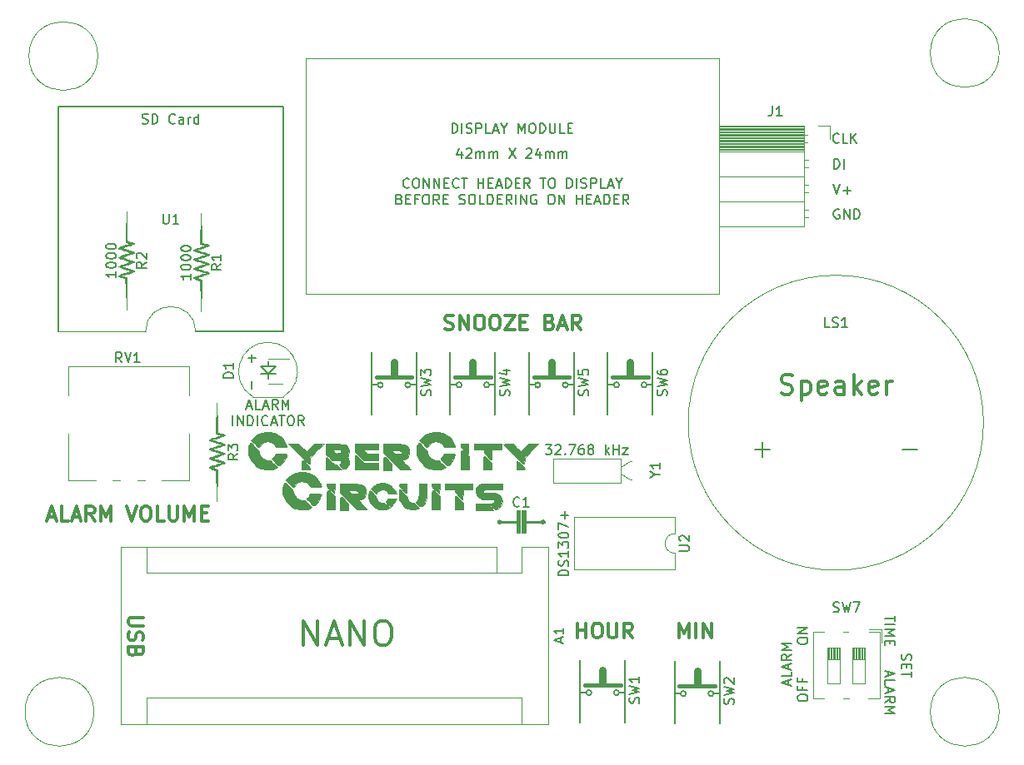
<source format=gbr>
%TF.GenerationSoftware,KiCad,Pcbnew,(5.1.9)-1*%
%TF.CreationDate,2021-05-25T12:28:25-04:00*%
%TF.ProjectId,Alarm Clock Kit,416c6172-6d20-4436-9c6f-636b204b6974,rev?*%
%TF.SameCoordinates,Original*%
%TF.FileFunction,Legend,Top*%
%TF.FilePolarity,Positive*%
%FSLAX46Y46*%
G04 Gerber Fmt 4.6, Leading zero omitted, Abs format (unit mm)*
G04 Created by KiCad (PCBNEW (5.1.9)-1) date 2021-05-25 12:28:25*
%MOMM*%
%LPD*%
G01*
G04 APERTURE LIST*
%ADD10C,0.150000*%
%ADD11C,0.300000*%
%ADD12C,0.120000*%
%ADD13C,0.010000*%
%ADD14C,0.200000*%
%ADD15C,0.400000*%
%ADD16C,0.750000*%
G04 APERTURE END LIST*
D10*
X73057142Y-102441666D02*
X73533333Y-102441666D01*
X72961904Y-102727380D02*
X73295238Y-101727380D01*
X73628571Y-102727380D01*
X74438095Y-102727380D02*
X73961904Y-102727380D01*
X73961904Y-101727380D01*
X74723809Y-102441666D02*
X75200000Y-102441666D01*
X74628571Y-102727380D02*
X74961904Y-101727380D01*
X75295238Y-102727380D01*
X76200000Y-102727380D02*
X75866666Y-102251190D01*
X75628571Y-102727380D02*
X75628571Y-101727380D01*
X76009523Y-101727380D01*
X76104761Y-101775000D01*
X76152380Y-101822619D01*
X76200000Y-101917857D01*
X76200000Y-102060714D01*
X76152380Y-102155952D01*
X76104761Y-102203571D01*
X76009523Y-102251190D01*
X75628571Y-102251190D01*
X76628571Y-102727380D02*
X76628571Y-101727380D01*
X76961904Y-102441666D01*
X77295238Y-101727380D01*
X77295238Y-102727380D01*
X71604761Y-104377380D02*
X71604761Y-103377380D01*
X72080952Y-104377380D02*
X72080952Y-103377380D01*
X72652380Y-104377380D01*
X72652380Y-103377380D01*
X73128571Y-104377380D02*
X73128571Y-103377380D01*
X73366666Y-103377380D01*
X73509523Y-103425000D01*
X73604761Y-103520238D01*
X73652380Y-103615476D01*
X73700000Y-103805952D01*
X73700000Y-103948809D01*
X73652380Y-104139285D01*
X73604761Y-104234523D01*
X73509523Y-104329761D01*
X73366666Y-104377380D01*
X73128571Y-104377380D01*
X74128571Y-104377380D02*
X74128571Y-103377380D01*
X75176190Y-104282142D02*
X75128571Y-104329761D01*
X74985714Y-104377380D01*
X74890476Y-104377380D01*
X74747619Y-104329761D01*
X74652380Y-104234523D01*
X74604761Y-104139285D01*
X74557142Y-103948809D01*
X74557142Y-103805952D01*
X74604761Y-103615476D01*
X74652380Y-103520238D01*
X74747619Y-103425000D01*
X74890476Y-103377380D01*
X74985714Y-103377380D01*
X75128571Y-103425000D01*
X75176190Y-103472619D01*
X75557142Y-104091666D02*
X76033333Y-104091666D01*
X75461904Y-104377380D02*
X75795238Y-103377380D01*
X76128571Y-104377380D01*
X76319047Y-103377380D02*
X76890476Y-103377380D01*
X76604761Y-104377380D02*
X76604761Y-103377380D01*
X77414285Y-103377380D02*
X77604761Y-103377380D01*
X77700000Y-103425000D01*
X77795238Y-103520238D01*
X77842857Y-103710714D01*
X77842857Y-104044047D01*
X77795238Y-104234523D01*
X77700000Y-104329761D01*
X77604761Y-104377380D01*
X77414285Y-104377380D01*
X77319047Y-104329761D01*
X77223809Y-104234523D01*
X77176190Y-104044047D01*
X77176190Y-103710714D01*
X77223809Y-103520238D01*
X77319047Y-103425000D01*
X77414285Y-103377380D01*
X78842857Y-104377380D02*
X78509523Y-103901190D01*
X78271428Y-104377380D02*
X78271428Y-103377380D01*
X78652380Y-103377380D01*
X78747619Y-103425000D01*
X78795238Y-103472619D01*
X78842857Y-103567857D01*
X78842857Y-103710714D01*
X78795238Y-103805952D01*
X78747619Y-103853571D01*
X78652380Y-103901190D01*
X78271428Y-103901190D01*
D11*
X78795238Y-126730952D02*
X78795238Y-124230952D01*
X80223809Y-126730952D01*
X80223809Y-124230952D01*
X81295238Y-126016666D02*
X82485714Y-126016666D01*
X81057142Y-126730952D02*
X81890476Y-124230952D01*
X82723809Y-126730952D01*
X83557142Y-126730952D02*
X83557142Y-124230952D01*
X84985714Y-126730952D01*
X84985714Y-124230952D01*
X86652380Y-124230952D02*
X87128571Y-124230952D01*
X87366666Y-124350000D01*
X87604761Y-124588095D01*
X87723809Y-125064285D01*
X87723809Y-125897619D01*
X87604761Y-126373809D01*
X87366666Y-126611904D01*
X87128571Y-126730952D01*
X86652380Y-126730952D01*
X86414285Y-126611904D01*
X86176190Y-126373809D01*
X86057142Y-125897619D01*
X86057142Y-125064285D01*
X86176190Y-124588095D01*
X86414285Y-124350000D01*
X86652380Y-124230952D01*
X93183142Y-94587142D02*
X93397428Y-94658571D01*
X93754571Y-94658571D01*
X93897428Y-94587142D01*
X93968857Y-94515714D01*
X94040285Y-94372857D01*
X94040285Y-94230000D01*
X93968857Y-94087142D01*
X93897428Y-94015714D01*
X93754571Y-93944285D01*
X93468857Y-93872857D01*
X93326000Y-93801428D01*
X93254571Y-93730000D01*
X93183142Y-93587142D01*
X93183142Y-93444285D01*
X93254571Y-93301428D01*
X93326000Y-93230000D01*
X93468857Y-93158571D01*
X93826000Y-93158571D01*
X94040285Y-93230000D01*
X94683142Y-94658571D02*
X94683142Y-93158571D01*
X95540285Y-94658571D01*
X95540285Y-93158571D01*
X96540285Y-93158571D02*
X96826000Y-93158571D01*
X96968857Y-93230000D01*
X97111714Y-93372857D01*
X97183142Y-93658571D01*
X97183142Y-94158571D01*
X97111714Y-94444285D01*
X96968857Y-94587142D01*
X96826000Y-94658571D01*
X96540285Y-94658571D01*
X96397428Y-94587142D01*
X96254571Y-94444285D01*
X96183142Y-94158571D01*
X96183142Y-93658571D01*
X96254571Y-93372857D01*
X96397428Y-93230000D01*
X96540285Y-93158571D01*
X98111714Y-93158571D02*
X98397428Y-93158571D01*
X98540285Y-93230000D01*
X98683142Y-93372857D01*
X98754571Y-93658571D01*
X98754571Y-94158571D01*
X98683142Y-94444285D01*
X98540285Y-94587142D01*
X98397428Y-94658571D01*
X98111714Y-94658571D01*
X97968857Y-94587142D01*
X97826000Y-94444285D01*
X97754571Y-94158571D01*
X97754571Y-93658571D01*
X97826000Y-93372857D01*
X97968857Y-93230000D01*
X98111714Y-93158571D01*
X99254571Y-93158571D02*
X100254571Y-93158571D01*
X99254571Y-94658571D01*
X100254571Y-94658571D01*
X100826000Y-93872857D02*
X101326000Y-93872857D01*
X101540285Y-94658571D02*
X100826000Y-94658571D01*
X100826000Y-93158571D01*
X101540285Y-93158571D01*
X103826000Y-93872857D02*
X104040285Y-93944285D01*
X104111714Y-94015714D01*
X104183142Y-94158571D01*
X104183142Y-94372857D01*
X104111714Y-94515714D01*
X104040285Y-94587142D01*
X103897428Y-94658571D01*
X103326000Y-94658571D01*
X103326000Y-93158571D01*
X103826000Y-93158571D01*
X103968857Y-93230000D01*
X104040285Y-93301428D01*
X104111714Y-93444285D01*
X104111714Y-93587142D01*
X104040285Y-93730000D01*
X103968857Y-93801428D01*
X103826000Y-93872857D01*
X103326000Y-93872857D01*
X104754571Y-94230000D02*
X105468857Y-94230000D01*
X104611714Y-94658571D02*
X105111714Y-93158571D01*
X105611714Y-94658571D01*
X106968857Y-94658571D02*
X106468857Y-93944285D01*
X106111714Y-94658571D02*
X106111714Y-93158571D01*
X106683142Y-93158571D01*
X106826000Y-93230000D01*
X106897428Y-93301428D01*
X106968857Y-93444285D01*
X106968857Y-93658571D01*
X106897428Y-93801428D01*
X106826000Y-93872857D01*
X106683142Y-93944285D01*
X106111714Y-93944285D01*
D10*
X89523809Y-80142142D02*
X89476190Y-80189761D01*
X89333333Y-80237380D01*
X89238095Y-80237380D01*
X89095238Y-80189761D01*
X89000000Y-80094523D01*
X88952380Y-79999285D01*
X88904761Y-79808809D01*
X88904761Y-79665952D01*
X88952380Y-79475476D01*
X89000000Y-79380238D01*
X89095238Y-79285000D01*
X89238095Y-79237380D01*
X89333333Y-79237380D01*
X89476190Y-79285000D01*
X89523809Y-79332619D01*
X90142857Y-79237380D02*
X90333333Y-79237380D01*
X90428571Y-79285000D01*
X90523809Y-79380238D01*
X90571428Y-79570714D01*
X90571428Y-79904047D01*
X90523809Y-80094523D01*
X90428571Y-80189761D01*
X90333333Y-80237380D01*
X90142857Y-80237380D01*
X90047619Y-80189761D01*
X89952380Y-80094523D01*
X89904761Y-79904047D01*
X89904761Y-79570714D01*
X89952380Y-79380238D01*
X90047619Y-79285000D01*
X90142857Y-79237380D01*
X91000000Y-80237380D02*
X91000000Y-79237380D01*
X91571428Y-80237380D01*
X91571428Y-79237380D01*
X92047619Y-80237380D02*
X92047619Y-79237380D01*
X92619047Y-80237380D01*
X92619047Y-79237380D01*
X93095238Y-79713571D02*
X93428571Y-79713571D01*
X93571428Y-80237380D02*
X93095238Y-80237380D01*
X93095238Y-79237380D01*
X93571428Y-79237380D01*
X94571428Y-80142142D02*
X94523809Y-80189761D01*
X94380952Y-80237380D01*
X94285714Y-80237380D01*
X94142857Y-80189761D01*
X94047619Y-80094523D01*
X94000000Y-79999285D01*
X93952380Y-79808809D01*
X93952380Y-79665952D01*
X94000000Y-79475476D01*
X94047619Y-79380238D01*
X94142857Y-79285000D01*
X94285714Y-79237380D01*
X94380952Y-79237380D01*
X94523809Y-79285000D01*
X94571428Y-79332619D01*
X94857142Y-79237380D02*
X95428571Y-79237380D01*
X95142857Y-80237380D02*
X95142857Y-79237380D01*
X96523809Y-80237380D02*
X96523809Y-79237380D01*
X96523809Y-79713571D02*
X97095238Y-79713571D01*
X97095238Y-80237380D02*
X97095238Y-79237380D01*
X97571428Y-79713571D02*
X97904761Y-79713571D01*
X98047619Y-80237380D02*
X97571428Y-80237380D01*
X97571428Y-79237380D01*
X98047619Y-79237380D01*
X98428571Y-79951666D02*
X98904761Y-79951666D01*
X98333333Y-80237380D02*
X98666666Y-79237380D01*
X99000000Y-80237380D01*
X99333333Y-80237380D02*
X99333333Y-79237380D01*
X99571428Y-79237380D01*
X99714285Y-79285000D01*
X99809523Y-79380238D01*
X99857142Y-79475476D01*
X99904761Y-79665952D01*
X99904761Y-79808809D01*
X99857142Y-79999285D01*
X99809523Y-80094523D01*
X99714285Y-80189761D01*
X99571428Y-80237380D01*
X99333333Y-80237380D01*
X100333333Y-79713571D02*
X100666666Y-79713571D01*
X100809523Y-80237380D02*
X100333333Y-80237380D01*
X100333333Y-79237380D01*
X100809523Y-79237380D01*
X101809523Y-80237380D02*
X101476190Y-79761190D01*
X101238095Y-80237380D02*
X101238095Y-79237380D01*
X101619047Y-79237380D01*
X101714285Y-79285000D01*
X101761904Y-79332619D01*
X101809523Y-79427857D01*
X101809523Y-79570714D01*
X101761904Y-79665952D01*
X101714285Y-79713571D01*
X101619047Y-79761190D01*
X101238095Y-79761190D01*
X102857142Y-79237380D02*
X103428571Y-79237380D01*
X103142857Y-80237380D02*
X103142857Y-79237380D01*
X103952380Y-79237380D02*
X104142857Y-79237380D01*
X104238095Y-79285000D01*
X104333333Y-79380238D01*
X104380952Y-79570714D01*
X104380952Y-79904047D01*
X104333333Y-80094523D01*
X104238095Y-80189761D01*
X104142857Y-80237380D01*
X103952380Y-80237380D01*
X103857142Y-80189761D01*
X103761904Y-80094523D01*
X103714285Y-79904047D01*
X103714285Y-79570714D01*
X103761904Y-79380238D01*
X103857142Y-79285000D01*
X103952380Y-79237380D01*
X105571428Y-80237380D02*
X105571428Y-79237380D01*
X105809523Y-79237380D01*
X105952380Y-79285000D01*
X106047619Y-79380238D01*
X106095238Y-79475476D01*
X106142857Y-79665952D01*
X106142857Y-79808809D01*
X106095238Y-79999285D01*
X106047619Y-80094523D01*
X105952380Y-80189761D01*
X105809523Y-80237380D01*
X105571428Y-80237380D01*
X106571428Y-80237380D02*
X106571428Y-79237380D01*
X107000000Y-80189761D02*
X107142857Y-80237380D01*
X107380952Y-80237380D01*
X107476190Y-80189761D01*
X107523809Y-80142142D01*
X107571428Y-80046904D01*
X107571428Y-79951666D01*
X107523809Y-79856428D01*
X107476190Y-79808809D01*
X107380952Y-79761190D01*
X107190476Y-79713571D01*
X107095238Y-79665952D01*
X107047619Y-79618333D01*
X107000000Y-79523095D01*
X107000000Y-79427857D01*
X107047619Y-79332619D01*
X107095238Y-79285000D01*
X107190476Y-79237380D01*
X107428571Y-79237380D01*
X107571428Y-79285000D01*
X108000000Y-80237380D02*
X108000000Y-79237380D01*
X108380952Y-79237380D01*
X108476190Y-79285000D01*
X108523809Y-79332619D01*
X108571428Y-79427857D01*
X108571428Y-79570714D01*
X108523809Y-79665952D01*
X108476190Y-79713571D01*
X108380952Y-79761190D01*
X108000000Y-79761190D01*
X109476190Y-80237380D02*
X109000000Y-80237380D01*
X109000000Y-79237380D01*
X109761904Y-79951666D02*
X110238095Y-79951666D01*
X109666666Y-80237380D02*
X110000000Y-79237380D01*
X110333333Y-80237380D01*
X110857142Y-79761190D02*
X110857142Y-80237380D01*
X110523809Y-79237380D02*
X110857142Y-79761190D01*
X111190476Y-79237380D01*
X88547619Y-81363571D02*
X88690476Y-81411190D01*
X88738095Y-81458809D01*
X88785714Y-81554047D01*
X88785714Y-81696904D01*
X88738095Y-81792142D01*
X88690476Y-81839761D01*
X88595238Y-81887380D01*
X88214285Y-81887380D01*
X88214285Y-80887380D01*
X88547619Y-80887380D01*
X88642857Y-80935000D01*
X88690476Y-80982619D01*
X88738095Y-81077857D01*
X88738095Y-81173095D01*
X88690476Y-81268333D01*
X88642857Y-81315952D01*
X88547619Y-81363571D01*
X88214285Y-81363571D01*
X89214285Y-81363571D02*
X89547619Y-81363571D01*
X89690476Y-81887380D02*
X89214285Y-81887380D01*
X89214285Y-80887380D01*
X89690476Y-80887380D01*
X90452380Y-81363571D02*
X90119047Y-81363571D01*
X90119047Y-81887380D02*
X90119047Y-80887380D01*
X90595238Y-80887380D01*
X91166666Y-80887380D02*
X91357142Y-80887380D01*
X91452380Y-80935000D01*
X91547619Y-81030238D01*
X91595238Y-81220714D01*
X91595238Y-81554047D01*
X91547619Y-81744523D01*
X91452380Y-81839761D01*
X91357142Y-81887380D01*
X91166666Y-81887380D01*
X91071428Y-81839761D01*
X90976190Y-81744523D01*
X90928571Y-81554047D01*
X90928571Y-81220714D01*
X90976190Y-81030238D01*
X91071428Y-80935000D01*
X91166666Y-80887380D01*
X92595238Y-81887380D02*
X92261904Y-81411190D01*
X92023809Y-81887380D02*
X92023809Y-80887380D01*
X92404761Y-80887380D01*
X92500000Y-80935000D01*
X92547619Y-80982619D01*
X92595238Y-81077857D01*
X92595238Y-81220714D01*
X92547619Y-81315952D01*
X92500000Y-81363571D01*
X92404761Y-81411190D01*
X92023809Y-81411190D01*
X93023809Y-81363571D02*
X93357142Y-81363571D01*
X93500000Y-81887380D02*
X93023809Y-81887380D01*
X93023809Y-80887380D01*
X93500000Y-80887380D01*
X94642857Y-81839761D02*
X94785714Y-81887380D01*
X95023809Y-81887380D01*
X95119047Y-81839761D01*
X95166666Y-81792142D01*
X95214285Y-81696904D01*
X95214285Y-81601666D01*
X95166666Y-81506428D01*
X95119047Y-81458809D01*
X95023809Y-81411190D01*
X94833333Y-81363571D01*
X94738095Y-81315952D01*
X94690476Y-81268333D01*
X94642857Y-81173095D01*
X94642857Y-81077857D01*
X94690476Y-80982619D01*
X94738095Y-80935000D01*
X94833333Y-80887380D01*
X95071428Y-80887380D01*
X95214285Y-80935000D01*
X95833333Y-80887380D02*
X96023809Y-80887380D01*
X96119047Y-80935000D01*
X96214285Y-81030238D01*
X96261904Y-81220714D01*
X96261904Y-81554047D01*
X96214285Y-81744523D01*
X96119047Y-81839761D01*
X96023809Y-81887380D01*
X95833333Y-81887380D01*
X95738095Y-81839761D01*
X95642857Y-81744523D01*
X95595238Y-81554047D01*
X95595238Y-81220714D01*
X95642857Y-81030238D01*
X95738095Y-80935000D01*
X95833333Y-80887380D01*
X97166666Y-81887380D02*
X96690476Y-81887380D01*
X96690476Y-80887380D01*
X97500000Y-81887380D02*
X97500000Y-80887380D01*
X97738095Y-80887380D01*
X97880952Y-80935000D01*
X97976190Y-81030238D01*
X98023809Y-81125476D01*
X98071428Y-81315952D01*
X98071428Y-81458809D01*
X98023809Y-81649285D01*
X97976190Y-81744523D01*
X97880952Y-81839761D01*
X97738095Y-81887380D01*
X97500000Y-81887380D01*
X98500000Y-81363571D02*
X98833333Y-81363571D01*
X98976190Y-81887380D02*
X98500000Y-81887380D01*
X98500000Y-80887380D01*
X98976190Y-80887380D01*
X99976190Y-81887380D02*
X99642857Y-81411190D01*
X99404761Y-81887380D02*
X99404761Y-80887380D01*
X99785714Y-80887380D01*
X99880952Y-80935000D01*
X99928571Y-80982619D01*
X99976190Y-81077857D01*
X99976190Y-81220714D01*
X99928571Y-81315952D01*
X99880952Y-81363571D01*
X99785714Y-81411190D01*
X99404761Y-81411190D01*
X100404761Y-81887380D02*
X100404761Y-80887380D01*
X100880952Y-81887380D02*
X100880952Y-80887380D01*
X101452380Y-81887380D01*
X101452380Y-80887380D01*
X102452380Y-80935000D02*
X102357142Y-80887380D01*
X102214285Y-80887380D01*
X102071428Y-80935000D01*
X101976190Y-81030238D01*
X101928571Y-81125476D01*
X101880952Y-81315952D01*
X101880952Y-81458809D01*
X101928571Y-81649285D01*
X101976190Y-81744523D01*
X102071428Y-81839761D01*
X102214285Y-81887380D01*
X102309523Y-81887380D01*
X102452380Y-81839761D01*
X102500000Y-81792142D01*
X102500000Y-81458809D01*
X102309523Y-81458809D01*
X103880952Y-80887380D02*
X104071428Y-80887380D01*
X104166666Y-80935000D01*
X104261904Y-81030238D01*
X104309523Y-81220714D01*
X104309523Y-81554047D01*
X104261904Y-81744523D01*
X104166666Y-81839761D01*
X104071428Y-81887380D01*
X103880952Y-81887380D01*
X103785714Y-81839761D01*
X103690476Y-81744523D01*
X103642857Y-81554047D01*
X103642857Y-81220714D01*
X103690476Y-81030238D01*
X103785714Y-80935000D01*
X103880952Y-80887380D01*
X104738095Y-81887380D02*
X104738095Y-80887380D01*
X105309523Y-81887380D01*
X105309523Y-80887380D01*
X106547619Y-81887380D02*
X106547619Y-80887380D01*
X106547619Y-81363571D02*
X107119047Y-81363571D01*
X107119047Y-81887380D02*
X107119047Y-80887380D01*
X107595238Y-81363571D02*
X107928571Y-81363571D01*
X108071428Y-81887380D02*
X107595238Y-81887380D01*
X107595238Y-80887380D01*
X108071428Y-80887380D01*
X108452380Y-81601666D02*
X108928571Y-81601666D01*
X108357142Y-81887380D02*
X108690476Y-80887380D01*
X109023809Y-81887380D01*
X109357142Y-81887380D02*
X109357142Y-80887380D01*
X109595238Y-80887380D01*
X109738095Y-80935000D01*
X109833333Y-81030238D01*
X109880952Y-81125476D01*
X109928571Y-81315952D01*
X109928571Y-81458809D01*
X109880952Y-81649285D01*
X109833333Y-81744523D01*
X109738095Y-81839761D01*
X109595238Y-81887380D01*
X109357142Y-81887380D01*
X110357142Y-81363571D02*
X110690476Y-81363571D01*
X110833333Y-81887380D02*
X110357142Y-81887380D01*
X110357142Y-80887380D01*
X110833333Y-80887380D01*
X111833333Y-81887380D02*
X111500000Y-81411190D01*
X111261904Y-81887380D02*
X111261904Y-80887380D01*
X111642857Y-80887380D01*
X111738095Y-80935000D01*
X111785714Y-80982619D01*
X111833333Y-81077857D01*
X111833333Y-81220714D01*
X111785714Y-81315952D01*
X111738095Y-81363571D01*
X111642857Y-81411190D01*
X111261904Y-81411190D01*
D11*
X62511428Y-123897142D02*
X61297142Y-123897142D01*
X61154285Y-123968571D01*
X61082857Y-124040000D01*
X61011428Y-124182857D01*
X61011428Y-124468571D01*
X61082857Y-124611428D01*
X61154285Y-124682857D01*
X61297142Y-124754285D01*
X62511428Y-124754285D01*
X61082857Y-125397142D02*
X61011428Y-125611428D01*
X61011428Y-125968571D01*
X61082857Y-126111428D01*
X61154285Y-126182857D01*
X61297142Y-126254285D01*
X61440000Y-126254285D01*
X61582857Y-126182857D01*
X61654285Y-126111428D01*
X61725714Y-125968571D01*
X61797142Y-125682857D01*
X61868571Y-125540000D01*
X61940000Y-125468571D01*
X62082857Y-125397142D01*
X62225714Y-125397142D01*
X62368571Y-125468571D01*
X62440000Y-125540000D01*
X62511428Y-125682857D01*
X62511428Y-126040000D01*
X62440000Y-126254285D01*
X61797142Y-127397142D02*
X61725714Y-127611428D01*
X61654285Y-127682857D01*
X61511428Y-127754285D01*
X61297142Y-127754285D01*
X61154285Y-127682857D01*
X61082857Y-127611428D01*
X61011428Y-127468571D01*
X61011428Y-126897142D01*
X62511428Y-126897142D01*
X62511428Y-127397142D01*
X62440000Y-127540000D01*
X62368571Y-127611428D01*
X62225714Y-127682857D01*
X62082857Y-127682857D01*
X61940000Y-127611428D01*
X61868571Y-127540000D01*
X61797142Y-127397142D01*
X61797142Y-126897142D01*
D10*
X103379523Y-106332380D02*
X103998571Y-106332380D01*
X103665238Y-106713333D01*
X103808095Y-106713333D01*
X103903333Y-106760952D01*
X103950952Y-106808571D01*
X103998571Y-106903809D01*
X103998571Y-107141904D01*
X103950952Y-107237142D01*
X103903333Y-107284761D01*
X103808095Y-107332380D01*
X103522380Y-107332380D01*
X103427142Y-107284761D01*
X103379523Y-107237142D01*
X104379523Y-106427619D02*
X104427142Y-106380000D01*
X104522380Y-106332380D01*
X104760476Y-106332380D01*
X104855714Y-106380000D01*
X104903333Y-106427619D01*
X104950952Y-106522857D01*
X104950952Y-106618095D01*
X104903333Y-106760952D01*
X104331904Y-107332380D01*
X104950952Y-107332380D01*
X105379523Y-107237142D02*
X105427142Y-107284761D01*
X105379523Y-107332380D01*
X105331904Y-107284761D01*
X105379523Y-107237142D01*
X105379523Y-107332380D01*
X105760476Y-106332380D02*
X106427142Y-106332380D01*
X105998571Y-107332380D01*
X107236666Y-106332380D02*
X107046190Y-106332380D01*
X106950952Y-106380000D01*
X106903333Y-106427619D01*
X106808095Y-106570476D01*
X106760476Y-106760952D01*
X106760476Y-107141904D01*
X106808095Y-107237142D01*
X106855714Y-107284761D01*
X106950952Y-107332380D01*
X107141428Y-107332380D01*
X107236666Y-107284761D01*
X107284285Y-107237142D01*
X107331904Y-107141904D01*
X107331904Y-106903809D01*
X107284285Y-106808571D01*
X107236666Y-106760952D01*
X107141428Y-106713333D01*
X106950952Y-106713333D01*
X106855714Y-106760952D01*
X106808095Y-106808571D01*
X106760476Y-106903809D01*
X107903333Y-106760952D02*
X107808095Y-106713333D01*
X107760476Y-106665714D01*
X107712857Y-106570476D01*
X107712857Y-106522857D01*
X107760476Y-106427619D01*
X107808095Y-106380000D01*
X107903333Y-106332380D01*
X108093809Y-106332380D01*
X108189047Y-106380000D01*
X108236666Y-106427619D01*
X108284285Y-106522857D01*
X108284285Y-106570476D01*
X108236666Y-106665714D01*
X108189047Y-106713333D01*
X108093809Y-106760952D01*
X107903333Y-106760952D01*
X107808095Y-106808571D01*
X107760476Y-106856190D01*
X107712857Y-106951428D01*
X107712857Y-107141904D01*
X107760476Y-107237142D01*
X107808095Y-107284761D01*
X107903333Y-107332380D01*
X108093809Y-107332380D01*
X108189047Y-107284761D01*
X108236666Y-107237142D01*
X108284285Y-107141904D01*
X108284285Y-106951428D01*
X108236666Y-106856190D01*
X108189047Y-106808571D01*
X108093809Y-106760952D01*
X109474761Y-107332380D02*
X109474761Y-106332380D01*
X109570000Y-106951428D02*
X109855714Y-107332380D01*
X109855714Y-106665714D02*
X109474761Y-107046666D01*
X110284285Y-107332380D02*
X110284285Y-106332380D01*
X110284285Y-106808571D02*
X110855714Y-106808571D01*
X110855714Y-107332380D02*
X110855714Y-106332380D01*
X111236666Y-106665714D02*
X111760476Y-106665714D01*
X111236666Y-107332380D01*
X111760476Y-107332380D01*
D11*
X52857142Y-113650000D02*
X53571428Y-113650000D01*
X52714285Y-114078571D02*
X53214285Y-112578571D01*
X53714285Y-114078571D01*
X54928571Y-114078571D02*
X54214285Y-114078571D01*
X54214285Y-112578571D01*
X55357142Y-113650000D02*
X56071428Y-113650000D01*
X55214285Y-114078571D02*
X55714285Y-112578571D01*
X56214285Y-114078571D01*
X57571428Y-114078571D02*
X57071428Y-113364285D01*
X56714285Y-114078571D02*
X56714285Y-112578571D01*
X57285714Y-112578571D01*
X57428571Y-112650000D01*
X57500000Y-112721428D01*
X57571428Y-112864285D01*
X57571428Y-113078571D01*
X57500000Y-113221428D01*
X57428571Y-113292857D01*
X57285714Y-113364285D01*
X56714285Y-113364285D01*
X58214285Y-114078571D02*
X58214285Y-112578571D01*
X58714285Y-113650000D01*
X59214285Y-112578571D01*
X59214285Y-114078571D01*
X60857142Y-112578571D02*
X61357142Y-114078571D01*
X61857142Y-112578571D01*
X62642857Y-112578571D02*
X62928571Y-112578571D01*
X63071428Y-112650000D01*
X63214285Y-112792857D01*
X63285714Y-113078571D01*
X63285714Y-113578571D01*
X63214285Y-113864285D01*
X63071428Y-114007142D01*
X62928571Y-114078571D01*
X62642857Y-114078571D01*
X62500000Y-114007142D01*
X62357142Y-113864285D01*
X62285714Y-113578571D01*
X62285714Y-113078571D01*
X62357142Y-112792857D01*
X62500000Y-112650000D01*
X62642857Y-112578571D01*
X64642857Y-114078571D02*
X63928571Y-114078571D01*
X63928571Y-112578571D01*
X65142857Y-112578571D02*
X65142857Y-113792857D01*
X65214285Y-113935714D01*
X65285714Y-114007142D01*
X65428571Y-114078571D01*
X65714285Y-114078571D01*
X65857142Y-114007142D01*
X65928571Y-113935714D01*
X66000000Y-113792857D01*
X66000000Y-112578571D01*
X66714285Y-114078571D02*
X66714285Y-112578571D01*
X67214285Y-113650000D01*
X67714285Y-112578571D01*
X67714285Y-114078571D01*
X68428571Y-113292857D02*
X68928571Y-113292857D01*
X69142857Y-114078571D02*
X68428571Y-114078571D01*
X68428571Y-112578571D01*
X69142857Y-112578571D01*
D10*
X128091666Y-130792857D02*
X128091666Y-130316666D01*
X128377380Y-130888095D02*
X127377380Y-130554761D01*
X128377380Y-130221428D01*
X128377380Y-129411904D02*
X128377380Y-129888095D01*
X127377380Y-129888095D01*
X128091666Y-129126190D02*
X128091666Y-128650000D01*
X128377380Y-129221428D02*
X127377380Y-128888095D01*
X128377380Y-128554761D01*
X128377380Y-127650000D02*
X127901190Y-127983333D01*
X128377380Y-128221428D02*
X127377380Y-128221428D01*
X127377380Y-127840476D01*
X127425000Y-127745238D01*
X127472619Y-127697619D01*
X127567857Y-127650000D01*
X127710714Y-127650000D01*
X127805952Y-127697619D01*
X127853571Y-127745238D01*
X127901190Y-127840476D01*
X127901190Y-128221428D01*
X128377380Y-127221428D02*
X127377380Y-127221428D01*
X128091666Y-126888095D01*
X127377380Y-126554761D01*
X128377380Y-126554761D01*
X129027380Y-132173809D02*
X129027380Y-131983333D01*
X129075000Y-131888095D01*
X129170238Y-131792857D01*
X129360714Y-131745238D01*
X129694047Y-131745238D01*
X129884523Y-131792857D01*
X129979761Y-131888095D01*
X130027380Y-131983333D01*
X130027380Y-132173809D01*
X129979761Y-132269047D01*
X129884523Y-132364285D01*
X129694047Y-132411904D01*
X129360714Y-132411904D01*
X129170238Y-132364285D01*
X129075000Y-132269047D01*
X129027380Y-132173809D01*
X129503571Y-130983333D02*
X129503571Y-131316666D01*
X130027380Y-131316666D02*
X129027380Y-131316666D01*
X129027380Y-130840476D01*
X129503571Y-130126190D02*
X129503571Y-130459523D01*
X130027380Y-130459523D02*
X129027380Y-130459523D01*
X129027380Y-129983333D01*
X129027380Y-126364285D02*
X129027380Y-126173809D01*
X129075000Y-126078571D01*
X129170238Y-125983333D01*
X129360714Y-125935714D01*
X129694047Y-125935714D01*
X129884523Y-125983333D01*
X129979761Y-126078571D01*
X130027380Y-126173809D01*
X130027380Y-126364285D01*
X129979761Y-126459523D01*
X129884523Y-126554761D01*
X129694047Y-126602380D01*
X129360714Y-126602380D01*
X129170238Y-126554761D01*
X129075000Y-126459523D01*
X129027380Y-126364285D01*
X130027380Y-125507142D02*
X129027380Y-125507142D01*
X130027380Y-124935714D01*
X129027380Y-124935714D01*
X139600238Y-127640952D02*
X139552619Y-127783809D01*
X139552619Y-128021904D01*
X139600238Y-128117142D01*
X139647857Y-128164761D01*
X139743095Y-128212380D01*
X139838333Y-128212380D01*
X139933571Y-128164761D01*
X139981190Y-128117142D01*
X140028809Y-128021904D01*
X140076428Y-127831428D01*
X140124047Y-127736190D01*
X140171666Y-127688571D01*
X140266904Y-127640952D01*
X140362142Y-127640952D01*
X140457380Y-127688571D01*
X140505000Y-127736190D01*
X140552619Y-127831428D01*
X140552619Y-128069523D01*
X140505000Y-128212380D01*
X140076428Y-128640952D02*
X140076428Y-128974285D01*
X139552619Y-129117142D02*
X139552619Y-128640952D01*
X140552619Y-128640952D01*
X140552619Y-129117142D01*
X140552619Y-129402857D02*
X140552619Y-129974285D01*
X139552619Y-129688571D02*
X140552619Y-129688571D01*
X138902619Y-123736190D02*
X138902619Y-124307619D01*
X137902619Y-124021904D02*
X138902619Y-124021904D01*
X137902619Y-124640952D02*
X138902619Y-124640952D01*
X137902619Y-125117142D02*
X138902619Y-125117142D01*
X138188333Y-125450476D01*
X138902619Y-125783809D01*
X137902619Y-125783809D01*
X138426428Y-126260000D02*
X138426428Y-126593333D01*
X137902619Y-126736190D02*
X137902619Y-126260000D01*
X138902619Y-126260000D01*
X138902619Y-126736190D01*
X138188333Y-129402857D02*
X138188333Y-129879047D01*
X137902619Y-129307619D02*
X138902619Y-129640952D01*
X137902619Y-129974285D01*
X137902619Y-130783809D02*
X137902619Y-130307619D01*
X138902619Y-130307619D01*
X138188333Y-131069523D02*
X138188333Y-131545714D01*
X137902619Y-130974285D02*
X138902619Y-131307619D01*
X137902619Y-131640952D01*
X137902619Y-132545714D02*
X138378809Y-132212380D01*
X137902619Y-131974285D02*
X138902619Y-131974285D01*
X138902619Y-132355238D01*
X138855000Y-132450476D01*
X138807380Y-132498095D01*
X138712142Y-132545714D01*
X138569285Y-132545714D01*
X138474047Y-132498095D01*
X138426428Y-132450476D01*
X138378809Y-132355238D01*
X138378809Y-131974285D01*
X137902619Y-132974285D02*
X138902619Y-132974285D01*
X138188333Y-133307619D01*
X138902619Y-133640952D01*
X137902619Y-133640952D01*
D11*
X116957142Y-125978571D02*
X116957142Y-124478571D01*
X117457142Y-125550000D01*
X117957142Y-124478571D01*
X117957142Y-125978571D01*
X118671428Y-125978571D02*
X118671428Y-124478571D01*
X119385714Y-125978571D02*
X119385714Y-124478571D01*
X120242857Y-125978571D01*
X120242857Y-124478571D01*
X106650000Y-125978571D02*
X106650000Y-124478571D01*
X106650000Y-125192857D02*
X107507142Y-125192857D01*
X107507142Y-125978571D02*
X107507142Y-124478571D01*
X108507142Y-124478571D02*
X108792857Y-124478571D01*
X108935714Y-124550000D01*
X109078571Y-124692857D01*
X109150000Y-124978571D01*
X109150000Y-125478571D01*
X109078571Y-125764285D01*
X108935714Y-125907142D01*
X108792857Y-125978571D01*
X108507142Y-125978571D01*
X108364285Y-125907142D01*
X108221428Y-125764285D01*
X108150000Y-125478571D01*
X108150000Y-124978571D01*
X108221428Y-124692857D01*
X108364285Y-124550000D01*
X108507142Y-124478571D01*
X109792857Y-124478571D02*
X109792857Y-125692857D01*
X109864285Y-125835714D01*
X109935714Y-125907142D01*
X110078571Y-125978571D01*
X110364285Y-125978571D01*
X110507142Y-125907142D01*
X110578571Y-125835714D01*
X110650000Y-125692857D01*
X110650000Y-124478571D01*
X112221428Y-125978571D02*
X111721428Y-125264285D01*
X111364285Y-125978571D02*
X111364285Y-124478571D01*
X111935714Y-124478571D01*
X112078571Y-124550000D01*
X112150000Y-124621428D01*
X112221428Y-124764285D01*
X112221428Y-124978571D01*
X112150000Y-125121428D01*
X112078571Y-125192857D01*
X111935714Y-125264285D01*
X111364285Y-125264285D01*
D12*
%TO.C,SW7*%
X137330000Y-125360000D02*
X137330000Y-132181000D01*
X130570000Y-125360000D02*
X130570000Y-132181000D01*
X137330000Y-125360000D02*
X136260000Y-125360000D01*
X134180000Y-125360000D02*
X133669000Y-125360000D01*
X131690000Y-125360000D02*
X130570000Y-125360000D01*
X131690000Y-132181000D02*
X130570000Y-132181000D01*
X137330000Y-132181000D02*
X136210000Y-132181000D01*
X134230000Y-132181000D02*
X133669000Y-132181000D01*
X137570000Y-125120000D02*
X137570000Y-126503000D01*
X137570000Y-125120000D02*
X136260000Y-125120000D01*
X135855000Y-126960000D02*
X134585000Y-126960000D01*
X134585000Y-126960000D02*
X134585000Y-130580000D01*
X134585000Y-130580000D02*
X135855000Y-130580000D01*
X135855000Y-130580000D02*
X135855000Y-126960000D01*
X135735000Y-126960000D02*
X135735000Y-128166667D01*
X135615000Y-126960000D02*
X135615000Y-128166667D01*
X135495000Y-126960000D02*
X135495000Y-128166667D01*
X135375000Y-126960000D02*
X135375000Y-128166667D01*
X135255000Y-126960000D02*
X135255000Y-128166667D01*
X135135000Y-126960000D02*
X135135000Y-128166667D01*
X135015000Y-126960000D02*
X135015000Y-128166667D01*
X134895000Y-126960000D02*
X134895000Y-128166667D01*
X134775000Y-126960000D02*
X134775000Y-128166667D01*
X134655000Y-126960000D02*
X134655000Y-128166667D01*
X135855000Y-128166667D02*
X134585000Y-128166667D01*
X133315000Y-126960000D02*
X132045000Y-126960000D01*
X132045000Y-126960000D02*
X132045000Y-130580000D01*
X132045000Y-130580000D02*
X133315000Y-130580000D01*
X133315000Y-130580000D02*
X133315000Y-126960000D01*
X133195000Y-126960000D02*
X133195000Y-128166667D01*
X133075000Y-126960000D02*
X133075000Y-128166667D01*
X132955000Y-126960000D02*
X132955000Y-128166667D01*
X132835000Y-126960000D02*
X132835000Y-128166667D01*
X132715000Y-126960000D02*
X132715000Y-128166667D01*
X132595000Y-126960000D02*
X132595000Y-128166667D01*
X132475000Y-126960000D02*
X132475000Y-128166667D01*
X132355000Y-126960000D02*
X132355000Y-128166667D01*
X132235000Y-126960000D02*
X132235000Y-128166667D01*
X132115000Y-126960000D02*
X132115000Y-128166667D01*
X133315000Y-128166667D02*
X132045000Y-128166667D01*
D13*
%TO.C,C1*%
G36*
X101349557Y-113031151D02*
G01*
X101349557Y-114110089D01*
X102137694Y-114110089D01*
X102428502Y-114108980D01*
X102641370Y-114104994D01*
X102788250Y-114097140D01*
X102881094Y-114084428D01*
X102931855Y-114065868D01*
X102951707Y-114042655D01*
X103013751Y-113987948D01*
X103115479Y-113975969D01*
X103218730Y-114004457D01*
X103281073Y-114062178D01*
X103323496Y-114173767D01*
X103300611Y-114258346D01*
X103256966Y-114309179D01*
X103144194Y-114372714D01*
X103102832Y-114368243D01*
X103102832Y-114200000D01*
X103146481Y-114165790D01*
X103147787Y-114155045D01*
X103113577Y-114111395D01*
X103102832Y-114110089D01*
X103059182Y-114144299D01*
X103057876Y-114155045D01*
X103092086Y-114198694D01*
X103102832Y-114200000D01*
X103102832Y-114368243D01*
X103028926Y-114360254D01*
X102967964Y-114312390D01*
X102932057Y-114287160D01*
X102864292Y-114268856D01*
X102752340Y-114256487D01*
X102583871Y-114249058D01*
X102346556Y-114245576D01*
X102130778Y-114244956D01*
X101349557Y-114244956D01*
X101349557Y-115323894D01*
X100989911Y-115323894D01*
X100989911Y-113031151D01*
X101349557Y-113031151D01*
G37*
X101349557Y-113031151D02*
X101349557Y-114110089D01*
X102137694Y-114110089D01*
X102428502Y-114108980D01*
X102641370Y-114104994D01*
X102788250Y-114097140D01*
X102881094Y-114084428D01*
X102931855Y-114065868D01*
X102951707Y-114042655D01*
X103013751Y-113987948D01*
X103115479Y-113975969D01*
X103218730Y-114004457D01*
X103281073Y-114062178D01*
X103323496Y-114173767D01*
X103300611Y-114258346D01*
X103256966Y-114309179D01*
X103144194Y-114372714D01*
X103102832Y-114368243D01*
X103102832Y-114200000D01*
X103146481Y-114165790D01*
X103147787Y-114155045D01*
X103113577Y-114111395D01*
X103102832Y-114110089D01*
X103059182Y-114144299D01*
X103057876Y-114155045D01*
X103092086Y-114198694D01*
X103102832Y-114200000D01*
X103102832Y-114368243D01*
X103028926Y-114360254D01*
X102967964Y-114312390D01*
X102932057Y-114287160D01*
X102864292Y-114268856D01*
X102752340Y-114256487D01*
X102583871Y-114249058D01*
X102346556Y-114245576D01*
X102130778Y-114244956D01*
X101349557Y-114244956D01*
X101349557Y-115323894D01*
X100989911Y-115323894D01*
X100989911Y-113031151D01*
X101349557Y-113031151D01*
G36*
X98519399Y-114040181D02*
G01*
X98604081Y-113988168D01*
X98709135Y-113978974D01*
X98794161Y-114012264D01*
X98815778Y-114042655D01*
X98838058Y-114067273D01*
X98891103Y-114085258D01*
X98986751Y-114097570D01*
X99136839Y-114105172D01*
X99353203Y-114109024D01*
X99646049Y-114110089D01*
X100450442Y-114110089D01*
X100450442Y-113031151D01*
X100765133Y-113031151D01*
X100765133Y-115323894D01*
X100450442Y-115323894D01*
X100450442Y-114244956D01*
X99663717Y-114244956D01*
X99378402Y-114245600D01*
X99169043Y-114248516D01*
X99021687Y-114255182D01*
X98922381Y-114267076D01*
X98857173Y-114285677D01*
X98812109Y-114312461D01*
X98783784Y-114338163D01*
X98708784Y-114399767D01*
X98649559Y-114397756D01*
X98649559Y-114200000D01*
X98695338Y-114167367D01*
X98697168Y-114155045D01*
X98681830Y-114111258D01*
X98677343Y-114110089D01*
X98638961Y-114141591D01*
X98629734Y-114155045D01*
X98633299Y-114196471D01*
X98649559Y-114200000D01*
X98649559Y-114397756D01*
X98645767Y-114397627D01*
X98592722Y-114366728D01*
X98504734Y-114266979D01*
X98479077Y-114144917D01*
X98519399Y-114040181D01*
G37*
X98519399Y-114040181D02*
X98604081Y-113988168D01*
X98709135Y-113978974D01*
X98794161Y-114012264D01*
X98815778Y-114042655D01*
X98838058Y-114067273D01*
X98891103Y-114085258D01*
X98986751Y-114097570D01*
X99136839Y-114105172D01*
X99353203Y-114109024D01*
X99646049Y-114110089D01*
X100450442Y-114110089D01*
X100450442Y-113031151D01*
X100765133Y-113031151D01*
X100765133Y-115323894D01*
X100450442Y-115323894D01*
X100450442Y-114244956D01*
X99663717Y-114244956D01*
X99378402Y-114245600D01*
X99169043Y-114248516D01*
X99021687Y-114255182D01*
X98922381Y-114267076D01*
X98857173Y-114285677D01*
X98812109Y-114312461D01*
X98783784Y-114338163D01*
X98708784Y-114399767D01*
X98649559Y-114397756D01*
X98649559Y-114200000D01*
X98695338Y-114167367D01*
X98697168Y-114155045D01*
X98681830Y-114111258D01*
X98677343Y-114110089D01*
X98638961Y-114141591D01*
X98629734Y-114155045D01*
X98633299Y-114196471D01*
X98649559Y-114200000D01*
X98649559Y-114397756D01*
X98645767Y-114397627D01*
X98592722Y-114366728D01*
X98504734Y-114266979D01*
X98479077Y-114144917D01*
X98519399Y-114040181D01*
%TO.C,G\u002A\u002A\u002A*%
G36*
X82711885Y-111657813D02*
G01*
X82847019Y-111761169D01*
X83006007Y-111908835D01*
X83049408Y-111953365D01*
X83206496Y-112121296D01*
X83301103Y-112241555D01*
X83349070Y-112347772D01*
X83366237Y-112473574D01*
X83368445Y-112630698D01*
X83368445Y-112973555D01*
X82521778Y-112973555D01*
X82521778Y-112296222D01*
X82523119Y-112009525D01*
X82529047Y-111817155D01*
X82542416Y-111700564D01*
X82566085Y-111641202D01*
X82602908Y-111620522D01*
X82626075Y-111618888D01*
X82711885Y-111657813D01*
G37*
X82711885Y-111657813D02*
X82847019Y-111761169D01*
X83006007Y-111908835D01*
X83049408Y-111953365D01*
X83206496Y-112121296D01*
X83301103Y-112241555D01*
X83349070Y-112347772D01*
X83366237Y-112473574D01*
X83368445Y-112630698D01*
X83368445Y-112973555D01*
X82521778Y-112973555D01*
X82521778Y-112296222D01*
X82523119Y-112009525D01*
X82529047Y-111817155D01*
X82542416Y-111700564D01*
X82566085Y-111641202D01*
X82602908Y-111620522D01*
X82626075Y-111618888D01*
X82711885Y-111657813D01*
G36*
X97818223Y-112663111D02*
G01*
X98124811Y-112973555D01*
X96294223Y-112973555D01*
X96294223Y-112352666D01*
X97511634Y-112352666D01*
X97818223Y-112663111D01*
G37*
X97818223Y-112663111D02*
X98124811Y-112973555D01*
X96294223Y-112973555D01*
X96294223Y-112352666D01*
X97511634Y-112352666D01*
X97818223Y-112663111D01*
G36*
X76952547Y-110243800D02*
G01*
X77080184Y-110338475D01*
X77238116Y-110481824D01*
X77406929Y-110653561D01*
X77567210Y-110833395D01*
X77699544Y-111001040D01*
X77784519Y-111136207D01*
X77804039Y-111189382D01*
X77909601Y-111462673D01*
X78100887Y-111694268D01*
X78352747Y-111863695D01*
X78640028Y-111950483D01*
X78747813Y-111957555D01*
X78856660Y-111970292D01*
X78963503Y-112019060D01*
X79092615Y-112119692D01*
X79268265Y-112288024D01*
X79293973Y-112313878D01*
X79647128Y-112670201D01*
X79526469Y-112779545D01*
X79398683Y-112840393D01*
X79188079Y-112883284D01*
X78923398Y-112907517D01*
X78633383Y-112912389D01*
X78346778Y-112897198D01*
X78092326Y-112861242D01*
X77934918Y-112818423D01*
X77578936Y-112633297D01*
X77258820Y-112364002D01*
X76990691Y-112033086D01*
X76790669Y-111663101D01*
X76674873Y-111276595D01*
X76652413Y-111024335D01*
X76668334Y-110799663D01*
X76709162Y-110576072D01*
X76766466Y-110384151D01*
X76831816Y-110254492D01*
X76874619Y-110218090D01*
X76952547Y-110243800D01*
G37*
X76952547Y-110243800D02*
X77080184Y-110338475D01*
X77238116Y-110481824D01*
X77406929Y-110653561D01*
X77567210Y-110833395D01*
X77699544Y-111001040D01*
X77784519Y-111136207D01*
X77804039Y-111189382D01*
X77909601Y-111462673D01*
X78100887Y-111694268D01*
X78352747Y-111863695D01*
X78640028Y-111950483D01*
X78747813Y-111957555D01*
X78856660Y-111970292D01*
X78963503Y-112019060D01*
X79092615Y-112119692D01*
X79268265Y-112288024D01*
X79293973Y-112313878D01*
X79647128Y-112670201D01*
X79526469Y-112779545D01*
X79398683Y-112840393D01*
X79188079Y-112883284D01*
X78923398Y-112907517D01*
X78633383Y-112912389D01*
X78346778Y-112897198D01*
X78092326Y-112861242D01*
X77934918Y-112818423D01*
X77578936Y-112633297D01*
X77258820Y-112364002D01*
X76990691Y-112033086D01*
X76790669Y-111663101D01*
X76674873Y-111276595D01*
X76652413Y-111024335D01*
X76668334Y-110799663D01*
X76709162Y-110576072D01*
X76766466Y-110384151D01*
X76831816Y-110254492D01*
X76874619Y-110218090D01*
X76952547Y-110243800D01*
G36*
X81402827Y-110999710D02*
G01*
X81538856Y-111119080D01*
X81687586Y-111264344D01*
X82013778Y-111587132D01*
X82013778Y-112917111D01*
X81167111Y-112917111D01*
X81167111Y-111929333D01*
X81168464Y-111538638D01*
X81176679Y-111252866D01*
X81197988Y-111064052D01*
X81238627Y-110964231D01*
X81304829Y-110945438D01*
X81402827Y-110999710D01*
G37*
X81402827Y-110999710D02*
X81538856Y-111119080D01*
X81687586Y-111264344D01*
X82013778Y-111587132D01*
X82013778Y-112917111D01*
X81167111Y-112917111D01*
X81167111Y-111929333D01*
X81168464Y-111538638D01*
X81176679Y-111252866D01*
X81197988Y-111064052D01*
X81238627Y-110964231D01*
X81304829Y-110945438D01*
X81402827Y-110999710D01*
G36*
X83523667Y-110321906D02*
G01*
X83899292Y-110323949D01*
X84181326Y-110330121D01*
X84389041Y-110342076D01*
X84541709Y-110361466D01*
X84658599Y-110389947D01*
X84755616Y-110427634D01*
X84966877Y-110580371D01*
X85105792Y-110798183D01*
X85166641Y-111055016D01*
X85143708Y-111324815D01*
X85031271Y-111581526D01*
X85014313Y-111606278D01*
X84919347Y-111715641D01*
X84795451Y-111800256D01*
X84610603Y-111879044D01*
X84472692Y-111926312D01*
X84434189Y-111952004D01*
X84440377Y-112000686D01*
X84500881Y-112086365D01*
X84625332Y-112223050D01*
X84797247Y-112398518D01*
X84973161Y-112579018D01*
X85114808Y-112731115D01*
X85205798Y-112836767D01*
X85231111Y-112876026D01*
X85178813Y-112893884D01*
X85038467Y-112907821D01*
X84834898Y-112915885D01*
X84708295Y-112917111D01*
X84185478Y-112917111D01*
X82521778Y-111250633D01*
X82521778Y-110998000D01*
X83347324Y-110998000D01*
X83509556Y-111167333D01*
X83625595Y-111270785D01*
X83745580Y-111321146D01*
X83918064Y-111336287D01*
X83969686Y-111336666D01*
X84158766Y-111327394D01*
X84267593Y-111293124D01*
X84326014Y-111227488D01*
X84371969Y-111125098D01*
X84368155Y-111058571D01*
X84299310Y-111020294D01*
X84150170Y-111002654D01*
X83905473Y-110998040D01*
X83865884Y-110998000D01*
X83347324Y-110998000D01*
X82521778Y-110998000D01*
X82521778Y-110320666D01*
X83523667Y-110321906D01*
G37*
X83523667Y-110321906D02*
X83899292Y-110323949D01*
X84181326Y-110330121D01*
X84389041Y-110342076D01*
X84541709Y-110361466D01*
X84658599Y-110389947D01*
X84755616Y-110427634D01*
X84966877Y-110580371D01*
X85105792Y-110798183D01*
X85166641Y-111055016D01*
X85143708Y-111324815D01*
X85031271Y-111581526D01*
X85014313Y-111606278D01*
X84919347Y-111715641D01*
X84795451Y-111800256D01*
X84610603Y-111879044D01*
X84472692Y-111926312D01*
X84434189Y-111952004D01*
X84440377Y-112000686D01*
X84500881Y-112086365D01*
X84625332Y-112223050D01*
X84797247Y-112398518D01*
X84973161Y-112579018D01*
X85114808Y-112731115D01*
X85205798Y-112836767D01*
X85231111Y-112876026D01*
X85178813Y-112893884D01*
X85038467Y-112907821D01*
X84834898Y-112915885D01*
X84708295Y-112917111D01*
X84185478Y-112917111D01*
X82521778Y-111250633D01*
X82521778Y-110998000D01*
X83347324Y-110998000D01*
X83509556Y-111167333D01*
X83625595Y-111270785D01*
X83745580Y-111321146D01*
X83918064Y-111336287D01*
X83969686Y-111336666D01*
X84158766Y-111327394D01*
X84267593Y-111293124D01*
X84326014Y-111227488D01*
X84371969Y-111125098D01*
X84368155Y-111058571D01*
X84299310Y-111020294D01*
X84150170Y-111002654D01*
X83905473Y-110998040D01*
X83865884Y-110998000D01*
X83347324Y-110998000D01*
X82521778Y-110998000D01*
X82521778Y-110320666D01*
X83523667Y-110321906D01*
G36*
X85647307Y-111063227D02*
G01*
X85777831Y-111170787D01*
X85919010Y-111312421D01*
X86052188Y-111469112D01*
X86158707Y-111621841D01*
X86219911Y-111751588D01*
X86225010Y-111772776D01*
X86315602Y-111966661D01*
X86494078Y-112118717D01*
X86738146Y-112211715D01*
X86808819Y-112223991D01*
X86970216Y-112269363D01*
X87130521Y-112372662D01*
X87290830Y-112521488D01*
X87555086Y-112789779D01*
X87372454Y-112853445D01*
X87188402Y-112891183D01*
X86940866Y-112909027D01*
X86677557Y-112906571D01*
X86446185Y-112883412D01*
X86351118Y-112862095D01*
X86056898Y-112720427D01*
X85789063Y-112494896D01*
X85575468Y-112214521D01*
X85447243Y-111920486D01*
X85419566Y-111720531D01*
X85420189Y-111467172D01*
X85446300Y-111215521D01*
X85492850Y-111026409D01*
X85546094Y-111008761D01*
X85647307Y-111063227D01*
G37*
X85647307Y-111063227D02*
X85777831Y-111170787D01*
X85919010Y-111312421D01*
X86052188Y-111469112D01*
X86158707Y-111621841D01*
X86219911Y-111751588D01*
X86225010Y-111772776D01*
X86315602Y-111966661D01*
X86494078Y-112118717D01*
X86738146Y-112211715D01*
X86808819Y-112223991D01*
X86970216Y-112269363D01*
X87130521Y-112372662D01*
X87290830Y-112521488D01*
X87555086Y-112789779D01*
X87372454Y-112853445D01*
X87188402Y-112891183D01*
X86940866Y-112909027D01*
X86677557Y-112906571D01*
X86446185Y-112883412D01*
X86351118Y-112862095D01*
X86056898Y-112720427D01*
X85789063Y-112494896D01*
X85575468Y-112214521D01*
X85447243Y-111920486D01*
X85419566Y-111720531D01*
X85420189Y-111467172D01*
X85446300Y-111215521D01*
X85492850Y-111026409D01*
X85546094Y-111008761D01*
X85647307Y-111063227D01*
G36*
X88671569Y-110928574D02*
G01*
X88806054Y-111042866D01*
X88959774Y-111203841D01*
X89111836Y-111387354D01*
X89241346Y-111569258D01*
X89327409Y-111725407D01*
X89343851Y-111771082D01*
X89447751Y-111992741D01*
X89605261Y-112155366D01*
X89791167Y-112235385D01*
X89845223Y-112239777D01*
X89945405Y-112272083D01*
X90091275Y-112354518D01*
X90253032Y-112465359D01*
X90400875Y-112582883D01*
X90505004Y-112685367D01*
X90536889Y-112743973D01*
X90485510Y-112816632D01*
X90348467Y-112869192D01*
X90151408Y-112900381D01*
X89919976Y-112908930D01*
X89679817Y-112893566D01*
X89456575Y-112853020D01*
X89313996Y-112804576D01*
X89064855Y-112650603D01*
X88832826Y-112432010D01*
X88652791Y-112185495D01*
X88582771Y-112035277D01*
X88544346Y-111874156D01*
X88518715Y-111666344D01*
X88506012Y-111439294D01*
X88506367Y-111220460D01*
X88519915Y-111037298D01*
X88546788Y-110917259D01*
X88577212Y-110885111D01*
X88671569Y-110928574D01*
G37*
X88671569Y-110928574D02*
X88806054Y-111042866D01*
X88959774Y-111203841D01*
X89111836Y-111387354D01*
X89241346Y-111569258D01*
X89327409Y-111725407D01*
X89343851Y-111771082D01*
X89447751Y-111992741D01*
X89605261Y-112155366D01*
X89791167Y-112235385D01*
X89845223Y-112239777D01*
X89945405Y-112272083D01*
X90091275Y-112354518D01*
X90253032Y-112465359D01*
X90400875Y-112582883D01*
X90505004Y-112685367D01*
X90536889Y-112743973D01*
X90485510Y-112816632D01*
X90348467Y-112869192D01*
X90151408Y-112900381D01*
X89919976Y-112908930D01*
X89679817Y-112893566D01*
X89456575Y-112853020D01*
X89313996Y-112804576D01*
X89064855Y-112650603D01*
X88832826Y-112432010D01*
X88652791Y-112185495D01*
X88582771Y-112035277D01*
X88544346Y-111874156D01*
X88518715Y-111666344D01*
X88506012Y-111439294D01*
X88506367Y-111220460D01*
X88519915Y-111037298D01*
X88546788Y-110917259D01*
X88577212Y-110885111D01*
X88671569Y-110928574D01*
G36*
X92070827Y-110999710D02*
G01*
X92206856Y-111119080D01*
X92355586Y-111264344D01*
X92681778Y-111587132D01*
X92681778Y-112917111D01*
X91835111Y-112917111D01*
X91835111Y-111929333D01*
X91836464Y-111538638D01*
X91844679Y-111252866D01*
X91865988Y-111064052D01*
X91906627Y-110964231D01*
X91972829Y-110945438D01*
X92070827Y-110999710D01*
G37*
X92070827Y-110999710D02*
X92206856Y-111119080D01*
X92355586Y-111264344D01*
X92681778Y-111587132D01*
X92681778Y-112917111D01*
X91835111Y-112917111D01*
X91835111Y-111929333D01*
X91836464Y-111538638D01*
X91844679Y-111252866D01*
X91865988Y-111064052D01*
X91906627Y-110964231D01*
X91972829Y-110945438D01*
X92070827Y-110999710D01*
G36*
X94402077Y-111633067D02*
G01*
X94567580Y-111783320D01*
X94673212Y-111888636D01*
X94996000Y-112214829D01*
X94996000Y-112917111D01*
X94149334Y-112917111D01*
X94149334Y-112239777D01*
X94153410Y-111917154D01*
X94171674Y-111701237D01*
X94213173Y-111585960D01*
X94286957Y-111565259D01*
X94402077Y-111633067D01*
G37*
X94402077Y-111633067D02*
X94567580Y-111783320D01*
X94673212Y-111888636D01*
X94996000Y-112214829D01*
X94996000Y-112917111D01*
X94149334Y-112917111D01*
X94149334Y-112239777D01*
X94153410Y-111917154D01*
X94171674Y-111701237D01*
X94213173Y-111585960D01*
X94286957Y-111565259D01*
X94402077Y-111633067D01*
G36*
X99003556Y-110885111D02*
G01*
X98079134Y-110885111D01*
X97697329Y-110887908D01*
X97415838Y-110898265D01*
X97222180Y-110919135D01*
X97103872Y-110953467D01*
X97048434Y-111004212D01*
X97043386Y-111074320D01*
X97059101Y-111126258D01*
X97095056Y-111164491D01*
X97180367Y-111191990D01*
X97332376Y-111211303D01*
X97568427Y-111224981D01*
X97779742Y-111232190D01*
X98079560Y-111243100D01*
X98290603Y-111258242D01*
X98436984Y-111281683D01*
X98542816Y-111317489D01*
X98632213Y-111369725D01*
X98643819Y-111377888D01*
X98843916Y-111579906D01*
X98959092Y-111823097D01*
X98993593Y-112085244D01*
X98951668Y-112344132D01*
X98837562Y-112577544D01*
X98655523Y-112763265D01*
X98409796Y-112879079D01*
X98354445Y-112891696D01*
X98258406Y-112898939D01*
X98168703Y-112869394D01*
X98059593Y-112787892D01*
X97905334Y-112639264D01*
X97876595Y-112610126D01*
X97568079Y-112296222D01*
X97827350Y-112296222D01*
X98046583Y-112269085D01*
X98170807Y-112189501D01*
X98196512Y-112060207D01*
X98185971Y-112016708D01*
X98162195Y-111966504D01*
X98115252Y-111933370D01*
X98024675Y-111913794D01*
X97870000Y-111904263D01*
X97630759Y-111901267D01*
X97512322Y-111901111D01*
X97226563Y-111898805D01*
X97027648Y-111889218D01*
X96889576Y-111868344D01*
X96786349Y-111832175D01*
X96691969Y-111776706D01*
X96688129Y-111774111D01*
X96538562Y-111641258D01*
X96398683Y-111468297D01*
X96369037Y-111421333D01*
X96271913Y-111155473D01*
X96277825Y-110890694D01*
X96378915Y-110649207D01*
X96567324Y-110453223D01*
X96746192Y-110355308D01*
X96858108Y-110320361D01*
X97004661Y-110295119D01*
X97203749Y-110278269D01*
X97473270Y-110268501D01*
X97831121Y-110264502D01*
X97988698Y-110264222D01*
X99003556Y-110264222D01*
X99003556Y-110885111D01*
G37*
X99003556Y-110885111D02*
X98079134Y-110885111D01*
X97697329Y-110887908D01*
X97415838Y-110898265D01*
X97222180Y-110919135D01*
X97103872Y-110953467D01*
X97048434Y-111004212D01*
X97043386Y-111074320D01*
X97059101Y-111126258D01*
X97095056Y-111164491D01*
X97180367Y-111191990D01*
X97332376Y-111211303D01*
X97568427Y-111224981D01*
X97779742Y-111232190D01*
X98079560Y-111243100D01*
X98290603Y-111258242D01*
X98436984Y-111281683D01*
X98542816Y-111317489D01*
X98632213Y-111369725D01*
X98643819Y-111377888D01*
X98843916Y-111579906D01*
X98959092Y-111823097D01*
X98993593Y-112085244D01*
X98951668Y-112344132D01*
X98837562Y-112577544D01*
X98655523Y-112763265D01*
X98409796Y-112879079D01*
X98354445Y-112891696D01*
X98258406Y-112898939D01*
X98168703Y-112869394D01*
X98059593Y-112787892D01*
X97905334Y-112639264D01*
X97876595Y-112610126D01*
X97568079Y-112296222D01*
X97827350Y-112296222D01*
X98046583Y-112269085D01*
X98170807Y-112189501D01*
X98196512Y-112060207D01*
X98185971Y-112016708D01*
X98162195Y-111966504D01*
X98115252Y-111933370D01*
X98024675Y-111913794D01*
X97870000Y-111904263D01*
X97630759Y-111901267D01*
X97512322Y-111901111D01*
X97226563Y-111898805D01*
X97027648Y-111889218D01*
X96889576Y-111868344D01*
X96786349Y-111832175D01*
X96691969Y-111776706D01*
X96688129Y-111774111D01*
X96538562Y-111641258D01*
X96398683Y-111468297D01*
X96369037Y-111421333D01*
X96271913Y-111155473D01*
X96277825Y-110890694D01*
X96378915Y-110649207D01*
X96567324Y-110453223D01*
X96746192Y-110355308D01*
X96858108Y-110320361D01*
X97004661Y-110295119D01*
X97203749Y-110278269D01*
X97473270Y-110268501D01*
X97831121Y-110264502D01*
X97988698Y-110264222D01*
X99003556Y-110264222D01*
X99003556Y-110885111D01*
G36*
X88008351Y-111790888D02*
G01*
X88155333Y-111797931D01*
X88221448Y-111807913D01*
X88222667Y-111809551D01*
X88191185Y-111928398D01*
X88109614Y-112092138D01*
X87997262Y-112272626D01*
X87873438Y-112441714D01*
X87757452Y-112571258D01*
X87668613Y-112633111D01*
X87656450Y-112634888D01*
X87600550Y-112598221D01*
X87490526Y-112502605D01*
X87365562Y-112383672D01*
X87222866Y-112230117D01*
X87168957Y-112137105D01*
X87187417Y-112103034D01*
X87266528Y-112033062D01*
X87329104Y-111930917D01*
X87370802Y-111857243D01*
X87430842Y-111814519D01*
X87537312Y-111794385D01*
X87718300Y-111788477D01*
X87808394Y-111788222D01*
X88008351Y-111790888D01*
G37*
X88008351Y-111790888D02*
X88155333Y-111797931D01*
X88221448Y-111807913D01*
X88222667Y-111809551D01*
X88191185Y-111928398D01*
X88109614Y-112092138D01*
X87997262Y-112272626D01*
X87873438Y-112441714D01*
X87757452Y-112571258D01*
X87668613Y-112633111D01*
X87656450Y-112634888D01*
X87600550Y-112598221D01*
X87490526Y-112502605D01*
X87365562Y-112383672D01*
X87222866Y-112230117D01*
X87168957Y-112137105D01*
X87187417Y-112103034D01*
X87266528Y-112033062D01*
X87329104Y-111930917D01*
X87370802Y-111857243D01*
X87430842Y-111814519D01*
X87537312Y-111794385D01*
X87718300Y-111788477D01*
X87808394Y-111788222D01*
X88008351Y-111790888D01*
G36*
X91327111Y-111017251D02*
G01*
X91317627Y-111436929D01*
X91285950Y-111767141D01*
X91227240Y-112029969D01*
X91136661Y-112247494D01*
X91017220Y-112431591D01*
X90877700Y-112576516D01*
X90741343Y-112624106D01*
X90588708Y-112574056D01*
X90400352Y-112426060D01*
X90395778Y-112421810D01*
X90170000Y-112211555D01*
X90318012Y-112057107D01*
X90403446Y-111952712D01*
X90463820Y-111832832D01*
X90503224Y-111676491D01*
X90525748Y-111462711D01*
X90535482Y-111170515D01*
X90536889Y-110934500D01*
X90536889Y-110320666D01*
X91327111Y-110320666D01*
X91327111Y-111017251D01*
G37*
X91327111Y-111017251D02*
X91317627Y-111436929D01*
X91285950Y-111767141D01*
X91227240Y-112029969D01*
X91136661Y-112247494D01*
X91017220Y-112431591D01*
X90877700Y-112576516D01*
X90741343Y-112624106D01*
X90588708Y-112574056D01*
X90400352Y-112426060D01*
X90395778Y-112421810D01*
X90170000Y-112211555D01*
X90318012Y-112057107D01*
X90403446Y-111952712D01*
X90463820Y-111832832D01*
X90503224Y-111676491D01*
X90525748Y-111462711D01*
X90535482Y-111170515D01*
X90536889Y-110934500D01*
X90536889Y-110320666D01*
X91327111Y-110320666D01*
X91327111Y-111017251D01*
G36*
X80279456Y-111341018D02*
G01*
X80466022Y-111352747D01*
X80579486Y-111369858D01*
X80602667Y-111383056D01*
X80585731Y-111459782D01*
X80542639Y-111602973D01*
X80512806Y-111693173D01*
X80438563Y-111850734D01*
X80322159Y-112034205D01*
X80183888Y-112218291D01*
X80044040Y-112377696D01*
X79922906Y-112487127D01*
X79847917Y-112522000D01*
X79780576Y-112484154D01*
X79657284Y-112382952D01*
X79499826Y-112236893D01*
X79425109Y-112162955D01*
X79254716Y-111984990D01*
X79160110Y-111868604D01*
X79132444Y-111800668D01*
X79159738Y-111769190D01*
X79244982Y-111700623D01*
X79343846Y-111573658D01*
X79367574Y-111535567D01*
X79484929Y-111336666D01*
X80043798Y-111336666D01*
X80279456Y-111341018D01*
G37*
X80279456Y-111341018D02*
X80466022Y-111352747D01*
X80579486Y-111369858D01*
X80602667Y-111383056D01*
X80585731Y-111459782D01*
X80542639Y-111602973D01*
X80512806Y-111693173D01*
X80438563Y-111850734D01*
X80322159Y-112034205D01*
X80183888Y-112218291D01*
X80044040Y-112377696D01*
X79922906Y-112487127D01*
X79847917Y-112522000D01*
X79780576Y-112484154D01*
X79657284Y-112382952D01*
X79499826Y-112236893D01*
X79425109Y-112162955D01*
X79254716Y-111984990D01*
X79160110Y-111868604D01*
X79132444Y-111800668D01*
X79159738Y-111769190D01*
X79244982Y-111700623D01*
X79343846Y-111573658D01*
X79367574Y-111535567D01*
X79484929Y-111336666D01*
X80043798Y-111336666D01*
X80279456Y-111341018D01*
G36*
X95955556Y-110885111D02*
G01*
X94996000Y-110885111D01*
X94996000Y-111393111D01*
X94991287Y-111652237D01*
X94975801Y-111813011D01*
X94947520Y-111889629D01*
X94923678Y-111901111D01*
X94852507Y-111863122D01*
X94728078Y-111762293D01*
X94574139Y-111618329D01*
X94532498Y-111576555D01*
X94330834Y-111350061D01*
X94220609Y-111172464D01*
X94195599Y-111082666D01*
X94177556Y-110913333D01*
X93683667Y-110897024D01*
X93189778Y-110880716D01*
X93189778Y-110264222D01*
X95955556Y-110264222D01*
X95955556Y-110885111D01*
G37*
X95955556Y-110885111D02*
X94996000Y-110885111D01*
X94996000Y-111393111D01*
X94991287Y-111652237D01*
X94975801Y-111813011D01*
X94947520Y-111889629D01*
X94923678Y-111901111D01*
X94852507Y-111863122D01*
X94728078Y-111762293D01*
X94574139Y-111618329D01*
X94532498Y-111576555D01*
X94330834Y-111350061D01*
X94220609Y-111172464D01*
X94195599Y-111082666D01*
X94177556Y-110913333D01*
X93683667Y-110897024D01*
X93189778Y-110880716D01*
X93189778Y-110264222D01*
X95955556Y-110264222D01*
X95955556Y-110885111D01*
G36*
X86958415Y-110236073D02*
G01*
X87151628Y-110266022D01*
X87326025Y-110305572D01*
X87449030Y-110348705D01*
X87488889Y-110384823D01*
X87533845Y-110429758D01*
X87562101Y-110433555D01*
X87656249Y-110478988D01*
X87783191Y-110597527D01*
X87922855Y-110762531D01*
X88055172Y-110947359D01*
X88160069Y-111125372D01*
X88217478Y-111269927D01*
X88222667Y-111310359D01*
X88170906Y-111323081D01*
X88034329Y-111332312D01*
X87840998Y-111336274D01*
X87813445Y-111336309D01*
X87600346Y-111333594D01*
X87469894Y-111319139D01*
X87391856Y-111282791D01*
X87336003Y-111214395D01*
X87307777Y-111166466D01*
X87148524Y-110993004D01*
X86928057Y-110905511D01*
X86709809Y-110905704D01*
X86549463Y-110961157D01*
X86395566Y-111060649D01*
X86283653Y-111176443D01*
X86248087Y-111266111D01*
X86224843Y-111328773D01*
X86153239Y-111311840D01*
X86026270Y-111211552D01*
X85879904Y-111068555D01*
X85618064Y-110800444D01*
X85874216Y-110567244D01*
X86041818Y-110434373D01*
X86206891Y-110334987D01*
X86301628Y-110299133D01*
X86492506Y-110260257D01*
X86645862Y-110229059D01*
X86778967Y-110221746D01*
X86958415Y-110236073D01*
G37*
X86958415Y-110236073D02*
X87151628Y-110266022D01*
X87326025Y-110305572D01*
X87449030Y-110348705D01*
X87488889Y-110384823D01*
X87533845Y-110429758D01*
X87562101Y-110433555D01*
X87656249Y-110478988D01*
X87783191Y-110597527D01*
X87922855Y-110762531D01*
X88055172Y-110947359D01*
X88160069Y-111125372D01*
X88217478Y-111269927D01*
X88222667Y-111310359D01*
X88170906Y-111323081D01*
X88034329Y-111332312D01*
X87840998Y-111336274D01*
X87813445Y-111336309D01*
X87600346Y-111333594D01*
X87469894Y-111319139D01*
X87391856Y-111282791D01*
X87336003Y-111214395D01*
X87307777Y-111166466D01*
X87148524Y-110993004D01*
X86928057Y-110905511D01*
X86709809Y-110905704D01*
X86549463Y-110961157D01*
X86395566Y-111060649D01*
X86283653Y-111176443D01*
X86248087Y-111266111D01*
X86224843Y-111328773D01*
X86153239Y-111311840D01*
X86026270Y-111211552D01*
X85879904Y-111068555D01*
X85618064Y-110800444D01*
X85874216Y-110567244D01*
X86041818Y-110434373D01*
X86206891Y-110334987D01*
X86301628Y-110299133D01*
X86492506Y-110260257D01*
X86645862Y-110229059D01*
X86778967Y-110221746D01*
X86958415Y-110236073D01*
G36*
X81957334Y-110800444D02*
G01*
X81950436Y-111055868D01*
X81930565Y-111218977D01*
X81898952Y-111280018D01*
X81896699Y-111280222D01*
X81830138Y-111243568D01*
X81706807Y-111146147D01*
X81550004Y-111006773D01*
X81501588Y-110961185D01*
X81320035Y-110777039D01*
X81214642Y-110638889D01*
X81170742Y-110525696D01*
X81167111Y-110481408D01*
X81167111Y-110320666D01*
X81957334Y-110320666D01*
X81957334Y-110800444D01*
G37*
X81957334Y-110800444D02*
X81950436Y-111055868D01*
X81930565Y-111218977D01*
X81898952Y-111280018D01*
X81896699Y-111280222D01*
X81830138Y-111243568D01*
X81706807Y-111146147D01*
X81550004Y-111006773D01*
X81501588Y-110961185D01*
X81320035Y-110777039D01*
X81214642Y-110638889D01*
X81170742Y-110525696D01*
X81167111Y-110481408D01*
X81167111Y-110320666D01*
X81957334Y-110320666D01*
X81957334Y-110800444D01*
G36*
X92625334Y-110800444D02*
G01*
X92618436Y-111055868D01*
X92598565Y-111218977D01*
X92566952Y-111280018D01*
X92564699Y-111280222D01*
X92498138Y-111243568D01*
X92374807Y-111146147D01*
X92218004Y-111006773D01*
X92169588Y-110961185D01*
X91988035Y-110777039D01*
X91882642Y-110638889D01*
X91838742Y-110525696D01*
X91835111Y-110481408D01*
X91835111Y-110320666D01*
X92625334Y-110320666D01*
X92625334Y-110800444D01*
G37*
X92625334Y-110800444D02*
X92618436Y-111055868D01*
X92598565Y-111218977D01*
X92566952Y-111280018D01*
X92564699Y-111280222D01*
X92498138Y-111243568D01*
X92374807Y-111146147D01*
X92218004Y-111006773D01*
X92169588Y-110961185D01*
X91988035Y-110777039D01*
X91882642Y-110638889D01*
X91838742Y-110525696D01*
X91835111Y-110481408D01*
X91835111Y-110320666D01*
X92625334Y-110320666D01*
X92625334Y-110800444D01*
G36*
X89295111Y-110772222D02*
G01*
X89289445Y-111015385D01*
X89270960Y-111160058D01*
X89237430Y-111220143D01*
X89222789Y-111223777D01*
X89151604Y-111185914D01*
X89026763Y-111085356D01*
X88871945Y-110941650D01*
X88827678Y-110897585D01*
X88651250Y-110702858D01*
X88539566Y-110543964D01*
X88504889Y-110446029D01*
X88512963Y-110380402D01*
X88553482Y-110342826D01*
X88650895Y-110325546D01*
X88829649Y-110320804D01*
X88900000Y-110320666D01*
X89295111Y-110320666D01*
X89295111Y-110772222D01*
G37*
X89295111Y-110772222D02*
X89289445Y-111015385D01*
X89270960Y-111160058D01*
X89237430Y-111220143D01*
X89222789Y-111223777D01*
X89151604Y-111185914D01*
X89026763Y-111085356D01*
X88871945Y-110941650D01*
X88827678Y-110897585D01*
X88651250Y-110702858D01*
X88539566Y-110543964D01*
X88504889Y-110446029D01*
X88512963Y-110380402D01*
X88553482Y-110342826D01*
X88650895Y-110325546D01*
X88829649Y-110320804D01*
X88900000Y-110320666D01*
X89295111Y-110320666D01*
X89295111Y-110772222D01*
G36*
X78898484Y-109093276D02*
G01*
X79311859Y-109187406D01*
X79697227Y-109365170D01*
X80038489Y-109623550D01*
X80319548Y-109959527D01*
X80457578Y-110207777D01*
X80534687Y-110384862D01*
X80587159Y-110526072D01*
X80602116Y-110588777D01*
X80567951Y-110623758D01*
X80456162Y-110645879D01*
X80253788Y-110656787D01*
X80052334Y-110658634D01*
X79502000Y-110657935D01*
X79373233Y-110459174D01*
X79163856Y-110225022D01*
X78914377Y-110086026D01*
X78645065Y-110041954D01*
X78376191Y-110092574D01*
X78128026Y-110237653D01*
X77921556Y-110475820D01*
X77833812Y-110593174D01*
X77761009Y-110654636D01*
X77750592Y-110657159D01*
X77687806Y-110620256D01*
X77568060Y-110519547D01*
X77412111Y-110373101D01*
X77327259Y-110288589D01*
X76962000Y-109917844D01*
X77286848Y-109613433D01*
X77651282Y-109342857D01*
X78052098Y-109167984D01*
X78473198Y-109085796D01*
X78898484Y-109093276D01*
G37*
X78898484Y-109093276D02*
X79311859Y-109187406D01*
X79697227Y-109365170D01*
X80038489Y-109623550D01*
X80319548Y-109959527D01*
X80457578Y-110207777D01*
X80534687Y-110384862D01*
X80587159Y-110526072D01*
X80602116Y-110588777D01*
X80567951Y-110623758D01*
X80456162Y-110645879D01*
X80253788Y-110656787D01*
X80052334Y-110658634D01*
X79502000Y-110657935D01*
X79373233Y-110459174D01*
X79163856Y-110225022D01*
X78914377Y-110086026D01*
X78645065Y-110041954D01*
X78376191Y-110092574D01*
X78128026Y-110237653D01*
X77921556Y-110475820D01*
X77833812Y-110593174D01*
X77761009Y-110654636D01*
X77750592Y-110657159D01*
X77687806Y-110620256D01*
X77568060Y-110519547D01*
X77412111Y-110373101D01*
X77327259Y-110288589D01*
X76962000Y-109917844D01*
X77286848Y-109613433D01*
X77651282Y-109342857D01*
X78052098Y-109167984D01*
X78473198Y-109085796D01*
X78898484Y-109093276D01*
G36*
X87114552Y-107593813D02*
G01*
X87249685Y-107697169D01*
X87408673Y-107844835D01*
X87452075Y-107889365D01*
X87609162Y-108057296D01*
X87703770Y-108177555D01*
X87751737Y-108283772D01*
X87768904Y-108409574D01*
X87771111Y-108566698D01*
X87771111Y-108909555D01*
X86924445Y-108909555D01*
X86924445Y-108232222D01*
X86925786Y-107945525D01*
X86931713Y-107753155D01*
X86945083Y-107636564D01*
X86968751Y-107577202D01*
X87005574Y-107556522D01*
X87028742Y-107554888D01*
X87114552Y-107593813D01*
G37*
X87114552Y-107593813D02*
X87249685Y-107697169D01*
X87408673Y-107844835D01*
X87452075Y-107889365D01*
X87609162Y-108057296D01*
X87703770Y-108177555D01*
X87751737Y-108283772D01*
X87768904Y-108409574D01*
X87771111Y-108566698D01*
X87771111Y-108909555D01*
X86924445Y-108909555D01*
X86924445Y-108232222D01*
X86925786Y-107945525D01*
X86931713Y-107753155D01*
X86945083Y-107636564D01*
X86968751Y-107577202D01*
X87005574Y-107556522D01*
X87028742Y-107554888D01*
X87114552Y-107593813D01*
G36*
X73452991Y-106179800D02*
G01*
X73580628Y-106274475D01*
X73738560Y-106417824D01*
X73907374Y-106589561D01*
X74067654Y-106769395D01*
X74199989Y-106937040D01*
X74284963Y-107072207D01*
X74304483Y-107125382D01*
X74410045Y-107398673D01*
X74601331Y-107630268D01*
X74853191Y-107799695D01*
X75140472Y-107886483D01*
X75248258Y-107893555D01*
X75357104Y-107906292D01*
X75463948Y-107955060D01*
X75593060Y-108055692D01*
X75768710Y-108224024D01*
X75794417Y-108249878D01*
X76147573Y-108606201D01*
X76026913Y-108715545D01*
X75899128Y-108776393D01*
X75688523Y-108819284D01*
X75423842Y-108843517D01*
X75133828Y-108848389D01*
X74847223Y-108833198D01*
X74592771Y-108797242D01*
X74435362Y-108754423D01*
X74079380Y-108569297D01*
X73759265Y-108300002D01*
X73491136Y-107969086D01*
X73291113Y-107599101D01*
X73175317Y-107212595D01*
X73152857Y-106960335D01*
X73168778Y-106735663D01*
X73209606Y-106512072D01*
X73266911Y-106320151D01*
X73332261Y-106190492D01*
X73375063Y-106154090D01*
X73452991Y-106179800D01*
G37*
X73452991Y-106179800D02*
X73580628Y-106274475D01*
X73738560Y-106417824D01*
X73907374Y-106589561D01*
X74067654Y-106769395D01*
X74199989Y-106937040D01*
X74284963Y-107072207D01*
X74304483Y-107125382D01*
X74410045Y-107398673D01*
X74601331Y-107630268D01*
X74853191Y-107799695D01*
X75140472Y-107886483D01*
X75248258Y-107893555D01*
X75357104Y-107906292D01*
X75463948Y-107955060D01*
X75593060Y-108055692D01*
X75768710Y-108224024D01*
X75794417Y-108249878D01*
X76147573Y-108606201D01*
X76026913Y-108715545D01*
X75899128Y-108776393D01*
X75688523Y-108819284D01*
X75423842Y-108843517D01*
X75133828Y-108848389D01*
X74847223Y-108833198D01*
X74592771Y-108797242D01*
X74435362Y-108754423D01*
X74079380Y-108569297D01*
X73759265Y-108300002D01*
X73491136Y-107969086D01*
X73291113Y-107599101D01*
X73175317Y-107212595D01*
X73152857Y-106960335D01*
X73168778Y-106735663D01*
X73209606Y-106512072D01*
X73266911Y-106320151D01*
X73332261Y-106190492D01*
X73375063Y-106154090D01*
X73452991Y-106179800D01*
G36*
X78825236Y-107991511D02*
G01*
X78965089Y-108099351D01*
X79123190Y-108248478D01*
X79275516Y-108413848D01*
X79398043Y-108570419D01*
X79466746Y-108693149D01*
X79473778Y-108727747D01*
X79466296Y-108791621D01*
X79428078Y-108829076D01*
X79335466Y-108847119D01*
X79164802Y-108852755D01*
X79050445Y-108853111D01*
X78627111Y-108853111D01*
X78627111Y-108401555D01*
X78630011Y-108175015D01*
X78641998Y-108039124D01*
X78668010Y-107971717D01*
X78712980Y-107950631D01*
X78727656Y-107950000D01*
X78825236Y-107991511D01*
G37*
X78825236Y-107991511D02*
X78965089Y-108099351D01*
X79123190Y-108248478D01*
X79275516Y-108413848D01*
X79398043Y-108570419D01*
X79466746Y-108693149D01*
X79473778Y-108727747D01*
X79466296Y-108791621D01*
X79428078Y-108829076D01*
X79335466Y-108847119D01*
X79164802Y-108852755D01*
X79050445Y-108853111D01*
X78627111Y-108853111D01*
X78627111Y-108401555D01*
X78630011Y-108175015D01*
X78641998Y-108039124D01*
X78668010Y-107971717D01*
X78712980Y-107950631D01*
X78727656Y-107950000D01*
X78825236Y-107991511D01*
G36*
X81187468Y-107648382D02*
G01*
X81312839Y-107747743D01*
X81474878Y-107891736D01*
X81566326Y-107978222D01*
X81744077Y-108139308D01*
X81902835Y-108264389D01*
X82018713Y-108335458D01*
X82052982Y-108345111D01*
X82146806Y-108383475D01*
X82283323Y-108483214D01*
X82408889Y-108599111D01*
X82658171Y-108853111D01*
X81054223Y-108853111D01*
X81054223Y-108232222D01*
X81058750Y-107929884D01*
X81072917Y-107731870D01*
X81097598Y-107629952D01*
X81120259Y-107611333D01*
X81187468Y-107648382D01*
G37*
X81187468Y-107648382D02*
X81312839Y-107747743D01*
X81474878Y-107891736D01*
X81566326Y-107978222D01*
X81744077Y-108139308D01*
X81902835Y-108264389D01*
X82018713Y-108335458D01*
X82052982Y-108345111D01*
X82146806Y-108383475D01*
X82283323Y-108483214D01*
X82408889Y-108599111D01*
X82658171Y-108853111D01*
X81054223Y-108853111D01*
X81054223Y-108232222D01*
X81058750Y-107929884D01*
X81072917Y-107731870D01*
X81097598Y-107629952D01*
X81120259Y-107611333D01*
X81187468Y-107648382D01*
G36*
X84173345Y-107424295D02*
G01*
X84304997Y-107524699D01*
X84460299Y-107663046D01*
X84614711Y-107815615D01*
X84743697Y-107958684D01*
X84822718Y-108068532D01*
X84836000Y-108106858D01*
X84868523Y-108136172D01*
X84973746Y-108156652D01*
X85163148Y-108169300D01*
X85448209Y-108175117D01*
X85626223Y-108175777D01*
X86416445Y-108175777D01*
X86416445Y-108853111D01*
X83989334Y-108853111D01*
X83989334Y-108119333D01*
X83990613Y-107818505D01*
X83996074Y-107612803D01*
X84008147Y-107484476D01*
X84029266Y-107415774D01*
X84061861Y-107388946D01*
X84089878Y-107385555D01*
X84173345Y-107424295D01*
G37*
X84173345Y-107424295D02*
X84304997Y-107524699D01*
X84460299Y-107663046D01*
X84614711Y-107815615D01*
X84743697Y-107958684D01*
X84822718Y-108068532D01*
X84836000Y-108106858D01*
X84868523Y-108136172D01*
X84973746Y-108156652D01*
X85163148Y-108169300D01*
X85448209Y-108175117D01*
X85626223Y-108175777D01*
X86416445Y-108175777D01*
X86416445Y-108853111D01*
X83989334Y-108853111D01*
X83989334Y-108119333D01*
X83990613Y-107818505D01*
X83996074Y-107612803D01*
X84008147Y-107484476D01*
X84029266Y-107415774D01*
X84061861Y-107388946D01*
X84089878Y-107385555D01*
X84173345Y-107424295D01*
G36*
X87926334Y-106257906D02*
G01*
X88301958Y-106259949D01*
X88583993Y-106266121D01*
X88791708Y-106278076D01*
X88944375Y-106297466D01*
X89061266Y-106325947D01*
X89158282Y-106363634D01*
X89369543Y-106516371D01*
X89508458Y-106734183D01*
X89569308Y-106991016D01*
X89546374Y-107260815D01*
X89433938Y-107517526D01*
X89416979Y-107542278D01*
X89322044Y-107651616D01*
X89198201Y-107736212D01*
X89013433Y-107814984D01*
X88875303Y-107862333D01*
X88838662Y-107887659D01*
X88845426Y-107936342D01*
X88905047Y-108021651D01*
X89026974Y-108156852D01*
X89220660Y-108355213D01*
X89240946Y-108375624D01*
X89715952Y-108853111D01*
X88588144Y-108853111D01*
X87756295Y-108019872D01*
X86924445Y-107186633D01*
X86924445Y-106934000D01*
X87749991Y-106934000D01*
X87912223Y-107103333D01*
X88028262Y-107206785D01*
X88148246Y-107257146D01*
X88320731Y-107272287D01*
X88372352Y-107272666D01*
X88561433Y-107263394D01*
X88670259Y-107229124D01*
X88728681Y-107163488D01*
X88774636Y-107061098D01*
X88770822Y-106994571D01*
X88701977Y-106956294D01*
X88552837Y-106938654D01*
X88308140Y-106934040D01*
X88268551Y-106934000D01*
X87749991Y-106934000D01*
X86924445Y-106934000D01*
X86924445Y-106256666D01*
X87926334Y-106257906D01*
G37*
X87926334Y-106257906D02*
X88301958Y-106259949D01*
X88583993Y-106266121D01*
X88791708Y-106278076D01*
X88944375Y-106297466D01*
X89061266Y-106325947D01*
X89158282Y-106363634D01*
X89369543Y-106516371D01*
X89508458Y-106734183D01*
X89569308Y-106991016D01*
X89546374Y-107260815D01*
X89433938Y-107517526D01*
X89416979Y-107542278D01*
X89322044Y-107651616D01*
X89198201Y-107736212D01*
X89013433Y-107814984D01*
X88875303Y-107862333D01*
X88838662Y-107887659D01*
X88845426Y-107936342D01*
X88905047Y-108021651D01*
X89026974Y-108156852D01*
X89220660Y-108355213D01*
X89240946Y-108375624D01*
X89715952Y-108853111D01*
X88588144Y-108853111D01*
X87756295Y-108019872D01*
X86924445Y-107186633D01*
X86924445Y-106934000D01*
X87749991Y-106934000D01*
X87912223Y-107103333D01*
X88028262Y-107206785D01*
X88148246Y-107257146D01*
X88320731Y-107272287D01*
X88372352Y-107272666D01*
X88561433Y-107263394D01*
X88670259Y-107229124D01*
X88728681Y-107163488D01*
X88774636Y-107061098D01*
X88770822Y-106994571D01*
X88701977Y-106956294D01*
X88552837Y-106938654D01*
X88308140Y-106934040D01*
X88268551Y-106934000D01*
X87749991Y-106934000D01*
X86924445Y-106934000D01*
X86924445Y-106256666D01*
X87926334Y-106257906D01*
G36*
X90555658Y-106179800D02*
G01*
X90683295Y-106274475D01*
X90841227Y-106417824D01*
X91010040Y-106589561D01*
X91170321Y-106769395D01*
X91302655Y-106937040D01*
X91387630Y-107072207D01*
X91407150Y-107125382D01*
X91512712Y-107398673D01*
X91703998Y-107630268D01*
X91955858Y-107799695D01*
X92243139Y-107886483D01*
X92350924Y-107893555D01*
X92459771Y-107906292D01*
X92566614Y-107955060D01*
X92695726Y-108055692D01*
X92871376Y-108224024D01*
X92897084Y-108249878D01*
X93250240Y-108606201D01*
X93129580Y-108715545D01*
X93001795Y-108776393D01*
X92791190Y-108819284D01*
X92526509Y-108843517D01*
X92236494Y-108848389D01*
X91949890Y-108833198D01*
X91695437Y-108797242D01*
X91538029Y-108754423D01*
X91182047Y-108569297D01*
X90861931Y-108300002D01*
X90593803Y-107969086D01*
X90393780Y-107599101D01*
X90277984Y-107212595D01*
X90255524Y-106960335D01*
X90271445Y-106735663D01*
X90312273Y-106512072D01*
X90369577Y-106320151D01*
X90434927Y-106190492D01*
X90477730Y-106154090D01*
X90555658Y-106179800D01*
G37*
X90555658Y-106179800D02*
X90683295Y-106274475D01*
X90841227Y-106417824D01*
X91010040Y-106589561D01*
X91170321Y-106769395D01*
X91302655Y-106937040D01*
X91387630Y-107072207D01*
X91407150Y-107125382D01*
X91512712Y-107398673D01*
X91703998Y-107630268D01*
X91955858Y-107799695D01*
X92243139Y-107886483D01*
X92350924Y-107893555D01*
X92459771Y-107906292D01*
X92566614Y-107955060D01*
X92695726Y-108055692D01*
X92871376Y-108224024D01*
X92897084Y-108249878D01*
X93250240Y-108606201D01*
X93129580Y-108715545D01*
X93001795Y-108776393D01*
X92791190Y-108819284D01*
X92526509Y-108843517D01*
X92236494Y-108848389D01*
X91949890Y-108833198D01*
X91695437Y-108797242D01*
X91538029Y-108754423D01*
X91182047Y-108569297D01*
X90861931Y-108300002D01*
X90593803Y-107969086D01*
X90393780Y-107599101D01*
X90277984Y-107212595D01*
X90255524Y-106960335D01*
X90271445Y-106735663D01*
X90312273Y-106512072D01*
X90369577Y-106320151D01*
X90434927Y-106190492D01*
X90477730Y-106154090D01*
X90555658Y-106179800D01*
G36*
X95005938Y-106935710D02*
G01*
X95141967Y-107055080D01*
X95290697Y-107200344D01*
X95616889Y-107523132D01*
X95616889Y-108853111D01*
X94770223Y-108853111D01*
X94770223Y-107865333D01*
X94771575Y-107474638D01*
X94779790Y-107188866D01*
X94801099Y-107000052D01*
X94841738Y-106900231D01*
X94907940Y-106881438D01*
X95005938Y-106935710D01*
G37*
X95005938Y-106935710D02*
X95141967Y-107055080D01*
X95290697Y-107200344D01*
X95616889Y-107523132D01*
X95616889Y-108853111D01*
X94770223Y-108853111D01*
X94770223Y-107865333D01*
X94771575Y-107474638D01*
X94779790Y-107188866D01*
X94801099Y-107000052D01*
X94841738Y-106900231D01*
X94907940Y-106881438D01*
X95005938Y-106935710D01*
G36*
X97337188Y-107569067D02*
G01*
X97502692Y-107719320D01*
X97608323Y-107824636D01*
X97931111Y-108150829D01*
X97931111Y-108853111D01*
X97084445Y-108853111D01*
X97084445Y-108175777D01*
X97088521Y-107853154D01*
X97106785Y-107637237D01*
X97148284Y-107521960D01*
X97222069Y-107501259D01*
X97337188Y-107569067D01*
G37*
X97337188Y-107569067D02*
X97502692Y-107719320D01*
X97608323Y-107824636D01*
X97931111Y-108150829D01*
X97931111Y-108853111D01*
X97084445Y-108853111D01*
X97084445Y-108175777D01*
X97088521Y-107853154D01*
X97106785Y-107637237D01*
X97148284Y-107521960D01*
X97222069Y-107501259D01*
X97337188Y-107569067D01*
G36*
X100543279Y-107993582D02*
G01*
X100660553Y-108078030D01*
X100807221Y-108206832D01*
X100961886Y-108358771D01*
X101103152Y-108512627D01*
X101209622Y-108647183D01*
X101259899Y-108741220D01*
X101261334Y-108752702D01*
X101247598Y-108804427D01*
X101191213Y-108834801D01*
X101069408Y-108849223D01*
X100859413Y-108853095D01*
X100838000Y-108853111D01*
X100414667Y-108853111D01*
X100414667Y-108433108D01*
X100422735Y-108210399D01*
X100444617Y-108049031D01*
X100476797Y-107974708D01*
X100543279Y-107993582D01*
G37*
X100543279Y-107993582D02*
X100660553Y-108078030D01*
X100807221Y-108206832D01*
X100961886Y-108358771D01*
X101103152Y-108512627D01*
X101209622Y-108647183D01*
X101259899Y-108741220D01*
X101261334Y-108752702D01*
X101247598Y-108804427D01*
X101191213Y-108834801D01*
X101069408Y-108849223D01*
X100859413Y-108853095D01*
X100838000Y-108853111D01*
X100414667Y-108853111D01*
X100414667Y-108433108D01*
X100422735Y-108210399D01*
X100444617Y-108049031D01*
X100476797Y-107974708D01*
X100543279Y-107993582D01*
G36*
X82330979Y-106260721D02*
G01*
X82636206Y-106275572D01*
X82864463Y-106305253D01*
X83033608Y-106353793D01*
X83161500Y-106425227D01*
X83265995Y-106523584D01*
X83301040Y-106565997D01*
X83435748Y-106816529D01*
X83458667Y-107080528D01*
X83381703Y-107328549D01*
X83315066Y-107472737D01*
X83298708Y-107571224D01*
X83332629Y-107679383D01*
X83381703Y-107781228D01*
X83461627Y-108016750D01*
X83458484Y-108195211D01*
X83396529Y-108358647D01*
X83284159Y-108530480D01*
X83147746Y-108680056D01*
X83013662Y-108776723D01*
X82941022Y-108796666D01*
X82838172Y-108758105D01*
X82700624Y-108659544D01*
X82618301Y-108583030D01*
X82409691Y-108369395D01*
X82527846Y-108251241D01*
X82606333Y-108150853D01*
X82603087Y-108059142D01*
X82578128Y-108006268D01*
X82534395Y-107941314D01*
X82471917Y-107906018D01*
X82362548Y-107894522D01*
X82178143Y-107900967D01*
X82096403Y-107906008D01*
X81682550Y-107932568D01*
X81368386Y-107615091D01*
X81054223Y-107297615D01*
X81054223Y-106915444D01*
X81844445Y-106915444D01*
X81893386Y-107071768D01*
X82030646Y-107171891D01*
X82241883Y-107206564D01*
X82293025Y-107204748D01*
X82454563Y-107186117D01*
X82535187Y-107146265D01*
X82566812Y-107067678D01*
X82569050Y-107053272D01*
X82560719Y-106936386D01*
X82485001Y-106864610D01*
X82326159Y-106829444D01*
X82140778Y-106821975D01*
X81962835Y-106828314D01*
X81872415Y-106853886D01*
X81844729Y-106906508D01*
X81844445Y-106915444D01*
X81054223Y-106915444D01*
X81054223Y-106256666D01*
X81930924Y-106256666D01*
X82330979Y-106260721D01*
G37*
X82330979Y-106260721D02*
X82636206Y-106275572D01*
X82864463Y-106305253D01*
X83033608Y-106353793D01*
X83161500Y-106425227D01*
X83265995Y-106523584D01*
X83301040Y-106565997D01*
X83435748Y-106816529D01*
X83458667Y-107080528D01*
X83381703Y-107328549D01*
X83315066Y-107472737D01*
X83298708Y-107571224D01*
X83332629Y-107679383D01*
X83381703Y-107781228D01*
X83461627Y-108016750D01*
X83458484Y-108195211D01*
X83396529Y-108358647D01*
X83284159Y-108530480D01*
X83147746Y-108680056D01*
X83013662Y-108776723D01*
X82941022Y-108796666D01*
X82838172Y-108758105D01*
X82700624Y-108659544D01*
X82618301Y-108583030D01*
X82409691Y-108369395D01*
X82527846Y-108251241D01*
X82606333Y-108150853D01*
X82603087Y-108059142D01*
X82578128Y-108006268D01*
X82534395Y-107941314D01*
X82471917Y-107906018D01*
X82362548Y-107894522D01*
X82178143Y-107900967D01*
X82096403Y-107906008D01*
X81682550Y-107932568D01*
X81368386Y-107615091D01*
X81054223Y-107297615D01*
X81054223Y-106915444D01*
X81844445Y-106915444D01*
X81893386Y-107071768D01*
X82030646Y-107171891D01*
X82241883Y-107206564D01*
X82293025Y-107204748D01*
X82454563Y-107186117D01*
X82535187Y-107146265D01*
X82566812Y-107067678D01*
X82569050Y-107053272D01*
X82560719Y-106936386D01*
X82485001Y-106864610D01*
X82326159Y-106829444D01*
X82140778Y-106821975D01*
X81962835Y-106828314D01*
X81872415Y-106853886D01*
X81844729Y-106906508D01*
X81844445Y-106915444D01*
X81054223Y-106915444D01*
X81054223Y-106256666D01*
X81930924Y-106256666D01*
X82330979Y-106260721D01*
G36*
X76776718Y-107276988D02*
G01*
X76964317Y-107288639D01*
X77078989Y-107305647D01*
X77103111Y-107319056D01*
X77070182Y-107484101D01*
X76982564Y-107688955D01*
X76857013Y-107909249D01*
X76710284Y-108120614D01*
X76559133Y-108298682D01*
X76420314Y-108419084D01*
X76320003Y-108458000D01*
X76238418Y-108419834D01*
X76104706Y-108318254D01*
X75943488Y-108172631D01*
X75889468Y-108119244D01*
X75554247Y-107780488D01*
X75679890Y-107692484D01*
X75797369Y-107577320D01*
X75891328Y-107438573D01*
X75977122Y-107272666D01*
X76540116Y-107272666D01*
X76776718Y-107276988D01*
G37*
X76776718Y-107276988D02*
X76964317Y-107288639D01*
X77078989Y-107305647D01*
X77103111Y-107319056D01*
X77070182Y-107484101D01*
X76982564Y-107688955D01*
X76857013Y-107909249D01*
X76710284Y-108120614D01*
X76559133Y-108298682D01*
X76420314Y-108419084D01*
X76320003Y-108458000D01*
X76238418Y-108419834D01*
X76104706Y-108318254D01*
X75943488Y-108172631D01*
X75889468Y-108119244D01*
X75554247Y-107780488D01*
X75679890Y-107692484D01*
X75797369Y-107577320D01*
X75891328Y-107438573D01*
X75977122Y-107272666D01*
X76540116Y-107272666D01*
X76776718Y-107276988D01*
G36*
X93882567Y-107277018D02*
G01*
X94069133Y-107288747D01*
X94182597Y-107305858D01*
X94205778Y-107319056D01*
X94188843Y-107395782D01*
X94145750Y-107538973D01*
X94115917Y-107629173D01*
X94041674Y-107786734D01*
X93925270Y-107970205D01*
X93786999Y-108154291D01*
X93647151Y-108313696D01*
X93526017Y-108423127D01*
X93451028Y-108458000D01*
X93383687Y-108420154D01*
X93260395Y-108318952D01*
X93102937Y-108172893D01*
X93028220Y-108098955D01*
X92857827Y-107920990D01*
X92763221Y-107804604D01*
X92735556Y-107736668D01*
X92762849Y-107705190D01*
X92848093Y-107636623D01*
X92946957Y-107509658D01*
X92970685Y-107471567D01*
X93088040Y-107272666D01*
X93646909Y-107272666D01*
X93882567Y-107277018D01*
G37*
X93882567Y-107277018D02*
X94069133Y-107288747D01*
X94182597Y-107305858D01*
X94205778Y-107319056D01*
X94188843Y-107395782D01*
X94145750Y-107538973D01*
X94115917Y-107629173D01*
X94041674Y-107786734D01*
X93925270Y-107970205D01*
X93786999Y-108154291D01*
X93647151Y-108313696D01*
X93526017Y-108423127D01*
X93451028Y-108458000D01*
X93383687Y-108420154D01*
X93260395Y-108318952D01*
X93102937Y-108172893D01*
X93028220Y-108098955D01*
X92857827Y-107920990D01*
X92763221Y-107804604D01*
X92735556Y-107736668D01*
X92762849Y-107705190D01*
X92848093Y-107636623D01*
X92946957Y-107509658D01*
X92970685Y-107471567D01*
X93088040Y-107272666D01*
X93646909Y-107272666D01*
X93882567Y-107277018D01*
G36*
X78696250Y-106636152D02*
G01*
X79078667Y-107015639D01*
X79461083Y-106636152D01*
X79843500Y-106256666D01*
X80854973Y-106256666D01*
X80164375Y-106948926D01*
X79473778Y-107641185D01*
X79473778Y-107964926D01*
X79468370Y-108151104D01*
X79447012Y-108249777D01*
X79402007Y-108286024D01*
X79374412Y-108288666D01*
X79308806Y-108250090D01*
X79176119Y-108141545D01*
X78988169Y-107973805D01*
X78756770Y-107757645D01*
X78493739Y-107503838D01*
X78260223Y-107272666D01*
X77245399Y-106256666D01*
X78313834Y-106256666D01*
X78696250Y-106636152D01*
G37*
X78696250Y-106636152D02*
X79078667Y-107015639D01*
X79461083Y-106636152D01*
X79843500Y-106256666D01*
X80854973Y-106256666D01*
X80164375Y-106948926D01*
X79473778Y-107641185D01*
X79473778Y-107964926D01*
X79468370Y-108151104D01*
X79447012Y-108249777D01*
X79402007Y-108286024D01*
X79374412Y-108288666D01*
X79308806Y-108250090D01*
X79176119Y-108141545D01*
X78988169Y-107973805D01*
X78756770Y-107757645D01*
X78493739Y-107503838D01*
X78260223Y-107272666D01*
X77245399Y-106256666D01*
X78313834Y-106256666D01*
X78696250Y-106636152D01*
G36*
X100483806Y-106636152D02*
G01*
X100866223Y-107015639D01*
X101248639Y-106636152D01*
X101631056Y-106256666D01*
X102642528Y-106256666D01*
X101951931Y-106948926D01*
X101261334Y-107641185D01*
X101261334Y-107964926D01*
X101255927Y-108151100D01*
X101234572Y-108249771D01*
X101189569Y-108286021D01*
X101161951Y-108288666D01*
X101095807Y-108250109D01*
X100962931Y-108141780D01*
X100775442Y-107974688D01*
X100545462Y-107759846D01*
X100285111Y-107508263D01*
X100089507Y-107314411D01*
X99819786Y-107042719D01*
X99578768Y-106796792D01*
X99377342Y-106588001D01*
X99226397Y-106427717D01*
X99136824Y-106327309D01*
X99116445Y-106298411D01*
X99168616Y-106279768D01*
X99308080Y-106265418D01*
X99509260Y-106257531D01*
X99608917Y-106256666D01*
X100101389Y-106256666D01*
X100483806Y-106636152D01*
G37*
X100483806Y-106636152D02*
X100866223Y-107015639D01*
X101248639Y-106636152D01*
X101631056Y-106256666D01*
X102642528Y-106256666D01*
X101951931Y-106948926D01*
X101261334Y-107641185D01*
X101261334Y-107964926D01*
X101255927Y-108151100D01*
X101234572Y-108249771D01*
X101189569Y-108286021D01*
X101161951Y-108288666D01*
X101095807Y-108250109D01*
X100962931Y-108141780D01*
X100775442Y-107974688D01*
X100545462Y-107759846D01*
X100285111Y-107508263D01*
X100089507Y-107314411D01*
X99819786Y-107042719D01*
X99578768Y-106796792D01*
X99377342Y-106588001D01*
X99226397Y-106427717D01*
X99136824Y-106327309D01*
X99116445Y-106298411D01*
X99168616Y-106279768D01*
X99308080Y-106265418D01*
X99509260Y-106257531D01*
X99608917Y-106256666D01*
X100101389Y-106256666D01*
X100483806Y-106636152D01*
G36*
X86360000Y-106821111D02*
G01*
X85654445Y-106821111D01*
X85387161Y-106823452D01*
X85166334Y-106829845D01*
X85013337Y-106839343D01*
X84949543Y-106851000D01*
X84948889Y-106852349D01*
X84981006Y-106911572D01*
X85061895Y-107024034D01*
X85104111Y-107078125D01*
X85259334Y-107272663D01*
X85809667Y-107272665D01*
X86360000Y-107272666D01*
X86360000Y-107893555D01*
X84861397Y-107893555D01*
X84453588Y-107483005D01*
X84045778Y-107072456D01*
X84045778Y-106200222D01*
X86360000Y-106200222D01*
X86360000Y-106821111D01*
G37*
X86360000Y-106821111D02*
X85654445Y-106821111D01*
X85387161Y-106823452D01*
X85166334Y-106829845D01*
X85013337Y-106839343D01*
X84949543Y-106851000D01*
X84948889Y-106852349D01*
X84981006Y-106911572D01*
X85061895Y-107024034D01*
X85104111Y-107078125D01*
X85259334Y-107272663D01*
X85809667Y-107272665D01*
X86360000Y-107272666D01*
X86360000Y-107893555D01*
X84861397Y-107893555D01*
X84453588Y-107483005D01*
X84045778Y-107072456D01*
X84045778Y-106200222D01*
X86360000Y-106200222D01*
X86360000Y-106821111D01*
G36*
X98890667Y-106821111D02*
G01*
X97931111Y-106821111D01*
X97931111Y-107329111D01*
X97926398Y-107588237D01*
X97910912Y-107749011D01*
X97882631Y-107825629D01*
X97858789Y-107837111D01*
X97787618Y-107799122D01*
X97663189Y-107698293D01*
X97509250Y-107554329D01*
X97467610Y-107512555D01*
X97265945Y-107286061D01*
X97155720Y-107108464D01*
X97130710Y-107018666D01*
X97112667Y-106849333D01*
X96618778Y-106833024D01*
X96124889Y-106816716D01*
X96124889Y-106200222D01*
X98890667Y-106200222D01*
X98890667Y-106821111D01*
G37*
X98890667Y-106821111D02*
X97931111Y-106821111D01*
X97931111Y-107329111D01*
X97926398Y-107588237D01*
X97910912Y-107749011D01*
X97882631Y-107825629D01*
X97858789Y-107837111D01*
X97787618Y-107799122D01*
X97663189Y-107698293D01*
X97509250Y-107554329D01*
X97467610Y-107512555D01*
X97265945Y-107286061D01*
X97155720Y-107108464D01*
X97130710Y-107018666D01*
X97112667Y-106849333D01*
X96618778Y-106833024D01*
X96124889Y-106816716D01*
X96124889Y-106200222D01*
X98890667Y-106200222D01*
X98890667Y-106821111D01*
G36*
X95560445Y-106736444D02*
G01*
X95553547Y-106991868D01*
X95533676Y-107154977D01*
X95502064Y-107216018D01*
X95499810Y-107216222D01*
X95433249Y-107179568D01*
X95309918Y-107082147D01*
X95153115Y-106942773D01*
X95104699Y-106897185D01*
X94923146Y-106713039D01*
X94817753Y-106574889D01*
X94773853Y-106461696D01*
X94770223Y-106417408D01*
X94770223Y-106256666D01*
X95560445Y-106256666D01*
X95560445Y-106736444D01*
G37*
X95560445Y-106736444D02*
X95553547Y-106991868D01*
X95533676Y-107154977D01*
X95502064Y-107216018D01*
X95499810Y-107216222D01*
X95433249Y-107179568D01*
X95309918Y-107082147D01*
X95153115Y-106942773D01*
X95104699Y-106897185D01*
X94923146Y-106713039D01*
X94817753Y-106574889D01*
X94773853Y-106461696D01*
X94770223Y-106417408D01*
X94770223Y-106256666D01*
X95560445Y-106256666D01*
X95560445Y-106736444D01*
G36*
X75398928Y-105029276D02*
G01*
X75812304Y-105123406D01*
X76197671Y-105301170D01*
X76538933Y-105559550D01*
X76819993Y-105895527D01*
X76958023Y-106143777D01*
X77035131Y-106320862D01*
X77087604Y-106462072D01*
X77102560Y-106524777D01*
X77068395Y-106559758D01*
X76956606Y-106581879D01*
X76754233Y-106592787D01*
X76552778Y-106594634D01*
X76002445Y-106593935D01*
X75873677Y-106395174D01*
X75664301Y-106161022D01*
X75414821Y-106022026D01*
X75145509Y-105977954D01*
X74876636Y-106028574D01*
X74628471Y-106173653D01*
X74422000Y-106411820D01*
X74334256Y-106529174D01*
X74261454Y-106590636D01*
X74251036Y-106593159D01*
X74188250Y-106556256D01*
X74068504Y-106455547D01*
X73912556Y-106309101D01*
X73827703Y-106224589D01*
X73462445Y-105853844D01*
X73787292Y-105549433D01*
X74151727Y-105278857D01*
X74552542Y-105103984D01*
X74973642Y-105021796D01*
X75398928Y-105029276D01*
G37*
X75398928Y-105029276D02*
X75812304Y-105123406D01*
X76197671Y-105301170D01*
X76538933Y-105559550D01*
X76819993Y-105895527D01*
X76958023Y-106143777D01*
X77035131Y-106320862D01*
X77087604Y-106462072D01*
X77102560Y-106524777D01*
X77068395Y-106559758D01*
X76956606Y-106581879D01*
X76754233Y-106592787D01*
X76552778Y-106594634D01*
X76002445Y-106593935D01*
X75873677Y-106395174D01*
X75664301Y-106161022D01*
X75414821Y-106022026D01*
X75145509Y-105977954D01*
X74876636Y-106028574D01*
X74628471Y-106173653D01*
X74422000Y-106411820D01*
X74334256Y-106529174D01*
X74261454Y-106590636D01*
X74251036Y-106593159D01*
X74188250Y-106556256D01*
X74068504Y-106455547D01*
X73912556Y-106309101D01*
X73827703Y-106224589D01*
X73462445Y-105853844D01*
X73787292Y-105549433D01*
X74151727Y-105278857D01*
X74552542Y-105103984D01*
X74973642Y-105021796D01*
X75398928Y-105029276D01*
G36*
X92501595Y-105029276D02*
G01*
X92914971Y-105123406D01*
X93300338Y-105301170D01*
X93641600Y-105559550D01*
X93922659Y-105895527D01*
X94060689Y-106143777D01*
X94137798Y-106320862D01*
X94190270Y-106462072D01*
X94205227Y-106524777D01*
X94171062Y-106559758D01*
X94059273Y-106581879D01*
X93856899Y-106592787D01*
X93655445Y-106594634D01*
X93105111Y-106593935D01*
X92976344Y-106395174D01*
X92766967Y-106161022D01*
X92517488Y-106022026D01*
X92248176Y-105977954D01*
X91979303Y-106028574D01*
X91731137Y-106173653D01*
X91524667Y-106411820D01*
X91436923Y-106529174D01*
X91364120Y-106590636D01*
X91353703Y-106593159D01*
X91290917Y-106556256D01*
X91171171Y-106455547D01*
X91015223Y-106309101D01*
X90930370Y-106224589D01*
X90565111Y-105853844D01*
X90889959Y-105549433D01*
X91254393Y-105278857D01*
X91655209Y-105103984D01*
X92076309Y-105021796D01*
X92501595Y-105029276D01*
G37*
X92501595Y-105029276D02*
X92914971Y-105123406D01*
X93300338Y-105301170D01*
X93641600Y-105559550D01*
X93922659Y-105895527D01*
X94060689Y-106143777D01*
X94137798Y-106320862D01*
X94190270Y-106462072D01*
X94205227Y-106524777D01*
X94171062Y-106559758D01*
X94059273Y-106581879D01*
X93856899Y-106592787D01*
X93655445Y-106594634D01*
X93105111Y-106593935D01*
X92976344Y-106395174D01*
X92766967Y-106161022D01*
X92517488Y-106022026D01*
X92248176Y-105977954D01*
X91979303Y-106028574D01*
X91731137Y-106173653D01*
X91524667Y-106411820D01*
X91436923Y-106529174D01*
X91364120Y-106590636D01*
X91353703Y-106593159D01*
X91290917Y-106556256D01*
X91171171Y-106455547D01*
X91015223Y-106309101D01*
X90930370Y-106224589D01*
X90565111Y-105853844D01*
X90889959Y-105549433D01*
X91254393Y-105278857D01*
X91655209Y-105103984D01*
X92076309Y-105021796D01*
X92501595Y-105029276D01*
D10*
%TO.C,SW6*%
X113700000Y-100254000D02*
X114286000Y-100254000D01*
X110300000Y-100254000D02*
X109714000Y-100254000D01*
D14*
X114286000Y-96952000D02*
X114286000Y-103302000D01*
X109714000Y-96952000D02*
X109714000Y-103302000D01*
X113668293Y-100254000D02*
G75*
G03*
X113668293Y-100254000I-268293J0D01*
G01*
X110868293Y-100254000D02*
G75*
G03*
X110868293Y-100254000I-268293J0D01*
G01*
D15*
X110200000Y-99492000D02*
X113800000Y-99492000D01*
D11*
X112000000Y-99238000D02*
X112000000Y-99492000D01*
D16*
X112000000Y-97968000D02*
X112000000Y-99238000D01*
D10*
%TO.C,SW5*%
X105700000Y-100254000D02*
X106286000Y-100254000D01*
X102300000Y-100254000D02*
X101714000Y-100254000D01*
D14*
X106286000Y-96952000D02*
X106286000Y-103302000D01*
X101714000Y-96952000D02*
X101714000Y-103302000D01*
X105668293Y-100254000D02*
G75*
G03*
X105668293Y-100254000I-268293J0D01*
G01*
X102868293Y-100254000D02*
G75*
G03*
X102868293Y-100254000I-268293J0D01*
G01*
D15*
X102200000Y-99492000D02*
X105800000Y-99492000D01*
D11*
X104000000Y-99238000D02*
X104000000Y-99492000D01*
D16*
X104000000Y-97968000D02*
X104000000Y-99238000D01*
D10*
%TO.C,SW4*%
X97700000Y-100254000D02*
X98286000Y-100254000D01*
X94300000Y-100254000D02*
X93714000Y-100254000D01*
D14*
X98286000Y-96952000D02*
X98286000Y-103302000D01*
X93714000Y-96952000D02*
X93714000Y-103302000D01*
X97668293Y-100254000D02*
G75*
G03*
X97668293Y-100254000I-268293J0D01*
G01*
X94868293Y-100254000D02*
G75*
G03*
X94868293Y-100254000I-268293J0D01*
G01*
D15*
X94200000Y-99492000D02*
X97800000Y-99492000D01*
D11*
X96000000Y-99238000D02*
X96000000Y-99492000D01*
D16*
X96000000Y-97968000D02*
X96000000Y-99238000D01*
D10*
%TO.C,SW3*%
X89700000Y-100254000D02*
X90286000Y-100254000D01*
X86300000Y-100254000D02*
X85714000Y-100254000D01*
D14*
X90286000Y-96952000D02*
X90286000Y-103302000D01*
X85714000Y-96952000D02*
X85714000Y-103302000D01*
X89668293Y-100254000D02*
G75*
G03*
X89668293Y-100254000I-268293J0D01*
G01*
X86868293Y-100254000D02*
G75*
G03*
X86868293Y-100254000I-268293J0D01*
G01*
D15*
X86200000Y-99492000D02*
X89800000Y-99492000D01*
D11*
X88000000Y-99238000D02*
X88000000Y-99492000D01*
D16*
X88000000Y-97968000D02*
X88000000Y-99238000D01*
D12*
%TO.C,J1*%
X131140000Y-73880000D02*
X132250000Y-73880000D01*
X132250000Y-73880000D02*
X132250000Y-75210000D01*
X121050000Y-73880000D02*
X121050000Y-84160000D01*
X121050000Y-84160000D02*
X129680000Y-84160000D01*
X129680000Y-73880000D02*
X129680000Y-84160000D01*
X121050000Y-73880000D02*
X129680000Y-73880000D01*
X121050000Y-81560000D02*
X129680000Y-81560000D01*
X121050000Y-79020000D02*
X129680000Y-79020000D01*
X121050000Y-76480000D02*
X129680000Y-76480000D01*
X129680000Y-83190000D02*
X130090000Y-83190000D01*
X129680000Y-82470000D02*
X130090000Y-82470000D01*
X129680000Y-80650000D02*
X130090000Y-80650000D01*
X129680000Y-79930000D02*
X130090000Y-79930000D01*
X129680000Y-78110000D02*
X130090000Y-78110000D01*
X129680000Y-77390000D02*
X130090000Y-77390000D01*
X129680000Y-75570000D02*
X130030000Y-75570000D01*
X129680000Y-74850000D02*
X130030000Y-74850000D01*
X121050000Y-76361900D02*
X129680000Y-76361900D01*
X121050000Y-76243805D02*
X129680000Y-76243805D01*
X121050000Y-76125710D02*
X129680000Y-76125710D01*
X121050000Y-76007615D02*
X129680000Y-76007615D01*
X121050000Y-75889520D02*
X129680000Y-75889520D01*
X121050000Y-75771425D02*
X129680000Y-75771425D01*
X121050000Y-75653330D02*
X129680000Y-75653330D01*
X121050000Y-75535235D02*
X129680000Y-75535235D01*
X121050000Y-75417140D02*
X129680000Y-75417140D01*
X121050000Y-75299045D02*
X129680000Y-75299045D01*
X121050000Y-75180950D02*
X129680000Y-75180950D01*
X121050000Y-75062855D02*
X129680000Y-75062855D01*
X121050000Y-74944760D02*
X129680000Y-74944760D01*
X121050000Y-74826665D02*
X129680000Y-74826665D01*
X121050000Y-74708570D02*
X129680000Y-74708570D01*
X121050000Y-74590475D02*
X129680000Y-74590475D01*
X121050000Y-74472380D02*
X129680000Y-74472380D01*
X121050000Y-74354285D02*
X129680000Y-74354285D01*
X121050000Y-74236190D02*
X129680000Y-74236190D01*
X121050000Y-74118095D02*
X129680000Y-74118095D01*
X121050000Y-74000000D02*
X129680000Y-74000000D01*
X79000000Y-67000000D02*
X79000000Y-91000000D01*
X79000000Y-91000000D02*
X121000000Y-91000000D01*
X121000000Y-67000000D02*
X121000000Y-91000000D01*
X79000000Y-67000000D02*
X121000000Y-67000000D01*
%TO.C,LS1*%
X147900000Y-104100000D02*
G75*
G03*
X147900000Y-104100000I-15000000J0D01*
G01*
%TO.C,U1*%
X53870000Y-94830000D02*
X62760000Y-94830000D01*
D10*
X76730000Y-71970000D02*
X76730000Y-94830000D01*
X53870000Y-71970000D02*
X76730000Y-71970000D01*
X53870000Y-94830000D02*
X53870000Y-71970000D01*
X76730000Y-94830000D02*
X67840000Y-94830000D01*
D12*
X62760000Y-94830000D02*
G75*
G02*
X67840000Y-94830000I2540000J0D01*
G01*
%TO.C, *%
X149500000Y-66500000D02*
G75*
G03*
X149500000Y-66500000I-3500000J0D01*
G01*
X149500000Y-133500000D02*
G75*
G03*
X149500000Y-133500000I-3500000J0D01*
G01*
X57500000Y-133500000D02*
G75*
G03*
X57500000Y-133500000I-3500000J0D01*
G01*
X57900000Y-66800000D02*
G75*
G03*
X57900000Y-66800000I-3500000J0D01*
G01*
%TO.C,A1*%
X98430000Y-119370000D02*
X100970000Y-119370000D01*
X100970000Y-119370000D02*
X100970000Y-116700000D01*
X98430000Y-116700000D02*
X60200000Y-116700000D01*
X103640000Y-116700000D02*
X100970000Y-116700000D01*
X100970000Y-132070000D02*
X100970000Y-134740000D01*
X100970000Y-132070000D02*
X62870000Y-132070000D01*
X62870000Y-132070000D02*
X62870000Y-134740000D01*
X98430000Y-119370000D02*
X98430000Y-116700000D01*
X98430000Y-119370000D02*
X62870000Y-119370000D01*
X62870000Y-119370000D02*
X62870000Y-116700000D01*
X60200000Y-116700000D02*
X60200000Y-134740000D01*
X60200000Y-134740000D02*
X103640000Y-134740000D01*
X103640000Y-134740000D02*
X103640000Y-116700000D01*
%TO.C,D1*%
X75200000Y-100170000D02*
X76700000Y-100170000D01*
X75200000Y-97630000D02*
X77300000Y-97630000D01*
X73655000Y-101460000D02*
X76745000Y-101460000D01*
D10*
X74438000Y-98392000D02*
X75962000Y-98392000D01*
X75962000Y-98392000D02*
X75200000Y-99154000D01*
X75200000Y-99154000D02*
X74438000Y-98392000D01*
X74438000Y-99154000D02*
X75962000Y-99154000D01*
X75200000Y-99154000D02*
X75200000Y-99662000D01*
X75200000Y-98392000D02*
X75200000Y-97884000D01*
D12*
X75199538Y-95910000D02*
G75*
G02*
X76744830Y-101460000I462J-2990000D01*
G01*
X75200462Y-95910000D02*
G75*
G03*
X73655170Y-101460000I-462J-2990000D01*
G01*
D13*
%TO.C,R1*%
G36*
X69216892Y-87935287D02*
G01*
X69173274Y-87962592D01*
X69064755Y-88008683D01*
X68908907Y-88067616D01*
X68723303Y-88133444D01*
X68525516Y-88200224D01*
X68333117Y-88262009D01*
X68163680Y-88312855D01*
X68034777Y-88346818D01*
X67967314Y-88358039D01*
X67903417Y-88378609D01*
X67891975Y-88401392D01*
X67926652Y-88440025D01*
X67953893Y-88444443D01*
X68030284Y-88458762D01*
X68184942Y-88501155D01*
X68415037Y-88570773D01*
X68717737Y-88666769D01*
X68967102Y-88747828D01*
X69097186Y-88796481D01*
X69188594Y-88842022D01*
X69216756Y-88867090D01*
X69182912Y-88892326D01*
X69083427Y-88936885D01*
X68935026Y-88995001D01*
X68754435Y-89060908D01*
X68558377Y-89128839D01*
X68363577Y-89193028D01*
X68186760Y-89247709D01*
X68044651Y-89287114D01*
X67953974Y-89305478D01*
X67943427Y-89306119D01*
X67900941Y-89317882D01*
X67931671Y-89348230D01*
X68026074Y-89391981D01*
X68174609Y-89443953D01*
X68226405Y-89459810D01*
X68453207Y-89527280D01*
X68441659Y-90514215D01*
X68435068Y-90879218D01*
X68425285Y-91161076D01*
X68413033Y-91359447D01*
X68399031Y-91473993D01*
X68384001Y-91504375D01*
X68368662Y-91450251D01*
X68353736Y-91311284D01*
X68339943Y-91087132D01*
X68328003Y-90777456D01*
X68322484Y-90570394D01*
X68300958Y-89639531D01*
X67965914Y-89521321D01*
X67807703Y-89463431D01*
X67682210Y-89413648D01*
X67610642Y-89380516D01*
X67602852Y-89375094D01*
X67594182Y-89336938D01*
X67646996Y-89293297D01*
X67768968Y-89239847D01*
X67956552Y-89175835D01*
X68151102Y-89113109D01*
X68354042Y-89046647D01*
X68497554Y-88998850D01*
X68640494Y-88954634D01*
X68758190Y-88925269D01*
X68809672Y-88918002D01*
X68873070Y-88896009D01*
X68872406Y-88854414D01*
X68808866Y-88829793D01*
X68806806Y-88829720D01*
X68720284Y-88814611D01*
X68581522Y-88776624D01*
X68408003Y-88722030D01*
X68217211Y-88657101D01*
X68026630Y-88588107D01*
X67853743Y-88521320D01*
X67716033Y-88463011D01*
X67630984Y-88419451D01*
X67612145Y-88401202D01*
X67650993Y-88365422D01*
X67756788Y-88314176D01*
X67913406Y-88254640D01*
X68021128Y-88219155D01*
X68317552Y-88125732D01*
X68539771Y-88053854D01*
X68696074Y-88000405D01*
X68794752Y-87962270D01*
X68844094Y-87936333D01*
X68852390Y-87919477D01*
X68839094Y-87911707D01*
X68659041Y-87852839D01*
X68424042Y-87779444D01*
X68162064Y-87700200D01*
X68064179Y-87671219D01*
X67840510Y-87602508D01*
X67692269Y-87546120D01*
X67620703Y-87496325D01*
X67627063Y-87447394D01*
X67712596Y-87393595D01*
X67878552Y-87329198D01*
X68126179Y-87248473D01*
X68158523Y-87238330D01*
X68373962Y-87170523D01*
X68565229Y-87109607D01*
X68714550Y-87061294D01*
X68804151Y-87031296D01*
X68815671Y-87027127D01*
X68829259Y-87006327D01*
X68782338Y-86973531D01*
X68668393Y-86925775D01*
X68480908Y-86860098D01*
X68363638Y-86821581D01*
X68151343Y-86753602D01*
X67959083Y-86693433D01*
X67806769Y-86647213D01*
X67714312Y-86621078D01*
X67709009Y-86619778D01*
X67610693Y-86580488D01*
X67596573Y-86530425D01*
X67665586Y-86470840D01*
X67816670Y-86402988D01*
X67924264Y-86365835D01*
X68128685Y-86301236D01*
X68344762Y-86234920D01*
X68525941Y-86181174D01*
X68526975Y-86180876D01*
X68664349Y-86137363D01*
X68761313Y-86099092D01*
X68796043Y-86075349D01*
X68757788Y-86051547D01*
X68658944Y-86019238D01*
X68559264Y-85994308D01*
X68322484Y-85941319D01*
X68322484Y-84975762D01*
X68323159Y-84659189D01*
X68325629Y-84418754D01*
X68330560Y-84244503D01*
X68338617Y-84126479D01*
X68350466Y-84054729D01*
X68366774Y-84019296D01*
X68387060Y-84010206D01*
X68408887Y-84020536D01*
X68425284Y-84058380D01*
X68436987Y-84134018D01*
X68444732Y-84257730D01*
X68449255Y-84439796D01*
X68451294Y-84690496D01*
X68451636Y-84911733D01*
X68453649Y-85223087D01*
X68459441Y-85479599D01*
X68468646Y-85673282D01*
X68480894Y-85796147D01*
X68494362Y-85839666D01*
X68557068Y-85860064D01*
X68676951Y-85886445D01*
X68802279Y-85908779D01*
X69010602Y-85950805D01*
X69148021Y-85997384D01*
X69208689Y-86046107D01*
X69205940Y-86075167D01*
X69155660Y-86106330D01*
X69046912Y-86151176D01*
X68914141Y-86196457D01*
X68744147Y-86249543D01*
X68531099Y-86315982D01*
X68314160Y-86383563D01*
X68259018Y-86400727D01*
X68077374Y-86458080D01*
X67974451Y-86498805D01*
X67950987Y-86532009D01*
X68007724Y-86566799D01*
X68145399Y-86612280D01*
X68279433Y-86652125D01*
X68513757Y-86723366D01*
X68736321Y-86794246D01*
X68930277Y-86859099D01*
X69078774Y-86912258D01*
X69164961Y-86948056D01*
X69173440Y-86952759D01*
X69210000Y-86990000D01*
X69190093Y-87028149D01*
X69105542Y-87072648D01*
X68948167Y-87128939D01*
X68872375Y-87153055D01*
X68559537Y-87250709D01*
X68320326Y-87325965D01*
X68146200Y-87382150D01*
X68028619Y-87422591D01*
X67959039Y-87450614D01*
X67928920Y-87469547D01*
X67929719Y-87482716D01*
X67952896Y-87493447D01*
X67978077Y-87501357D01*
X68346548Y-87615696D01*
X68639448Y-87708277D01*
X68863827Y-87781569D01*
X69026737Y-87838044D01*
X69135229Y-87880169D01*
X69196354Y-87910417D01*
X69217163Y-87931255D01*
X69216892Y-87935287D01*
G37*
X69216892Y-87935287D02*
X69173274Y-87962592D01*
X69064755Y-88008683D01*
X68908907Y-88067616D01*
X68723303Y-88133444D01*
X68525516Y-88200224D01*
X68333117Y-88262009D01*
X68163680Y-88312855D01*
X68034777Y-88346818D01*
X67967314Y-88358039D01*
X67903417Y-88378609D01*
X67891975Y-88401392D01*
X67926652Y-88440025D01*
X67953893Y-88444443D01*
X68030284Y-88458762D01*
X68184942Y-88501155D01*
X68415037Y-88570773D01*
X68717737Y-88666769D01*
X68967102Y-88747828D01*
X69097186Y-88796481D01*
X69188594Y-88842022D01*
X69216756Y-88867090D01*
X69182912Y-88892326D01*
X69083427Y-88936885D01*
X68935026Y-88995001D01*
X68754435Y-89060908D01*
X68558377Y-89128839D01*
X68363577Y-89193028D01*
X68186760Y-89247709D01*
X68044651Y-89287114D01*
X67953974Y-89305478D01*
X67943427Y-89306119D01*
X67900941Y-89317882D01*
X67931671Y-89348230D01*
X68026074Y-89391981D01*
X68174609Y-89443953D01*
X68226405Y-89459810D01*
X68453207Y-89527280D01*
X68441659Y-90514215D01*
X68435068Y-90879218D01*
X68425285Y-91161076D01*
X68413033Y-91359447D01*
X68399031Y-91473993D01*
X68384001Y-91504375D01*
X68368662Y-91450251D01*
X68353736Y-91311284D01*
X68339943Y-91087132D01*
X68328003Y-90777456D01*
X68322484Y-90570394D01*
X68300958Y-89639531D01*
X67965914Y-89521321D01*
X67807703Y-89463431D01*
X67682210Y-89413648D01*
X67610642Y-89380516D01*
X67602852Y-89375094D01*
X67594182Y-89336938D01*
X67646996Y-89293297D01*
X67768968Y-89239847D01*
X67956552Y-89175835D01*
X68151102Y-89113109D01*
X68354042Y-89046647D01*
X68497554Y-88998850D01*
X68640494Y-88954634D01*
X68758190Y-88925269D01*
X68809672Y-88918002D01*
X68873070Y-88896009D01*
X68872406Y-88854414D01*
X68808866Y-88829793D01*
X68806806Y-88829720D01*
X68720284Y-88814611D01*
X68581522Y-88776624D01*
X68408003Y-88722030D01*
X68217211Y-88657101D01*
X68026630Y-88588107D01*
X67853743Y-88521320D01*
X67716033Y-88463011D01*
X67630984Y-88419451D01*
X67612145Y-88401202D01*
X67650993Y-88365422D01*
X67756788Y-88314176D01*
X67913406Y-88254640D01*
X68021128Y-88219155D01*
X68317552Y-88125732D01*
X68539771Y-88053854D01*
X68696074Y-88000405D01*
X68794752Y-87962270D01*
X68844094Y-87936333D01*
X68852390Y-87919477D01*
X68839094Y-87911707D01*
X68659041Y-87852839D01*
X68424042Y-87779444D01*
X68162064Y-87700200D01*
X68064179Y-87671219D01*
X67840510Y-87602508D01*
X67692269Y-87546120D01*
X67620703Y-87496325D01*
X67627063Y-87447394D01*
X67712596Y-87393595D01*
X67878552Y-87329198D01*
X68126179Y-87248473D01*
X68158523Y-87238330D01*
X68373962Y-87170523D01*
X68565229Y-87109607D01*
X68714550Y-87061294D01*
X68804151Y-87031296D01*
X68815671Y-87027127D01*
X68829259Y-87006327D01*
X68782338Y-86973531D01*
X68668393Y-86925775D01*
X68480908Y-86860098D01*
X68363638Y-86821581D01*
X68151343Y-86753602D01*
X67959083Y-86693433D01*
X67806769Y-86647213D01*
X67714312Y-86621078D01*
X67709009Y-86619778D01*
X67610693Y-86580488D01*
X67596573Y-86530425D01*
X67665586Y-86470840D01*
X67816670Y-86402988D01*
X67924264Y-86365835D01*
X68128685Y-86301236D01*
X68344762Y-86234920D01*
X68525941Y-86181174D01*
X68526975Y-86180876D01*
X68664349Y-86137363D01*
X68761313Y-86099092D01*
X68796043Y-86075349D01*
X68757788Y-86051547D01*
X68658944Y-86019238D01*
X68559264Y-85994308D01*
X68322484Y-85941319D01*
X68322484Y-84975762D01*
X68323159Y-84659189D01*
X68325629Y-84418754D01*
X68330560Y-84244503D01*
X68338617Y-84126479D01*
X68350466Y-84054729D01*
X68366774Y-84019296D01*
X68387060Y-84010206D01*
X68408887Y-84020536D01*
X68425284Y-84058380D01*
X68436987Y-84134018D01*
X68444732Y-84257730D01*
X68449255Y-84439796D01*
X68451294Y-84690496D01*
X68451636Y-84911733D01*
X68453649Y-85223087D01*
X68459441Y-85479599D01*
X68468646Y-85673282D01*
X68480894Y-85796147D01*
X68494362Y-85839666D01*
X68557068Y-85860064D01*
X68676951Y-85886445D01*
X68802279Y-85908779D01*
X69010602Y-85950805D01*
X69148021Y-85997384D01*
X69208689Y-86046107D01*
X69205940Y-86075167D01*
X69155660Y-86106330D01*
X69046912Y-86151176D01*
X68914141Y-86196457D01*
X68744147Y-86249543D01*
X68531099Y-86315982D01*
X68314160Y-86383563D01*
X68259018Y-86400727D01*
X68077374Y-86458080D01*
X67974451Y-86498805D01*
X67950987Y-86532009D01*
X68007724Y-86566799D01*
X68145399Y-86612280D01*
X68279433Y-86652125D01*
X68513757Y-86723366D01*
X68736321Y-86794246D01*
X68930277Y-86859099D01*
X69078774Y-86912258D01*
X69164961Y-86948056D01*
X69173440Y-86952759D01*
X69210000Y-86990000D01*
X69190093Y-87028149D01*
X69105542Y-87072648D01*
X68948167Y-87128939D01*
X68872375Y-87153055D01*
X68559537Y-87250709D01*
X68320326Y-87325965D01*
X68146200Y-87382150D01*
X68028619Y-87422591D01*
X67959039Y-87450614D01*
X67928920Y-87469547D01*
X67929719Y-87482716D01*
X67952896Y-87493447D01*
X67978077Y-87501357D01*
X68346548Y-87615696D01*
X68639448Y-87708277D01*
X68863827Y-87781569D01*
X69026737Y-87838044D01*
X69135229Y-87880169D01*
X69196354Y-87910417D01*
X69217163Y-87931255D01*
X69216892Y-87935287D01*
D12*
X68400000Y-82800000D02*
X68400000Y-84800000D01*
X68400000Y-92800000D02*
X68400000Y-90800000D01*
%TO.C,R2*%
X60800000Y-92600000D02*
X60800000Y-90600000D01*
X60800000Y-82600000D02*
X60800000Y-84600000D01*
D13*
G36*
X61616892Y-87735287D02*
G01*
X61573274Y-87762592D01*
X61464755Y-87808683D01*
X61308907Y-87867616D01*
X61123303Y-87933444D01*
X60925516Y-88000224D01*
X60733117Y-88062009D01*
X60563680Y-88112855D01*
X60434777Y-88146818D01*
X60367314Y-88158039D01*
X60303417Y-88178609D01*
X60291975Y-88201392D01*
X60326652Y-88240025D01*
X60353893Y-88244443D01*
X60430284Y-88258762D01*
X60584942Y-88301155D01*
X60815037Y-88370773D01*
X61117737Y-88466769D01*
X61367102Y-88547828D01*
X61497186Y-88596481D01*
X61588594Y-88642022D01*
X61616756Y-88667090D01*
X61582912Y-88692326D01*
X61483427Y-88736885D01*
X61335026Y-88795001D01*
X61154435Y-88860908D01*
X60958377Y-88928839D01*
X60763577Y-88993028D01*
X60586760Y-89047709D01*
X60444651Y-89087114D01*
X60353974Y-89105478D01*
X60343427Y-89106119D01*
X60300941Y-89117882D01*
X60331671Y-89148230D01*
X60426074Y-89191981D01*
X60574609Y-89243953D01*
X60626405Y-89259810D01*
X60853207Y-89327280D01*
X60841659Y-90314215D01*
X60835068Y-90679218D01*
X60825285Y-90961076D01*
X60813033Y-91159447D01*
X60799031Y-91273993D01*
X60784001Y-91304375D01*
X60768662Y-91250251D01*
X60753736Y-91111284D01*
X60739943Y-90887132D01*
X60728003Y-90577456D01*
X60722484Y-90370394D01*
X60700958Y-89439531D01*
X60365914Y-89321321D01*
X60207703Y-89263431D01*
X60082210Y-89213648D01*
X60010642Y-89180516D01*
X60002852Y-89175094D01*
X59994182Y-89136938D01*
X60046996Y-89093297D01*
X60168968Y-89039847D01*
X60356552Y-88975835D01*
X60551102Y-88913109D01*
X60754042Y-88846647D01*
X60897554Y-88798850D01*
X61040494Y-88754634D01*
X61158190Y-88725269D01*
X61209672Y-88718002D01*
X61273070Y-88696009D01*
X61272406Y-88654414D01*
X61208866Y-88629793D01*
X61206806Y-88629720D01*
X61120284Y-88614611D01*
X60981522Y-88576624D01*
X60808003Y-88522030D01*
X60617211Y-88457101D01*
X60426630Y-88388107D01*
X60253743Y-88321320D01*
X60116033Y-88263011D01*
X60030984Y-88219451D01*
X60012145Y-88201202D01*
X60050993Y-88165422D01*
X60156788Y-88114176D01*
X60313406Y-88054640D01*
X60421128Y-88019155D01*
X60717552Y-87925732D01*
X60939771Y-87853854D01*
X61096074Y-87800405D01*
X61194752Y-87762270D01*
X61244094Y-87736333D01*
X61252390Y-87719477D01*
X61239094Y-87711707D01*
X61059041Y-87652839D01*
X60824042Y-87579444D01*
X60562064Y-87500200D01*
X60464179Y-87471219D01*
X60240510Y-87402508D01*
X60092269Y-87346120D01*
X60020703Y-87296325D01*
X60027063Y-87247394D01*
X60112596Y-87193595D01*
X60278552Y-87129198D01*
X60526179Y-87048473D01*
X60558523Y-87038330D01*
X60773962Y-86970523D01*
X60965229Y-86909607D01*
X61114550Y-86861294D01*
X61204151Y-86831296D01*
X61215671Y-86827127D01*
X61229259Y-86806327D01*
X61182338Y-86773531D01*
X61068393Y-86725775D01*
X60880908Y-86660098D01*
X60763638Y-86621581D01*
X60551343Y-86553602D01*
X60359083Y-86493433D01*
X60206769Y-86447213D01*
X60114312Y-86421078D01*
X60109009Y-86419778D01*
X60010693Y-86380488D01*
X59996573Y-86330425D01*
X60065586Y-86270840D01*
X60216670Y-86202988D01*
X60324264Y-86165835D01*
X60528685Y-86101236D01*
X60744762Y-86034920D01*
X60925941Y-85981174D01*
X60926975Y-85980876D01*
X61064349Y-85937363D01*
X61161313Y-85899092D01*
X61196043Y-85875349D01*
X61157788Y-85851547D01*
X61058944Y-85819238D01*
X60959264Y-85794308D01*
X60722484Y-85741319D01*
X60722484Y-84775762D01*
X60723159Y-84459189D01*
X60725629Y-84218754D01*
X60730560Y-84044503D01*
X60738617Y-83926479D01*
X60750466Y-83854729D01*
X60766774Y-83819296D01*
X60787060Y-83810206D01*
X60808887Y-83820536D01*
X60825284Y-83858380D01*
X60836987Y-83934018D01*
X60844732Y-84057730D01*
X60849255Y-84239796D01*
X60851294Y-84490496D01*
X60851636Y-84711733D01*
X60853649Y-85023087D01*
X60859441Y-85279599D01*
X60868646Y-85473282D01*
X60880894Y-85596147D01*
X60894362Y-85639666D01*
X60957068Y-85660064D01*
X61076951Y-85686445D01*
X61202279Y-85708779D01*
X61410602Y-85750805D01*
X61548021Y-85797384D01*
X61608689Y-85846107D01*
X61605940Y-85875167D01*
X61555660Y-85906330D01*
X61446912Y-85951176D01*
X61314141Y-85996457D01*
X61144147Y-86049543D01*
X60931099Y-86115982D01*
X60714160Y-86183563D01*
X60659018Y-86200727D01*
X60477374Y-86258080D01*
X60374451Y-86298805D01*
X60350987Y-86332009D01*
X60407724Y-86366799D01*
X60545399Y-86412280D01*
X60679433Y-86452125D01*
X60913757Y-86523366D01*
X61136321Y-86594246D01*
X61330277Y-86659099D01*
X61478774Y-86712258D01*
X61564961Y-86748056D01*
X61573440Y-86752759D01*
X61610000Y-86790000D01*
X61590093Y-86828149D01*
X61505542Y-86872648D01*
X61348167Y-86928939D01*
X61272375Y-86953055D01*
X60959537Y-87050709D01*
X60720326Y-87125965D01*
X60546200Y-87182150D01*
X60428619Y-87222591D01*
X60359039Y-87250614D01*
X60328920Y-87269547D01*
X60329719Y-87282716D01*
X60352896Y-87293447D01*
X60378077Y-87301357D01*
X60746548Y-87415696D01*
X61039448Y-87508277D01*
X61263827Y-87581569D01*
X61426737Y-87638044D01*
X61535229Y-87680169D01*
X61596354Y-87710417D01*
X61617163Y-87731255D01*
X61616892Y-87735287D01*
G37*
X61616892Y-87735287D02*
X61573274Y-87762592D01*
X61464755Y-87808683D01*
X61308907Y-87867616D01*
X61123303Y-87933444D01*
X60925516Y-88000224D01*
X60733117Y-88062009D01*
X60563680Y-88112855D01*
X60434777Y-88146818D01*
X60367314Y-88158039D01*
X60303417Y-88178609D01*
X60291975Y-88201392D01*
X60326652Y-88240025D01*
X60353893Y-88244443D01*
X60430284Y-88258762D01*
X60584942Y-88301155D01*
X60815037Y-88370773D01*
X61117737Y-88466769D01*
X61367102Y-88547828D01*
X61497186Y-88596481D01*
X61588594Y-88642022D01*
X61616756Y-88667090D01*
X61582912Y-88692326D01*
X61483427Y-88736885D01*
X61335026Y-88795001D01*
X61154435Y-88860908D01*
X60958377Y-88928839D01*
X60763577Y-88993028D01*
X60586760Y-89047709D01*
X60444651Y-89087114D01*
X60353974Y-89105478D01*
X60343427Y-89106119D01*
X60300941Y-89117882D01*
X60331671Y-89148230D01*
X60426074Y-89191981D01*
X60574609Y-89243953D01*
X60626405Y-89259810D01*
X60853207Y-89327280D01*
X60841659Y-90314215D01*
X60835068Y-90679218D01*
X60825285Y-90961076D01*
X60813033Y-91159447D01*
X60799031Y-91273993D01*
X60784001Y-91304375D01*
X60768662Y-91250251D01*
X60753736Y-91111284D01*
X60739943Y-90887132D01*
X60728003Y-90577456D01*
X60722484Y-90370394D01*
X60700958Y-89439531D01*
X60365914Y-89321321D01*
X60207703Y-89263431D01*
X60082210Y-89213648D01*
X60010642Y-89180516D01*
X60002852Y-89175094D01*
X59994182Y-89136938D01*
X60046996Y-89093297D01*
X60168968Y-89039847D01*
X60356552Y-88975835D01*
X60551102Y-88913109D01*
X60754042Y-88846647D01*
X60897554Y-88798850D01*
X61040494Y-88754634D01*
X61158190Y-88725269D01*
X61209672Y-88718002D01*
X61273070Y-88696009D01*
X61272406Y-88654414D01*
X61208866Y-88629793D01*
X61206806Y-88629720D01*
X61120284Y-88614611D01*
X60981522Y-88576624D01*
X60808003Y-88522030D01*
X60617211Y-88457101D01*
X60426630Y-88388107D01*
X60253743Y-88321320D01*
X60116033Y-88263011D01*
X60030984Y-88219451D01*
X60012145Y-88201202D01*
X60050993Y-88165422D01*
X60156788Y-88114176D01*
X60313406Y-88054640D01*
X60421128Y-88019155D01*
X60717552Y-87925732D01*
X60939771Y-87853854D01*
X61096074Y-87800405D01*
X61194752Y-87762270D01*
X61244094Y-87736333D01*
X61252390Y-87719477D01*
X61239094Y-87711707D01*
X61059041Y-87652839D01*
X60824042Y-87579444D01*
X60562064Y-87500200D01*
X60464179Y-87471219D01*
X60240510Y-87402508D01*
X60092269Y-87346120D01*
X60020703Y-87296325D01*
X60027063Y-87247394D01*
X60112596Y-87193595D01*
X60278552Y-87129198D01*
X60526179Y-87048473D01*
X60558523Y-87038330D01*
X60773962Y-86970523D01*
X60965229Y-86909607D01*
X61114550Y-86861294D01*
X61204151Y-86831296D01*
X61215671Y-86827127D01*
X61229259Y-86806327D01*
X61182338Y-86773531D01*
X61068393Y-86725775D01*
X60880908Y-86660098D01*
X60763638Y-86621581D01*
X60551343Y-86553602D01*
X60359083Y-86493433D01*
X60206769Y-86447213D01*
X60114312Y-86421078D01*
X60109009Y-86419778D01*
X60010693Y-86380488D01*
X59996573Y-86330425D01*
X60065586Y-86270840D01*
X60216670Y-86202988D01*
X60324264Y-86165835D01*
X60528685Y-86101236D01*
X60744762Y-86034920D01*
X60925941Y-85981174D01*
X60926975Y-85980876D01*
X61064349Y-85937363D01*
X61161313Y-85899092D01*
X61196043Y-85875349D01*
X61157788Y-85851547D01*
X61058944Y-85819238D01*
X60959264Y-85794308D01*
X60722484Y-85741319D01*
X60722484Y-84775762D01*
X60723159Y-84459189D01*
X60725629Y-84218754D01*
X60730560Y-84044503D01*
X60738617Y-83926479D01*
X60750466Y-83854729D01*
X60766774Y-83819296D01*
X60787060Y-83810206D01*
X60808887Y-83820536D01*
X60825284Y-83858380D01*
X60836987Y-83934018D01*
X60844732Y-84057730D01*
X60849255Y-84239796D01*
X60851294Y-84490496D01*
X60851636Y-84711733D01*
X60853649Y-85023087D01*
X60859441Y-85279599D01*
X60868646Y-85473282D01*
X60880894Y-85596147D01*
X60894362Y-85639666D01*
X60957068Y-85660064D01*
X61076951Y-85686445D01*
X61202279Y-85708779D01*
X61410602Y-85750805D01*
X61548021Y-85797384D01*
X61608689Y-85846107D01*
X61605940Y-85875167D01*
X61555660Y-85906330D01*
X61446912Y-85951176D01*
X61314141Y-85996457D01*
X61144147Y-86049543D01*
X60931099Y-86115982D01*
X60714160Y-86183563D01*
X60659018Y-86200727D01*
X60477374Y-86258080D01*
X60374451Y-86298805D01*
X60350987Y-86332009D01*
X60407724Y-86366799D01*
X60545399Y-86412280D01*
X60679433Y-86452125D01*
X60913757Y-86523366D01*
X61136321Y-86594246D01*
X61330277Y-86659099D01*
X61478774Y-86712258D01*
X61564961Y-86748056D01*
X61573440Y-86752759D01*
X61610000Y-86790000D01*
X61590093Y-86828149D01*
X61505542Y-86872648D01*
X61348167Y-86928939D01*
X61272375Y-86953055D01*
X60959537Y-87050709D01*
X60720326Y-87125965D01*
X60546200Y-87182150D01*
X60428619Y-87222591D01*
X60359039Y-87250614D01*
X60328920Y-87269547D01*
X60329719Y-87282716D01*
X60352896Y-87293447D01*
X60378077Y-87301357D01*
X60746548Y-87415696D01*
X61039448Y-87508277D01*
X61263827Y-87581569D01*
X61426737Y-87638044D01*
X61535229Y-87680169D01*
X61596354Y-87710417D01*
X61617163Y-87731255D01*
X61616892Y-87735287D01*
%TO.C,R3*%
G36*
X70816892Y-107235287D02*
G01*
X70773274Y-107262592D01*
X70664755Y-107308683D01*
X70508907Y-107367616D01*
X70323303Y-107433444D01*
X70125516Y-107500224D01*
X69933117Y-107562009D01*
X69763680Y-107612855D01*
X69634777Y-107646818D01*
X69567314Y-107658039D01*
X69503417Y-107678609D01*
X69491975Y-107701392D01*
X69526652Y-107740025D01*
X69553893Y-107744443D01*
X69630284Y-107758762D01*
X69784942Y-107801155D01*
X70015037Y-107870773D01*
X70317737Y-107966769D01*
X70567102Y-108047828D01*
X70697186Y-108096481D01*
X70788594Y-108142022D01*
X70816756Y-108167090D01*
X70782912Y-108192326D01*
X70683427Y-108236885D01*
X70535026Y-108295001D01*
X70354435Y-108360908D01*
X70158377Y-108428839D01*
X69963577Y-108493028D01*
X69786760Y-108547709D01*
X69644651Y-108587114D01*
X69553974Y-108605478D01*
X69543427Y-108606119D01*
X69500941Y-108617882D01*
X69531671Y-108648230D01*
X69626074Y-108691981D01*
X69774609Y-108743953D01*
X69826405Y-108759810D01*
X70053207Y-108827280D01*
X70041659Y-109814215D01*
X70035068Y-110179218D01*
X70025285Y-110461076D01*
X70013033Y-110659447D01*
X69999031Y-110773993D01*
X69984001Y-110804375D01*
X69968662Y-110750251D01*
X69953736Y-110611284D01*
X69939943Y-110387132D01*
X69928003Y-110077456D01*
X69922484Y-109870394D01*
X69900958Y-108939531D01*
X69565914Y-108821321D01*
X69407703Y-108763431D01*
X69282210Y-108713648D01*
X69210642Y-108680516D01*
X69202852Y-108675094D01*
X69194182Y-108636938D01*
X69246996Y-108593297D01*
X69368968Y-108539847D01*
X69556552Y-108475835D01*
X69751102Y-108413109D01*
X69954042Y-108346647D01*
X70097554Y-108298850D01*
X70240494Y-108254634D01*
X70358190Y-108225269D01*
X70409672Y-108218002D01*
X70473070Y-108196009D01*
X70472406Y-108154414D01*
X70408866Y-108129793D01*
X70406806Y-108129720D01*
X70320284Y-108114611D01*
X70181522Y-108076624D01*
X70008003Y-108022030D01*
X69817211Y-107957101D01*
X69626630Y-107888107D01*
X69453743Y-107821320D01*
X69316033Y-107763011D01*
X69230984Y-107719451D01*
X69212145Y-107701202D01*
X69250993Y-107665422D01*
X69356788Y-107614176D01*
X69513406Y-107554640D01*
X69621128Y-107519155D01*
X69917552Y-107425732D01*
X70139771Y-107353854D01*
X70296074Y-107300405D01*
X70394752Y-107262270D01*
X70444094Y-107236333D01*
X70452390Y-107219477D01*
X70439094Y-107211707D01*
X70259041Y-107152839D01*
X70024042Y-107079444D01*
X69762064Y-107000200D01*
X69664179Y-106971219D01*
X69440510Y-106902508D01*
X69292269Y-106846120D01*
X69220703Y-106796325D01*
X69227063Y-106747394D01*
X69312596Y-106693595D01*
X69478552Y-106629198D01*
X69726179Y-106548473D01*
X69758523Y-106538330D01*
X69973962Y-106470523D01*
X70165229Y-106409607D01*
X70314550Y-106361294D01*
X70404151Y-106331296D01*
X70415671Y-106327127D01*
X70429259Y-106306327D01*
X70382338Y-106273531D01*
X70268393Y-106225775D01*
X70080908Y-106160098D01*
X69963638Y-106121581D01*
X69751343Y-106053602D01*
X69559083Y-105993433D01*
X69406769Y-105947213D01*
X69314312Y-105921078D01*
X69309009Y-105919778D01*
X69210693Y-105880488D01*
X69196573Y-105830425D01*
X69265586Y-105770840D01*
X69416670Y-105702988D01*
X69524264Y-105665835D01*
X69728685Y-105601236D01*
X69944762Y-105534920D01*
X70125941Y-105481174D01*
X70126975Y-105480876D01*
X70264349Y-105437363D01*
X70361313Y-105399092D01*
X70396043Y-105375349D01*
X70357788Y-105351547D01*
X70258944Y-105319238D01*
X70159264Y-105294308D01*
X69922484Y-105241319D01*
X69922484Y-104275762D01*
X69923159Y-103959189D01*
X69925629Y-103718754D01*
X69930560Y-103544503D01*
X69938617Y-103426479D01*
X69950466Y-103354729D01*
X69966774Y-103319296D01*
X69987060Y-103310206D01*
X70008887Y-103320536D01*
X70025284Y-103358380D01*
X70036987Y-103434018D01*
X70044732Y-103557730D01*
X70049255Y-103739796D01*
X70051294Y-103990496D01*
X70051636Y-104211733D01*
X70053649Y-104523087D01*
X70059441Y-104779599D01*
X70068646Y-104973282D01*
X70080894Y-105096147D01*
X70094362Y-105139666D01*
X70157068Y-105160064D01*
X70276951Y-105186445D01*
X70402279Y-105208779D01*
X70610602Y-105250805D01*
X70748021Y-105297384D01*
X70808689Y-105346107D01*
X70805940Y-105375167D01*
X70755660Y-105406330D01*
X70646912Y-105451176D01*
X70514141Y-105496457D01*
X70344147Y-105549543D01*
X70131099Y-105615982D01*
X69914160Y-105683563D01*
X69859018Y-105700727D01*
X69677374Y-105758080D01*
X69574451Y-105798805D01*
X69550987Y-105832009D01*
X69607724Y-105866799D01*
X69745399Y-105912280D01*
X69879433Y-105952125D01*
X70113757Y-106023366D01*
X70336321Y-106094246D01*
X70530277Y-106159099D01*
X70678774Y-106212258D01*
X70764961Y-106248056D01*
X70773440Y-106252759D01*
X70810000Y-106290000D01*
X70790093Y-106328149D01*
X70705542Y-106372648D01*
X70548167Y-106428939D01*
X70472375Y-106453055D01*
X70159537Y-106550709D01*
X69920326Y-106625965D01*
X69746200Y-106682150D01*
X69628619Y-106722591D01*
X69559039Y-106750614D01*
X69528920Y-106769547D01*
X69529719Y-106782716D01*
X69552896Y-106793447D01*
X69578077Y-106801357D01*
X69946548Y-106915696D01*
X70239448Y-107008277D01*
X70463827Y-107081569D01*
X70626737Y-107138044D01*
X70735229Y-107180169D01*
X70796354Y-107210417D01*
X70817163Y-107231255D01*
X70816892Y-107235287D01*
G37*
X70816892Y-107235287D02*
X70773274Y-107262592D01*
X70664755Y-107308683D01*
X70508907Y-107367616D01*
X70323303Y-107433444D01*
X70125516Y-107500224D01*
X69933117Y-107562009D01*
X69763680Y-107612855D01*
X69634777Y-107646818D01*
X69567314Y-107658039D01*
X69503417Y-107678609D01*
X69491975Y-107701392D01*
X69526652Y-107740025D01*
X69553893Y-107744443D01*
X69630284Y-107758762D01*
X69784942Y-107801155D01*
X70015037Y-107870773D01*
X70317737Y-107966769D01*
X70567102Y-108047828D01*
X70697186Y-108096481D01*
X70788594Y-108142022D01*
X70816756Y-108167090D01*
X70782912Y-108192326D01*
X70683427Y-108236885D01*
X70535026Y-108295001D01*
X70354435Y-108360908D01*
X70158377Y-108428839D01*
X69963577Y-108493028D01*
X69786760Y-108547709D01*
X69644651Y-108587114D01*
X69553974Y-108605478D01*
X69543427Y-108606119D01*
X69500941Y-108617882D01*
X69531671Y-108648230D01*
X69626074Y-108691981D01*
X69774609Y-108743953D01*
X69826405Y-108759810D01*
X70053207Y-108827280D01*
X70041659Y-109814215D01*
X70035068Y-110179218D01*
X70025285Y-110461076D01*
X70013033Y-110659447D01*
X69999031Y-110773993D01*
X69984001Y-110804375D01*
X69968662Y-110750251D01*
X69953736Y-110611284D01*
X69939943Y-110387132D01*
X69928003Y-110077456D01*
X69922484Y-109870394D01*
X69900958Y-108939531D01*
X69565914Y-108821321D01*
X69407703Y-108763431D01*
X69282210Y-108713648D01*
X69210642Y-108680516D01*
X69202852Y-108675094D01*
X69194182Y-108636938D01*
X69246996Y-108593297D01*
X69368968Y-108539847D01*
X69556552Y-108475835D01*
X69751102Y-108413109D01*
X69954042Y-108346647D01*
X70097554Y-108298850D01*
X70240494Y-108254634D01*
X70358190Y-108225269D01*
X70409672Y-108218002D01*
X70473070Y-108196009D01*
X70472406Y-108154414D01*
X70408866Y-108129793D01*
X70406806Y-108129720D01*
X70320284Y-108114611D01*
X70181522Y-108076624D01*
X70008003Y-108022030D01*
X69817211Y-107957101D01*
X69626630Y-107888107D01*
X69453743Y-107821320D01*
X69316033Y-107763011D01*
X69230984Y-107719451D01*
X69212145Y-107701202D01*
X69250993Y-107665422D01*
X69356788Y-107614176D01*
X69513406Y-107554640D01*
X69621128Y-107519155D01*
X69917552Y-107425732D01*
X70139771Y-107353854D01*
X70296074Y-107300405D01*
X70394752Y-107262270D01*
X70444094Y-107236333D01*
X70452390Y-107219477D01*
X70439094Y-107211707D01*
X70259041Y-107152839D01*
X70024042Y-107079444D01*
X69762064Y-107000200D01*
X69664179Y-106971219D01*
X69440510Y-106902508D01*
X69292269Y-106846120D01*
X69220703Y-106796325D01*
X69227063Y-106747394D01*
X69312596Y-106693595D01*
X69478552Y-106629198D01*
X69726179Y-106548473D01*
X69758523Y-106538330D01*
X69973962Y-106470523D01*
X70165229Y-106409607D01*
X70314550Y-106361294D01*
X70404151Y-106331296D01*
X70415671Y-106327127D01*
X70429259Y-106306327D01*
X70382338Y-106273531D01*
X70268393Y-106225775D01*
X70080908Y-106160098D01*
X69963638Y-106121581D01*
X69751343Y-106053602D01*
X69559083Y-105993433D01*
X69406769Y-105947213D01*
X69314312Y-105921078D01*
X69309009Y-105919778D01*
X69210693Y-105880488D01*
X69196573Y-105830425D01*
X69265586Y-105770840D01*
X69416670Y-105702988D01*
X69524264Y-105665835D01*
X69728685Y-105601236D01*
X69944762Y-105534920D01*
X70125941Y-105481174D01*
X70126975Y-105480876D01*
X70264349Y-105437363D01*
X70361313Y-105399092D01*
X70396043Y-105375349D01*
X70357788Y-105351547D01*
X70258944Y-105319238D01*
X70159264Y-105294308D01*
X69922484Y-105241319D01*
X69922484Y-104275762D01*
X69923159Y-103959189D01*
X69925629Y-103718754D01*
X69930560Y-103544503D01*
X69938617Y-103426479D01*
X69950466Y-103354729D01*
X69966774Y-103319296D01*
X69987060Y-103310206D01*
X70008887Y-103320536D01*
X70025284Y-103358380D01*
X70036987Y-103434018D01*
X70044732Y-103557730D01*
X70049255Y-103739796D01*
X70051294Y-103990496D01*
X70051636Y-104211733D01*
X70053649Y-104523087D01*
X70059441Y-104779599D01*
X70068646Y-104973282D01*
X70080894Y-105096147D01*
X70094362Y-105139666D01*
X70157068Y-105160064D01*
X70276951Y-105186445D01*
X70402279Y-105208779D01*
X70610602Y-105250805D01*
X70748021Y-105297384D01*
X70808689Y-105346107D01*
X70805940Y-105375167D01*
X70755660Y-105406330D01*
X70646912Y-105451176D01*
X70514141Y-105496457D01*
X70344147Y-105549543D01*
X70131099Y-105615982D01*
X69914160Y-105683563D01*
X69859018Y-105700727D01*
X69677374Y-105758080D01*
X69574451Y-105798805D01*
X69550987Y-105832009D01*
X69607724Y-105866799D01*
X69745399Y-105912280D01*
X69879433Y-105952125D01*
X70113757Y-106023366D01*
X70336321Y-106094246D01*
X70530277Y-106159099D01*
X70678774Y-106212258D01*
X70764961Y-106248056D01*
X70773440Y-106252759D01*
X70810000Y-106290000D01*
X70790093Y-106328149D01*
X70705542Y-106372648D01*
X70548167Y-106428939D01*
X70472375Y-106453055D01*
X70159537Y-106550709D01*
X69920326Y-106625965D01*
X69746200Y-106682150D01*
X69628619Y-106722591D01*
X69559039Y-106750614D01*
X69528920Y-106769547D01*
X69529719Y-106782716D01*
X69552896Y-106793447D01*
X69578077Y-106801357D01*
X69946548Y-106915696D01*
X70239448Y-107008277D01*
X70463827Y-107081569D01*
X70626737Y-107138044D01*
X70735229Y-107180169D01*
X70796354Y-107210417D01*
X70817163Y-107231255D01*
X70816892Y-107235287D01*
D12*
X70000000Y-102100000D02*
X70000000Y-104100000D01*
X70000000Y-112100000D02*
X70000000Y-110100000D01*
%TO.C,RV1*%
X54870000Y-109920000D02*
X54870000Y-105254000D01*
X54870000Y-101345000D02*
X54870000Y-98330000D01*
X67210000Y-109920000D02*
X67210000Y-105254000D01*
X67210000Y-101345000D02*
X67210000Y-98330000D01*
X54870000Y-109920000D02*
X57669000Y-109920000D01*
X59411000Y-109920000D02*
X60170000Y-109920000D01*
X61911000Y-109920000D02*
X62670000Y-109920000D01*
X64410000Y-109920000D02*
X67210000Y-109920000D01*
X54870000Y-98330000D02*
X67210000Y-98330000D01*
D10*
%TO.C,SW1*%
X110900000Y-131554000D02*
X111486000Y-131554000D01*
X107500000Y-131554000D02*
X106914000Y-131554000D01*
D14*
X111486000Y-128252000D02*
X111486000Y-134602000D01*
X106914000Y-128252000D02*
X106914000Y-134602000D01*
X110868293Y-131554000D02*
G75*
G03*
X110868293Y-131554000I-268293J0D01*
G01*
X108068293Y-131554000D02*
G75*
G03*
X108068293Y-131554000I-268293J0D01*
G01*
D15*
X107400000Y-130792000D02*
X111000000Y-130792000D01*
D11*
X109200000Y-130538000D02*
X109200000Y-130792000D01*
D16*
X109200000Y-129268000D02*
X109200000Y-130538000D01*
%TO.C,SW2*%
X118800000Y-129368000D02*
X118800000Y-130638000D01*
D11*
X118800000Y-130638000D02*
X118800000Y-130892000D01*
D15*
X117000000Y-130892000D02*
X120600000Y-130892000D01*
D14*
X117668293Y-131654000D02*
G75*
G03*
X117668293Y-131654000I-268293J0D01*
G01*
X120468293Y-131654000D02*
G75*
G03*
X120468293Y-131654000I-268293J0D01*
G01*
X116514000Y-128352000D02*
X116514000Y-134702000D01*
X121086000Y-128352000D02*
X121086000Y-134702000D01*
D10*
X117100000Y-131654000D02*
X116514000Y-131654000D01*
X120500000Y-131654000D02*
X121086000Y-131654000D01*
D12*
%TO.C,U2*%
X116550000Y-119020000D02*
X116550000Y-117370000D01*
X106270000Y-119020000D02*
X116550000Y-119020000D01*
X106270000Y-113720000D02*
X106270000Y-119020000D01*
X116550000Y-113720000D02*
X106270000Y-113720000D01*
X116550000Y-115370000D02*
X116550000Y-113720000D01*
X116550000Y-117370000D02*
G75*
G02*
X116550000Y-115370000I0J1000000D01*
G01*
%TO.C,Y1*%
X111980000Y-109910000D02*
X112180000Y-109910000D01*
X111080000Y-109310000D02*
X111980000Y-109910000D01*
X111980000Y-108010000D02*
X112180000Y-108010000D01*
X111080000Y-108610000D02*
X111980000Y-108010000D01*
X111080000Y-110190000D02*
X111080000Y-107730000D01*
X104180000Y-110190000D02*
X111080000Y-110190000D01*
X104180000Y-107730000D02*
X104180000Y-110190000D01*
X111080000Y-107730000D02*
X104180000Y-107730000D01*
%TO.C,SW7*%
D10*
X132636666Y-123304761D02*
X132779523Y-123352380D01*
X133017619Y-123352380D01*
X133112857Y-123304761D01*
X133160476Y-123257142D01*
X133208095Y-123161904D01*
X133208095Y-123066666D01*
X133160476Y-122971428D01*
X133112857Y-122923809D01*
X133017619Y-122876190D01*
X132827142Y-122828571D01*
X132731904Y-122780952D01*
X132684285Y-122733333D01*
X132636666Y-122638095D01*
X132636666Y-122542857D01*
X132684285Y-122447619D01*
X132731904Y-122400000D01*
X132827142Y-122352380D01*
X133065238Y-122352380D01*
X133208095Y-122400000D01*
X133541428Y-122352380D02*
X133779523Y-123352380D01*
X133970000Y-122638095D01*
X134160476Y-123352380D01*
X134398571Y-122352380D01*
X134684285Y-122352380D02*
X135350952Y-122352380D01*
X134922380Y-123352380D01*
%TO.C,C1*%
X100733333Y-112557142D02*
X100685714Y-112604761D01*
X100542857Y-112652380D01*
X100447619Y-112652380D01*
X100304761Y-112604761D01*
X100209523Y-112509523D01*
X100161904Y-112414285D01*
X100114285Y-112223809D01*
X100114285Y-112080952D01*
X100161904Y-111890476D01*
X100209523Y-111795238D01*
X100304761Y-111700000D01*
X100447619Y-111652380D01*
X100542857Y-111652380D01*
X100685714Y-111700000D01*
X100733333Y-111747619D01*
X101685714Y-112652380D02*
X101114285Y-112652380D01*
X101400000Y-112652380D02*
X101400000Y-111652380D01*
X101304761Y-111795238D01*
X101209523Y-111890476D01*
X101114285Y-111938095D01*
%TO.C,SW6*%
X115706761Y-101333333D02*
X115754380Y-101190476D01*
X115754380Y-100952380D01*
X115706761Y-100857142D01*
X115659142Y-100809523D01*
X115563904Y-100761904D01*
X115468666Y-100761904D01*
X115373428Y-100809523D01*
X115325809Y-100857142D01*
X115278190Y-100952380D01*
X115230571Y-101142857D01*
X115182952Y-101238095D01*
X115135333Y-101285714D01*
X115040095Y-101333333D01*
X114944857Y-101333333D01*
X114849619Y-101285714D01*
X114802000Y-101238095D01*
X114754380Y-101142857D01*
X114754380Y-100904761D01*
X114802000Y-100761904D01*
X114754380Y-100428571D02*
X115754380Y-100190476D01*
X115040095Y-100000000D01*
X115754380Y-99809523D01*
X114754380Y-99571428D01*
X114754380Y-98761904D02*
X114754380Y-98952380D01*
X114802000Y-99047619D01*
X114849619Y-99095238D01*
X114992476Y-99190476D01*
X115182952Y-99238095D01*
X115563904Y-99238095D01*
X115659142Y-99190476D01*
X115706761Y-99142857D01*
X115754380Y-99047619D01*
X115754380Y-98857142D01*
X115706761Y-98761904D01*
X115659142Y-98714285D01*
X115563904Y-98666666D01*
X115325809Y-98666666D01*
X115230571Y-98714285D01*
X115182952Y-98761904D01*
X115135333Y-98857142D01*
X115135333Y-99047619D01*
X115182952Y-99142857D01*
X115230571Y-99190476D01*
X115325809Y-99238095D01*
%TO.C,SW5*%
X107706761Y-101333333D02*
X107754380Y-101190476D01*
X107754380Y-100952380D01*
X107706761Y-100857142D01*
X107659142Y-100809523D01*
X107563904Y-100761904D01*
X107468666Y-100761904D01*
X107373428Y-100809523D01*
X107325809Y-100857142D01*
X107278190Y-100952380D01*
X107230571Y-101142857D01*
X107182952Y-101238095D01*
X107135333Y-101285714D01*
X107040095Y-101333333D01*
X106944857Y-101333333D01*
X106849619Y-101285714D01*
X106802000Y-101238095D01*
X106754380Y-101142857D01*
X106754380Y-100904761D01*
X106802000Y-100761904D01*
X106754380Y-100428571D02*
X107754380Y-100190476D01*
X107040095Y-100000000D01*
X107754380Y-99809523D01*
X106754380Y-99571428D01*
X106754380Y-98714285D02*
X106754380Y-99190476D01*
X107230571Y-99238095D01*
X107182952Y-99190476D01*
X107135333Y-99095238D01*
X107135333Y-98857142D01*
X107182952Y-98761904D01*
X107230571Y-98714285D01*
X107325809Y-98666666D01*
X107563904Y-98666666D01*
X107659142Y-98714285D01*
X107706761Y-98761904D01*
X107754380Y-98857142D01*
X107754380Y-99095238D01*
X107706761Y-99190476D01*
X107659142Y-99238095D01*
%TO.C,SW4*%
X99706761Y-101333333D02*
X99754380Y-101190476D01*
X99754380Y-100952380D01*
X99706761Y-100857142D01*
X99659142Y-100809523D01*
X99563904Y-100761904D01*
X99468666Y-100761904D01*
X99373428Y-100809523D01*
X99325809Y-100857142D01*
X99278190Y-100952380D01*
X99230571Y-101142857D01*
X99182952Y-101238095D01*
X99135333Y-101285714D01*
X99040095Y-101333333D01*
X98944857Y-101333333D01*
X98849619Y-101285714D01*
X98802000Y-101238095D01*
X98754380Y-101142857D01*
X98754380Y-100904761D01*
X98802000Y-100761904D01*
X98754380Y-100428571D02*
X99754380Y-100190476D01*
X99040095Y-100000000D01*
X99754380Y-99809523D01*
X98754380Y-99571428D01*
X99087714Y-98761904D02*
X99754380Y-98761904D01*
X98706761Y-99000000D02*
X99421047Y-99238095D01*
X99421047Y-98619047D01*
%TO.C,SW3*%
X91706761Y-101333333D02*
X91754380Y-101190476D01*
X91754380Y-100952380D01*
X91706761Y-100857142D01*
X91659142Y-100809523D01*
X91563904Y-100761904D01*
X91468666Y-100761904D01*
X91373428Y-100809523D01*
X91325809Y-100857142D01*
X91278190Y-100952380D01*
X91230571Y-101142857D01*
X91182952Y-101238095D01*
X91135333Y-101285714D01*
X91040095Y-101333333D01*
X90944857Y-101333333D01*
X90849619Y-101285714D01*
X90802000Y-101238095D01*
X90754380Y-101142857D01*
X90754380Y-100904761D01*
X90802000Y-100761904D01*
X90754380Y-100428571D02*
X91754380Y-100190476D01*
X91040095Y-100000000D01*
X91754380Y-99809523D01*
X90754380Y-99571428D01*
X90754380Y-99285714D02*
X90754380Y-98666666D01*
X91135333Y-99000000D01*
X91135333Y-98857142D01*
X91182952Y-98761904D01*
X91230571Y-98714285D01*
X91325809Y-98666666D01*
X91563904Y-98666666D01*
X91659142Y-98714285D01*
X91706761Y-98761904D01*
X91754380Y-98857142D01*
X91754380Y-99142857D01*
X91706761Y-99238095D01*
X91659142Y-99285714D01*
%TO.C,J1*%
X126426666Y-71892380D02*
X126426666Y-72606666D01*
X126379047Y-72749523D01*
X126283809Y-72844761D01*
X126140952Y-72892380D01*
X126045714Y-72892380D01*
X127426666Y-72892380D02*
X126855238Y-72892380D01*
X127140952Y-72892380D02*
X127140952Y-71892380D01*
X127045714Y-72035238D01*
X126950476Y-72130476D01*
X126855238Y-72178095D01*
X94857142Y-76525714D02*
X94857142Y-77192380D01*
X94619047Y-76144761D02*
X94380952Y-76859047D01*
X95000000Y-76859047D01*
X95333333Y-76287619D02*
X95380952Y-76240000D01*
X95476190Y-76192380D01*
X95714285Y-76192380D01*
X95809523Y-76240000D01*
X95857142Y-76287619D01*
X95904761Y-76382857D01*
X95904761Y-76478095D01*
X95857142Y-76620952D01*
X95285714Y-77192380D01*
X95904761Y-77192380D01*
X96333333Y-77192380D02*
X96333333Y-76525714D01*
X96333333Y-76620952D02*
X96380952Y-76573333D01*
X96476190Y-76525714D01*
X96619047Y-76525714D01*
X96714285Y-76573333D01*
X96761904Y-76668571D01*
X96761904Y-77192380D01*
X96761904Y-76668571D02*
X96809523Y-76573333D01*
X96904761Y-76525714D01*
X97047619Y-76525714D01*
X97142857Y-76573333D01*
X97190476Y-76668571D01*
X97190476Y-77192380D01*
X97666666Y-77192380D02*
X97666666Y-76525714D01*
X97666666Y-76620952D02*
X97714285Y-76573333D01*
X97809523Y-76525714D01*
X97952380Y-76525714D01*
X98047619Y-76573333D01*
X98095238Y-76668571D01*
X98095238Y-77192380D01*
X98095238Y-76668571D02*
X98142857Y-76573333D01*
X98238095Y-76525714D01*
X98380952Y-76525714D01*
X98476190Y-76573333D01*
X98523809Y-76668571D01*
X98523809Y-77192380D01*
X99666666Y-76192380D02*
X100333333Y-77192380D01*
X100333333Y-76192380D02*
X99666666Y-77192380D01*
X101428571Y-76287619D02*
X101476190Y-76240000D01*
X101571428Y-76192380D01*
X101809523Y-76192380D01*
X101904761Y-76240000D01*
X101952380Y-76287619D01*
X102000000Y-76382857D01*
X102000000Y-76478095D01*
X101952380Y-76620952D01*
X101380952Y-77192380D01*
X102000000Y-77192380D01*
X102857142Y-76525714D02*
X102857142Y-77192380D01*
X102619047Y-76144761D02*
X102380952Y-76859047D01*
X103000000Y-76859047D01*
X103380952Y-77192380D02*
X103380952Y-76525714D01*
X103380952Y-76620952D02*
X103428571Y-76573333D01*
X103523809Y-76525714D01*
X103666666Y-76525714D01*
X103761904Y-76573333D01*
X103809523Y-76668571D01*
X103809523Y-77192380D01*
X103809523Y-76668571D02*
X103857142Y-76573333D01*
X103952380Y-76525714D01*
X104095238Y-76525714D01*
X104190476Y-76573333D01*
X104238095Y-76668571D01*
X104238095Y-77192380D01*
X104714285Y-77192380D02*
X104714285Y-76525714D01*
X104714285Y-76620952D02*
X104761904Y-76573333D01*
X104857142Y-76525714D01*
X105000000Y-76525714D01*
X105095238Y-76573333D01*
X105142857Y-76668571D01*
X105142857Y-77192380D01*
X105142857Y-76668571D02*
X105190476Y-76573333D01*
X105285714Y-76525714D01*
X105428571Y-76525714D01*
X105523809Y-76573333D01*
X105571428Y-76668571D01*
X105571428Y-77192380D01*
X93904761Y-74652380D02*
X93904761Y-73652380D01*
X94142857Y-73652380D01*
X94285714Y-73700000D01*
X94380952Y-73795238D01*
X94428571Y-73890476D01*
X94476190Y-74080952D01*
X94476190Y-74223809D01*
X94428571Y-74414285D01*
X94380952Y-74509523D01*
X94285714Y-74604761D01*
X94142857Y-74652380D01*
X93904761Y-74652380D01*
X94904761Y-74652380D02*
X94904761Y-73652380D01*
X95333333Y-74604761D02*
X95476190Y-74652380D01*
X95714285Y-74652380D01*
X95809523Y-74604761D01*
X95857142Y-74557142D01*
X95904761Y-74461904D01*
X95904761Y-74366666D01*
X95857142Y-74271428D01*
X95809523Y-74223809D01*
X95714285Y-74176190D01*
X95523809Y-74128571D01*
X95428571Y-74080952D01*
X95380952Y-74033333D01*
X95333333Y-73938095D01*
X95333333Y-73842857D01*
X95380952Y-73747619D01*
X95428571Y-73700000D01*
X95523809Y-73652380D01*
X95761904Y-73652380D01*
X95904761Y-73700000D01*
X96333333Y-74652380D02*
X96333333Y-73652380D01*
X96714285Y-73652380D01*
X96809523Y-73700000D01*
X96857142Y-73747619D01*
X96904761Y-73842857D01*
X96904761Y-73985714D01*
X96857142Y-74080952D01*
X96809523Y-74128571D01*
X96714285Y-74176190D01*
X96333333Y-74176190D01*
X97809523Y-74652380D02*
X97333333Y-74652380D01*
X97333333Y-73652380D01*
X98095238Y-74366666D02*
X98571428Y-74366666D01*
X98000000Y-74652380D02*
X98333333Y-73652380D01*
X98666666Y-74652380D01*
X99190476Y-74176190D02*
X99190476Y-74652380D01*
X98857142Y-73652380D02*
X99190476Y-74176190D01*
X99523809Y-73652380D01*
X100619047Y-74652380D02*
X100619047Y-73652380D01*
X100952380Y-74366666D01*
X101285714Y-73652380D01*
X101285714Y-74652380D01*
X101952380Y-73652380D02*
X102142857Y-73652380D01*
X102238095Y-73700000D01*
X102333333Y-73795238D01*
X102380952Y-73985714D01*
X102380952Y-74319047D01*
X102333333Y-74509523D01*
X102238095Y-74604761D01*
X102142857Y-74652380D01*
X101952380Y-74652380D01*
X101857142Y-74604761D01*
X101761904Y-74509523D01*
X101714285Y-74319047D01*
X101714285Y-73985714D01*
X101761904Y-73795238D01*
X101857142Y-73700000D01*
X101952380Y-73652380D01*
X102809523Y-74652380D02*
X102809523Y-73652380D01*
X103047619Y-73652380D01*
X103190476Y-73700000D01*
X103285714Y-73795238D01*
X103333333Y-73890476D01*
X103380952Y-74080952D01*
X103380952Y-74223809D01*
X103333333Y-74414285D01*
X103285714Y-74509523D01*
X103190476Y-74604761D01*
X103047619Y-74652380D01*
X102809523Y-74652380D01*
X103809523Y-73652380D02*
X103809523Y-74461904D01*
X103857142Y-74557142D01*
X103904761Y-74604761D01*
X104000000Y-74652380D01*
X104190476Y-74652380D01*
X104285714Y-74604761D01*
X104333333Y-74557142D01*
X104380952Y-74461904D01*
X104380952Y-73652380D01*
X105333333Y-74652380D02*
X104857142Y-74652380D01*
X104857142Y-73652380D01*
X105666666Y-74128571D02*
X106000000Y-74128571D01*
X106142857Y-74652380D02*
X105666666Y-74652380D01*
X105666666Y-73652380D01*
X106142857Y-73652380D01*
X133204761Y-75557142D02*
X133157142Y-75604761D01*
X133014285Y-75652380D01*
X132919047Y-75652380D01*
X132776190Y-75604761D01*
X132680952Y-75509523D01*
X132633333Y-75414285D01*
X132585714Y-75223809D01*
X132585714Y-75080952D01*
X132633333Y-74890476D01*
X132680952Y-74795238D01*
X132776190Y-74700000D01*
X132919047Y-74652380D01*
X133014285Y-74652380D01*
X133157142Y-74700000D01*
X133204761Y-74747619D01*
X134109523Y-75652380D02*
X133633333Y-75652380D01*
X133633333Y-74652380D01*
X134442857Y-75652380D02*
X134442857Y-74652380D01*
X135014285Y-75652380D02*
X134585714Y-75080952D01*
X135014285Y-74652380D02*
X134442857Y-75223809D01*
X132700000Y-78252380D02*
X132700000Y-77252380D01*
X132938095Y-77252380D01*
X133080952Y-77300000D01*
X133176190Y-77395238D01*
X133223809Y-77490476D01*
X133271428Y-77680952D01*
X133271428Y-77823809D01*
X133223809Y-78014285D01*
X133176190Y-78109523D01*
X133080952Y-78204761D01*
X132938095Y-78252380D01*
X132700000Y-78252380D01*
X133700000Y-78252380D02*
X133700000Y-77252380D01*
X132647619Y-79852380D02*
X132980952Y-80852380D01*
X133314285Y-79852380D01*
X133647619Y-80471428D02*
X134409523Y-80471428D01*
X134028571Y-80852380D02*
X134028571Y-80090476D01*
X133238095Y-82400000D02*
X133142857Y-82352380D01*
X133000000Y-82352380D01*
X132857142Y-82400000D01*
X132761904Y-82495238D01*
X132714285Y-82590476D01*
X132666666Y-82780952D01*
X132666666Y-82923809D01*
X132714285Y-83114285D01*
X132761904Y-83209523D01*
X132857142Y-83304761D01*
X133000000Y-83352380D01*
X133095238Y-83352380D01*
X133238095Y-83304761D01*
X133285714Y-83257142D01*
X133285714Y-82923809D01*
X133095238Y-82923809D01*
X133714285Y-83352380D02*
X133714285Y-82352380D01*
X134285714Y-83352380D01*
X134285714Y-82352380D01*
X134761904Y-83352380D02*
X134761904Y-82352380D01*
X135000000Y-82352380D01*
X135142857Y-82400000D01*
X135238095Y-82495238D01*
X135285714Y-82590476D01*
X135333333Y-82780952D01*
X135333333Y-82923809D01*
X135285714Y-83114285D01*
X135238095Y-83209523D01*
X135142857Y-83304761D01*
X135000000Y-83352380D01*
X134761904Y-83352380D01*
%TO.C,LS1*%
X132257142Y-94392380D02*
X131780952Y-94392380D01*
X131780952Y-93392380D01*
X132542857Y-94344761D02*
X132685714Y-94392380D01*
X132923809Y-94392380D01*
X133019047Y-94344761D01*
X133066666Y-94297142D01*
X133114285Y-94201904D01*
X133114285Y-94106666D01*
X133066666Y-94011428D01*
X133019047Y-93963809D01*
X132923809Y-93916190D01*
X132733333Y-93868571D01*
X132638095Y-93820952D01*
X132590476Y-93773333D01*
X132542857Y-93678095D01*
X132542857Y-93582857D01*
X132590476Y-93487619D01*
X132638095Y-93440000D01*
X132733333Y-93392380D01*
X132971428Y-93392380D01*
X133114285Y-93440000D01*
X134066666Y-94392380D02*
X133495238Y-94392380D01*
X133780952Y-94392380D02*
X133780952Y-93392380D01*
X133685714Y-93535238D01*
X133590476Y-93630476D01*
X133495238Y-93678095D01*
D14*
X124638095Y-106782857D02*
X126161904Y-106782857D01*
X125400000Y-107544761D02*
X125400000Y-106020952D01*
X139638095Y-106782857D02*
X141161904Y-106782857D01*
D11*
X127376190Y-101099523D02*
X127661904Y-101194761D01*
X128138095Y-101194761D01*
X128328571Y-101099523D01*
X128423809Y-101004285D01*
X128519047Y-100813809D01*
X128519047Y-100623333D01*
X128423809Y-100432857D01*
X128328571Y-100337619D01*
X128138095Y-100242380D01*
X127757142Y-100147142D01*
X127566666Y-100051904D01*
X127471428Y-99956666D01*
X127376190Y-99766190D01*
X127376190Y-99575714D01*
X127471428Y-99385238D01*
X127566666Y-99290000D01*
X127757142Y-99194761D01*
X128233333Y-99194761D01*
X128519047Y-99290000D01*
X129376190Y-99861428D02*
X129376190Y-101861428D01*
X129376190Y-99956666D02*
X129566666Y-99861428D01*
X129947619Y-99861428D01*
X130138095Y-99956666D01*
X130233333Y-100051904D01*
X130328571Y-100242380D01*
X130328571Y-100813809D01*
X130233333Y-101004285D01*
X130138095Y-101099523D01*
X129947619Y-101194761D01*
X129566666Y-101194761D01*
X129376190Y-101099523D01*
X131947619Y-101099523D02*
X131757142Y-101194761D01*
X131376190Y-101194761D01*
X131185714Y-101099523D01*
X131090476Y-100909047D01*
X131090476Y-100147142D01*
X131185714Y-99956666D01*
X131376190Y-99861428D01*
X131757142Y-99861428D01*
X131947619Y-99956666D01*
X132042857Y-100147142D01*
X132042857Y-100337619D01*
X131090476Y-100528095D01*
X133757142Y-101194761D02*
X133757142Y-100147142D01*
X133661904Y-99956666D01*
X133471428Y-99861428D01*
X133090476Y-99861428D01*
X132900000Y-99956666D01*
X133757142Y-101099523D02*
X133566666Y-101194761D01*
X133090476Y-101194761D01*
X132900000Y-101099523D01*
X132804761Y-100909047D01*
X132804761Y-100718571D01*
X132900000Y-100528095D01*
X133090476Y-100432857D01*
X133566666Y-100432857D01*
X133757142Y-100337619D01*
X134709523Y-101194761D02*
X134709523Y-99194761D01*
X134900000Y-100432857D02*
X135471428Y-101194761D01*
X135471428Y-99861428D02*
X134709523Y-100623333D01*
X137090476Y-101099523D02*
X136900000Y-101194761D01*
X136519047Y-101194761D01*
X136328571Y-101099523D01*
X136233333Y-100909047D01*
X136233333Y-100147142D01*
X136328571Y-99956666D01*
X136519047Y-99861428D01*
X136900000Y-99861428D01*
X137090476Y-99956666D01*
X137185714Y-100147142D01*
X137185714Y-100337619D01*
X136233333Y-100528095D01*
X138042857Y-101194761D02*
X138042857Y-99861428D01*
X138042857Y-100242380D02*
X138138095Y-100051904D01*
X138233333Y-99956666D01*
X138423809Y-99861428D01*
X138614285Y-99861428D01*
%TO.C,U1*%
D10*
X64538095Y-82852380D02*
X64538095Y-83661904D01*
X64585714Y-83757142D01*
X64633333Y-83804761D01*
X64728571Y-83852380D01*
X64919047Y-83852380D01*
X65014285Y-83804761D01*
X65061904Y-83757142D01*
X65109523Y-83661904D01*
X65109523Y-82852380D01*
X66109523Y-83852380D02*
X65538095Y-83852380D01*
X65823809Y-83852380D02*
X65823809Y-82852380D01*
X65728571Y-82995238D01*
X65633333Y-83090476D01*
X65538095Y-83138095D01*
X62419047Y-73644761D02*
X62561904Y-73692380D01*
X62800000Y-73692380D01*
X62895238Y-73644761D01*
X62942857Y-73597142D01*
X62990476Y-73501904D01*
X62990476Y-73406666D01*
X62942857Y-73311428D01*
X62895238Y-73263809D01*
X62800000Y-73216190D01*
X62609523Y-73168571D01*
X62514285Y-73120952D01*
X62466666Y-73073333D01*
X62419047Y-72978095D01*
X62419047Y-72882857D01*
X62466666Y-72787619D01*
X62514285Y-72740000D01*
X62609523Y-72692380D01*
X62847619Y-72692380D01*
X62990476Y-72740000D01*
X63419047Y-73692380D02*
X63419047Y-72692380D01*
X63657142Y-72692380D01*
X63800000Y-72740000D01*
X63895238Y-72835238D01*
X63942857Y-72930476D01*
X63990476Y-73120952D01*
X63990476Y-73263809D01*
X63942857Y-73454285D01*
X63895238Y-73549523D01*
X63800000Y-73644761D01*
X63657142Y-73692380D01*
X63419047Y-73692380D01*
X65752380Y-73597142D02*
X65704761Y-73644761D01*
X65561904Y-73692380D01*
X65466666Y-73692380D01*
X65323809Y-73644761D01*
X65228571Y-73549523D01*
X65180952Y-73454285D01*
X65133333Y-73263809D01*
X65133333Y-73120952D01*
X65180952Y-72930476D01*
X65228571Y-72835238D01*
X65323809Y-72740000D01*
X65466666Y-72692380D01*
X65561904Y-72692380D01*
X65704761Y-72740000D01*
X65752380Y-72787619D01*
X66609523Y-73692380D02*
X66609523Y-73168571D01*
X66561904Y-73073333D01*
X66466666Y-73025714D01*
X66276190Y-73025714D01*
X66180952Y-73073333D01*
X66609523Y-73644761D02*
X66514285Y-73692380D01*
X66276190Y-73692380D01*
X66180952Y-73644761D01*
X66133333Y-73549523D01*
X66133333Y-73454285D01*
X66180952Y-73359047D01*
X66276190Y-73311428D01*
X66514285Y-73311428D01*
X66609523Y-73263809D01*
X67085714Y-73692380D02*
X67085714Y-73025714D01*
X67085714Y-73216190D02*
X67133333Y-73120952D01*
X67180952Y-73073333D01*
X67276190Y-73025714D01*
X67371428Y-73025714D01*
X68133333Y-73692380D02*
X68133333Y-72692380D01*
X68133333Y-73644761D02*
X68038095Y-73692380D01*
X67847619Y-73692380D01*
X67752380Y-73644761D01*
X67704761Y-73597142D01*
X67657142Y-73501904D01*
X67657142Y-73216190D01*
X67704761Y-73120952D01*
X67752380Y-73073333D01*
X67847619Y-73025714D01*
X68038095Y-73025714D01*
X68133333Y-73073333D01*
%TO.C,A1*%
X104946666Y-126434285D02*
X104946666Y-125958095D01*
X105232380Y-126529523D02*
X104232380Y-126196190D01*
X105232380Y-125862857D01*
X105232380Y-125005714D02*
X105232380Y-125577142D01*
X105232380Y-125291428D02*
X104232380Y-125291428D01*
X104375238Y-125386666D01*
X104470476Y-125481904D01*
X104518095Y-125577142D01*
%TO.C,D1*%
X71652380Y-99538095D02*
X70652380Y-99538095D01*
X70652380Y-99300000D01*
X70700000Y-99157142D01*
X70795238Y-99061904D01*
X70890476Y-99014285D01*
X71080952Y-98966666D01*
X71223809Y-98966666D01*
X71414285Y-99014285D01*
X71509523Y-99061904D01*
X71604761Y-99157142D01*
X71652380Y-99300000D01*
X71652380Y-99538095D01*
X71652380Y-98014285D02*
X71652380Y-98585714D01*
X71652380Y-98300000D02*
X70652380Y-98300000D01*
X70795238Y-98395238D01*
X70890476Y-98490476D01*
X70938095Y-98585714D01*
X73571428Y-100661904D02*
X73571428Y-99900000D01*
X73571428Y-97900000D02*
X73571428Y-97138095D01*
X73952380Y-97519047D02*
X73190476Y-97519047D01*
%TO.C,R1*%
X70432380Y-87966666D02*
X69956190Y-88300000D01*
X70432380Y-88538095D02*
X69432380Y-88538095D01*
X69432380Y-88157142D01*
X69480000Y-88061904D01*
X69527619Y-88014285D01*
X69622857Y-87966666D01*
X69765714Y-87966666D01*
X69860952Y-88014285D01*
X69908571Y-88061904D01*
X69956190Y-88157142D01*
X69956190Y-88538095D01*
X70432380Y-87014285D02*
X70432380Y-87585714D01*
X70432380Y-87300000D02*
X69432380Y-87300000D01*
X69575238Y-87395238D01*
X69670476Y-87490476D01*
X69718095Y-87585714D01*
X67342380Y-88942857D02*
X67342380Y-89514285D01*
X67342380Y-89228571D02*
X66342380Y-89228571D01*
X66485238Y-89323809D01*
X66580476Y-89419047D01*
X66628095Y-89514285D01*
X66342380Y-88323809D02*
X66342380Y-88228571D01*
X66390000Y-88133333D01*
X66437619Y-88085714D01*
X66532857Y-88038095D01*
X66723333Y-87990476D01*
X66961428Y-87990476D01*
X67151904Y-88038095D01*
X67247142Y-88085714D01*
X67294761Y-88133333D01*
X67342380Y-88228571D01*
X67342380Y-88323809D01*
X67294761Y-88419047D01*
X67247142Y-88466666D01*
X67151904Y-88514285D01*
X66961428Y-88561904D01*
X66723333Y-88561904D01*
X66532857Y-88514285D01*
X66437619Y-88466666D01*
X66390000Y-88419047D01*
X66342380Y-88323809D01*
X66342380Y-87371428D02*
X66342380Y-87276190D01*
X66390000Y-87180952D01*
X66437619Y-87133333D01*
X66532857Y-87085714D01*
X66723333Y-87038095D01*
X66961428Y-87038095D01*
X67151904Y-87085714D01*
X67247142Y-87133333D01*
X67294761Y-87180952D01*
X67342380Y-87276190D01*
X67342380Y-87371428D01*
X67294761Y-87466666D01*
X67247142Y-87514285D01*
X67151904Y-87561904D01*
X66961428Y-87609523D01*
X66723333Y-87609523D01*
X66532857Y-87561904D01*
X66437619Y-87514285D01*
X66390000Y-87466666D01*
X66342380Y-87371428D01*
X66342380Y-86419047D02*
X66342380Y-86323809D01*
X66390000Y-86228571D01*
X66437619Y-86180952D01*
X66532857Y-86133333D01*
X66723333Y-86085714D01*
X66961428Y-86085714D01*
X67151904Y-86133333D01*
X67247142Y-86180952D01*
X67294761Y-86228571D01*
X67342380Y-86323809D01*
X67342380Y-86419047D01*
X67294761Y-86514285D01*
X67247142Y-86561904D01*
X67151904Y-86609523D01*
X66961428Y-86657142D01*
X66723333Y-86657142D01*
X66532857Y-86609523D01*
X66437619Y-86561904D01*
X66390000Y-86514285D01*
X66342380Y-86419047D01*
%TO.C,R2*%
X62832380Y-87766666D02*
X62356190Y-88100000D01*
X62832380Y-88338095D02*
X61832380Y-88338095D01*
X61832380Y-87957142D01*
X61880000Y-87861904D01*
X61927619Y-87814285D01*
X62022857Y-87766666D01*
X62165714Y-87766666D01*
X62260952Y-87814285D01*
X62308571Y-87861904D01*
X62356190Y-87957142D01*
X62356190Y-88338095D01*
X61927619Y-87385714D02*
X61880000Y-87338095D01*
X61832380Y-87242857D01*
X61832380Y-87004761D01*
X61880000Y-86909523D01*
X61927619Y-86861904D01*
X62022857Y-86814285D01*
X62118095Y-86814285D01*
X62260952Y-86861904D01*
X62832380Y-87433333D01*
X62832380Y-86814285D01*
X59742380Y-88742857D02*
X59742380Y-89314285D01*
X59742380Y-89028571D02*
X58742380Y-89028571D01*
X58885238Y-89123809D01*
X58980476Y-89219047D01*
X59028095Y-89314285D01*
X58742380Y-88123809D02*
X58742380Y-88028571D01*
X58790000Y-87933333D01*
X58837619Y-87885714D01*
X58932857Y-87838095D01*
X59123333Y-87790476D01*
X59361428Y-87790476D01*
X59551904Y-87838095D01*
X59647142Y-87885714D01*
X59694761Y-87933333D01*
X59742380Y-88028571D01*
X59742380Y-88123809D01*
X59694761Y-88219047D01*
X59647142Y-88266666D01*
X59551904Y-88314285D01*
X59361428Y-88361904D01*
X59123333Y-88361904D01*
X58932857Y-88314285D01*
X58837619Y-88266666D01*
X58790000Y-88219047D01*
X58742380Y-88123809D01*
X58742380Y-87171428D02*
X58742380Y-87076190D01*
X58790000Y-86980952D01*
X58837619Y-86933333D01*
X58932857Y-86885714D01*
X59123333Y-86838095D01*
X59361428Y-86838095D01*
X59551904Y-86885714D01*
X59647142Y-86933333D01*
X59694761Y-86980952D01*
X59742380Y-87076190D01*
X59742380Y-87171428D01*
X59694761Y-87266666D01*
X59647142Y-87314285D01*
X59551904Y-87361904D01*
X59361428Y-87409523D01*
X59123333Y-87409523D01*
X58932857Y-87361904D01*
X58837619Y-87314285D01*
X58790000Y-87266666D01*
X58742380Y-87171428D01*
X58742380Y-86219047D02*
X58742380Y-86123809D01*
X58790000Y-86028571D01*
X58837619Y-85980952D01*
X58932857Y-85933333D01*
X59123333Y-85885714D01*
X59361428Y-85885714D01*
X59551904Y-85933333D01*
X59647142Y-85980952D01*
X59694761Y-86028571D01*
X59742380Y-86123809D01*
X59742380Y-86219047D01*
X59694761Y-86314285D01*
X59647142Y-86361904D01*
X59551904Y-86409523D01*
X59361428Y-86457142D01*
X59123333Y-86457142D01*
X58932857Y-86409523D01*
X58837619Y-86361904D01*
X58790000Y-86314285D01*
X58742380Y-86219047D01*
%TO.C,R3*%
X72122380Y-107256666D02*
X71646190Y-107590000D01*
X72122380Y-107828095D02*
X71122380Y-107828095D01*
X71122380Y-107447142D01*
X71170000Y-107351904D01*
X71217619Y-107304285D01*
X71312857Y-107256666D01*
X71455714Y-107256666D01*
X71550952Y-107304285D01*
X71598571Y-107351904D01*
X71646190Y-107447142D01*
X71646190Y-107828095D01*
X71122380Y-106923333D02*
X71122380Y-106304285D01*
X71503333Y-106637619D01*
X71503333Y-106494761D01*
X71550952Y-106399523D01*
X71598571Y-106351904D01*
X71693809Y-106304285D01*
X71931904Y-106304285D01*
X72027142Y-106351904D01*
X72074761Y-106399523D01*
X72122380Y-106494761D01*
X72122380Y-106780476D01*
X72074761Y-106875714D01*
X72027142Y-106923333D01*
%TO.C,RV1*%
X60341261Y-97950880D02*
X60007928Y-97474690D01*
X59769833Y-97950880D02*
X59769833Y-96950880D01*
X60150785Y-96950880D01*
X60246023Y-96998500D01*
X60293642Y-97046119D01*
X60341261Y-97141357D01*
X60341261Y-97284214D01*
X60293642Y-97379452D01*
X60246023Y-97427071D01*
X60150785Y-97474690D01*
X59769833Y-97474690D01*
X60626976Y-96950880D02*
X60960309Y-97950880D01*
X61293642Y-96950880D01*
X62150785Y-97950880D02*
X61579357Y-97950880D01*
X61865071Y-97950880D02*
X61865071Y-96950880D01*
X61769833Y-97093738D01*
X61674595Y-97188976D01*
X61579357Y-97236595D01*
%TO.C,SW1*%
X112870761Y-132613333D02*
X112918380Y-132470476D01*
X112918380Y-132232380D01*
X112870761Y-132137142D01*
X112823142Y-132089523D01*
X112727904Y-132041904D01*
X112632666Y-132041904D01*
X112537428Y-132089523D01*
X112489809Y-132137142D01*
X112442190Y-132232380D01*
X112394571Y-132422857D01*
X112346952Y-132518095D01*
X112299333Y-132565714D01*
X112204095Y-132613333D01*
X112108857Y-132613333D01*
X112013619Y-132565714D01*
X111966000Y-132518095D01*
X111918380Y-132422857D01*
X111918380Y-132184761D01*
X111966000Y-132041904D01*
X111918380Y-131708571D02*
X112918380Y-131470476D01*
X112204095Y-131280000D01*
X112918380Y-131089523D01*
X111918380Y-130851428D01*
X112918380Y-129946666D02*
X112918380Y-130518095D01*
X112918380Y-130232380D02*
X111918380Y-130232380D01*
X112061238Y-130327619D01*
X112156476Y-130422857D01*
X112204095Y-130518095D01*
%TO.C,SW2*%
X122470761Y-132713333D02*
X122518380Y-132570476D01*
X122518380Y-132332380D01*
X122470761Y-132237142D01*
X122423142Y-132189523D01*
X122327904Y-132141904D01*
X122232666Y-132141904D01*
X122137428Y-132189523D01*
X122089809Y-132237142D01*
X122042190Y-132332380D01*
X121994571Y-132522857D01*
X121946952Y-132618095D01*
X121899333Y-132665714D01*
X121804095Y-132713333D01*
X121708857Y-132713333D01*
X121613619Y-132665714D01*
X121566000Y-132618095D01*
X121518380Y-132522857D01*
X121518380Y-132284761D01*
X121566000Y-132141904D01*
X121518380Y-131808571D02*
X122518380Y-131570476D01*
X121804095Y-131380000D01*
X122518380Y-131189523D01*
X121518380Y-130951428D01*
X121613619Y-130618095D02*
X121566000Y-130570476D01*
X121518380Y-130475238D01*
X121518380Y-130237142D01*
X121566000Y-130141904D01*
X121613619Y-130094285D01*
X121708857Y-130046666D01*
X121804095Y-130046666D01*
X121946952Y-130094285D01*
X122518380Y-130665714D01*
X122518380Y-130046666D01*
%TO.C,U2*%
X117002380Y-117131904D02*
X117811904Y-117131904D01*
X117907142Y-117084285D01*
X117954761Y-117036666D01*
X118002380Y-116941428D01*
X118002380Y-116750952D01*
X117954761Y-116655714D01*
X117907142Y-116608095D01*
X117811904Y-116560476D01*
X117002380Y-116560476D01*
X117097619Y-116131904D02*
X117050000Y-116084285D01*
X117002380Y-115989047D01*
X117002380Y-115750952D01*
X117050000Y-115655714D01*
X117097619Y-115608095D01*
X117192857Y-115560476D01*
X117288095Y-115560476D01*
X117430952Y-115608095D01*
X118002380Y-116179523D01*
X118002380Y-115560476D01*
X105722380Y-119631904D02*
X104722380Y-119631904D01*
X104722380Y-119393809D01*
X104770000Y-119250952D01*
X104865238Y-119155714D01*
X104960476Y-119108095D01*
X105150952Y-119060476D01*
X105293809Y-119060476D01*
X105484285Y-119108095D01*
X105579523Y-119155714D01*
X105674761Y-119250952D01*
X105722380Y-119393809D01*
X105722380Y-119631904D01*
X105674761Y-118679523D02*
X105722380Y-118536666D01*
X105722380Y-118298571D01*
X105674761Y-118203333D01*
X105627142Y-118155714D01*
X105531904Y-118108095D01*
X105436666Y-118108095D01*
X105341428Y-118155714D01*
X105293809Y-118203333D01*
X105246190Y-118298571D01*
X105198571Y-118489047D01*
X105150952Y-118584285D01*
X105103333Y-118631904D01*
X105008095Y-118679523D01*
X104912857Y-118679523D01*
X104817619Y-118631904D01*
X104770000Y-118584285D01*
X104722380Y-118489047D01*
X104722380Y-118250952D01*
X104770000Y-118108095D01*
X105722380Y-117155714D02*
X105722380Y-117727142D01*
X105722380Y-117441428D02*
X104722380Y-117441428D01*
X104865238Y-117536666D01*
X104960476Y-117631904D01*
X105008095Y-117727142D01*
X104722380Y-116822380D02*
X104722380Y-116203333D01*
X105103333Y-116536666D01*
X105103333Y-116393809D01*
X105150952Y-116298571D01*
X105198571Y-116250952D01*
X105293809Y-116203333D01*
X105531904Y-116203333D01*
X105627142Y-116250952D01*
X105674761Y-116298571D01*
X105722380Y-116393809D01*
X105722380Y-116679523D01*
X105674761Y-116774761D01*
X105627142Y-116822380D01*
X104722380Y-115584285D02*
X104722380Y-115489047D01*
X104770000Y-115393809D01*
X104817619Y-115346190D01*
X104912857Y-115298571D01*
X105103333Y-115250952D01*
X105341428Y-115250952D01*
X105531904Y-115298571D01*
X105627142Y-115346190D01*
X105674761Y-115393809D01*
X105722380Y-115489047D01*
X105722380Y-115584285D01*
X105674761Y-115679523D01*
X105627142Y-115727142D01*
X105531904Y-115774761D01*
X105341428Y-115822380D01*
X105103333Y-115822380D01*
X104912857Y-115774761D01*
X104817619Y-115727142D01*
X104770000Y-115679523D01*
X104722380Y-115584285D01*
X104722380Y-114917619D02*
X104722380Y-114250952D01*
X105722380Y-114679523D01*
X105341428Y-113870000D02*
X105341428Y-113108095D01*
X105722380Y-113489047D02*
X104960476Y-113489047D01*
%TO.C,Y1*%
X114546190Y-109356190D02*
X115022380Y-109356190D01*
X114022380Y-109689523D02*
X114546190Y-109356190D01*
X114022380Y-109022857D01*
X115022380Y-108165714D02*
X115022380Y-108737142D01*
X115022380Y-108451428D02*
X114022380Y-108451428D01*
X114165238Y-108546666D01*
X114260476Y-108641904D01*
X114308095Y-108737142D01*
%TD*%
M02*

</source>
